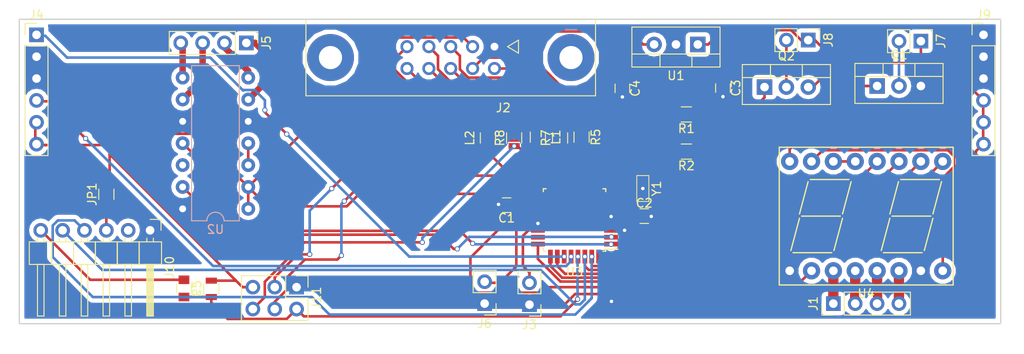
<source format=kicad_pcb>
(kicad_pcb (version 4) (host pcbnew 4.0.6)

  (general
    (links 99)
    (no_connects 3)
    (area 99.924999 76.124999 214.075001 111.630001)
    (thickness 1.6)
    (drawings 4)
    (tracks 392)
    (zones 0)
    (modules 32)
    (nets 54)
  )

  (page A4)
  (title_block
    (title Teensy-mp6-OEM)
    (rev 0.2)
  )

  (layers
    (0 F.Cu signal)
    (31 B.Cu signal)
    (32 B.Adhes user)
    (33 F.Adhes user)
    (34 B.Paste user)
    (35 F.Paste user)
    (36 B.SilkS user)
    (37 F.SilkS user)
    (38 B.Mask user)
    (39 F.Mask user)
    (40 Dwgs.User user)
    (41 Cmts.User user)
    (42 Eco1.User user)
    (43 Eco2.User user)
    (44 Edge.Cuts user)
    (45 Margin user)
    (46 B.CrtYd user)
    (47 F.CrtYd user)
    (48 B.Fab user)
    (49 F.Fab user)
  )

  (setup
    (last_trace_width 0.3)
    (trace_clearance 0.15)
    (zone_clearance 0.508)
    (zone_45_only no)
    (trace_min 0.3)
    (segment_width 0.2)
    (edge_width 0.15)
    (via_size 0.6)
    (via_drill 0.4)
    (via_min_size 0.4)
    (via_min_drill 0.3)
    (uvia_size 0.3)
    (uvia_drill 0.1)
    (uvias_allowed no)
    (uvia_min_size 0.2)
    (uvia_min_drill 0.1)
    (pcb_text_width 0.3)
    (pcb_text_size 1.5 1.5)
    (mod_edge_width 0.15)
    (mod_text_size 1 1)
    (mod_text_width 0.15)
    (pad_size 1.524 1.524)
    (pad_drill 0.762)
    (pad_to_mask_clearance 0.2)
    (aux_axis_origin 0 0)
    (visible_elements 7FFFFFFF)
    (pcbplotparams
      (layerselection 0x01030_80000001)
      (usegerberextensions true)
      (excludeedgelayer true)
      (linewidth 0.100000)
      (plotframeref false)
      (viasonmask false)
      (mode 1)
      (useauxorigin false)
      (hpglpennumber 1)
      (hpglpenspeed 20)
      (hpglpendiameter 15)
      (hpglpenoverlay 2)
      (psnegative false)
      (psa4output false)
      (plotreference true)
      (plotvalue true)
      (plotinvisibletext false)
      (padsonsilk false)
      (subtractmaskfromsilk false)
      (outputformat 1)
      (mirror false)
      (drillshape 0)
      (scaleselection 1)
      (outputdirectory teensy-mp6-oem-gerber/))
  )

  (net 0 "")
  (net 1 GND)
  (net 2 "Net-(U2-Pad11)")
  (net 3 FREQ_PIN)
  (net 4 +3.3V)
  (net 5 MONITOR)
  (net 6 CS_POT)
  (net 7 CS_ADC)
  (net 8 SCK)
  (net 9 SHUTTER)
  (net 10 1B)
  (net 11 1A)
  (net 12 2A)
  (net 13 AMPLTUDE)
  (net 14 DIR)
  (net 15 STEP)
  (net 16 MS3)
  (net 17 ENABLE)
  (net 18 "Net-(U2-Pad3)")
  (net 19 2B)
  (net 20 "Net-(U4-Pad5)")
  (net 21 P2+)
  (net 22 P2-)
  (net 23 P1+)
  (net 24 P1-)
  (net 25 DRAIN_1)
  (net 26 DRAIN_2)
  (net 27 LED_GATE_1)
  (net 28 LED_GATE_2)
  (net 29 "Net-(Q1-Pad1)")
  (net 30 "Net-(Q2-Pad1)")
  (net 31 "Net-(J2-Pad5)")
  (net 32 "Net-(J2-Pad6)")
  (net 33 "Net-(J2-Pad7)")
  (net 34 "Net-(J2-Pad8)")
  (net 35 "Net-(J2-Pad10)")
  (net 36 +12V)
  (net 37 MOSI)
  (net 38 MISO)
  (net 39 "Net-(U3-Pad7)")
  (net 40 "Net-(U3-Pad8)")
  (net 41 "Net-(U3-Pad20)")
  (net 42 SDA)
  (net 43 SCL)
  (net 44 END_STOP_1)
  (net 45 END_STOP_2)
  (net 46 "Net-(U3-Pad23)")
  (net 47 +5V)
  (net 48 "Net-(C5-Pad1)")
  (net 49 RST)
  (net 50 "Net-(J10-Pad2)")
  (net 51 +3.3V_USB)
  (net 52 MS2/TX)
  (net 53 MS1/RX)

  (net_class Default "This is the default net class."
    (clearance 0.15)
    (trace_width 0.3)
    (via_dia 0.6)
    (via_drill 0.4)
    (uvia_dia 0.3)
    (uvia_drill 0.1)
    (add_net +12V)
    (add_net +3.3V)
    (add_net +3.3V_USB)
    (add_net +5V)
    (add_net 1A)
    (add_net 1B)
    (add_net 2A)
    (add_net 2B)
    (add_net AMPLTUDE)
    (add_net CS_ADC)
    (add_net CS_POT)
    (add_net DIR)
    (add_net DRAIN_1)
    (add_net DRAIN_2)
    (add_net ENABLE)
    (add_net END_STOP_1)
    (add_net END_STOP_2)
    (add_net FREQ_PIN)
    (add_net GND)
    (add_net LED_GATE_1)
    (add_net LED_GATE_2)
    (add_net MISO)
    (add_net MONITOR)
    (add_net MOSI)
    (add_net MS1/RX)
    (add_net MS2/TX)
    (add_net MS3)
    (add_net "Net-(C5-Pad1)")
    (add_net "Net-(J10-Pad2)")
    (add_net "Net-(J2-Pad10)")
    (add_net "Net-(J2-Pad5)")
    (add_net "Net-(J2-Pad6)")
    (add_net "Net-(J2-Pad7)")
    (add_net "Net-(J2-Pad8)")
    (add_net "Net-(Q1-Pad1)")
    (add_net "Net-(Q2-Pad1)")
    (add_net "Net-(U2-Pad11)")
    (add_net "Net-(U2-Pad3)")
    (add_net "Net-(U3-Pad20)")
    (add_net "Net-(U3-Pad23)")
    (add_net "Net-(U3-Pad7)")
    (add_net "Net-(U3-Pad8)")
    (add_net "Net-(U4-Pad5)")
    (add_net P1+)
    (add_net P1-)
    (add_net P2+)
    (add_net P2-)
    (add_net RST)
    (add_net SCK)
    (add_net SCL)
    (add_net SDA)
    (add_net SHUTTER)
    (add_net STEP)
  )

  (net_class Large ""
    (clearance 0.15)
    (trace_width 0.9)
    (via_dia 0.6)
    (via_drill 0.4)
    (uvia_dia 0.3)
    (uvia_drill 0.1)
  )

  (module Capacitors_SMD:C_0805 (layer F.Cu) (tedit 58AA8463) (tstamp 59654606)
    (at 170.053 84.217 270)
    (descr "Capacitor SMD 0805, reflow soldering, AVX (see smccp.pdf)")
    (tags "capacitor 0805")
    (path /5965CD11)
    (attr smd)
    (fp_text reference C4 (at 0 -1.5 270) (layer F.SilkS)
      (effects (font (size 1 1) (thickness 0.15)))
    )
    (fp_text value 0.1uF (at 0 1.75 270) (layer F.Fab)
      (effects (font (size 1 1) (thickness 0.15)))
    )
    (fp_text user %R (at 0 -1.5 270) (layer F.Fab)
      (effects (font (size 1 1) (thickness 0.15)))
    )
    (fp_line (start -1 0.62) (end -1 -0.62) (layer F.Fab) (width 0.1))
    (fp_line (start 1 0.62) (end -1 0.62) (layer F.Fab) (width 0.1))
    (fp_line (start 1 -0.62) (end 1 0.62) (layer F.Fab) (width 0.1))
    (fp_line (start -1 -0.62) (end 1 -0.62) (layer F.Fab) (width 0.1))
    (fp_line (start 0.5 -0.85) (end -0.5 -0.85) (layer F.SilkS) (width 0.12))
    (fp_line (start -0.5 0.85) (end 0.5 0.85) (layer F.SilkS) (width 0.12))
    (fp_line (start -1.75 -0.88) (end 1.75 -0.88) (layer F.CrtYd) (width 0.05))
    (fp_line (start -1.75 -0.88) (end -1.75 0.87) (layer F.CrtYd) (width 0.05))
    (fp_line (start 1.75 0.87) (end 1.75 -0.88) (layer F.CrtYd) (width 0.05))
    (fp_line (start 1.75 0.87) (end -1.75 0.87) (layer F.CrtYd) (width 0.05))
    (pad 1 smd rect (at -1 0 270) (size 1 1.25) (layers F.Cu F.Paste F.Mask)
      (net 47 +5V))
    (pad 2 smd rect (at 1 0 270) (size 1 1.25) (layers F.Cu F.Paste F.Mask)
      (net 1 GND))
    (model Capacitors_SMD.3dshapes/C_0805.wrl
      (at (xyz 0 0 0))
      (scale (xyz 1 1 1))
      (rotate (xyz 0 0 0))
    )
  )

  (module Pin_Headers:Pin_Header_Straight_1x02_Pitch2.54mm (layer F.Cu) (tedit 58CD4EC1) (tstamp 595E9CD5)
    (at 204.724 78.74 270)
    (descr "Through hole straight pin header, 1x02, 2.54mm pitch, single row")
    (tags "Through hole pin header THT 1x02 2.54mm single row")
    (path /595E9DE9)
    (fp_text reference J7 (at 0 -2.33 270) (layer F.SilkS)
      (effects (font (size 1 1) (thickness 0.15)))
    )
    (fp_text value LED1 (at 0 4.87 270) (layer F.Fab)
      (effects (font (size 1 1) (thickness 0.15)))
    )
    (fp_line (start -1.27 -1.27) (end -1.27 3.81) (layer F.Fab) (width 0.1))
    (fp_line (start -1.27 3.81) (end 1.27 3.81) (layer F.Fab) (width 0.1))
    (fp_line (start 1.27 3.81) (end 1.27 -1.27) (layer F.Fab) (width 0.1))
    (fp_line (start 1.27 -1.27) (end -1.27 -1.27) (layer F.Fab) (width 0.1))
    (fp_line (start -1.33 1.27) (end -1.33 3.87) (layer F.SilkS) (width 0.12))
    (fp_line (start -1.33 3.87) (end 1.33 3.87) (layer F.SilkS) (width 0.12))
    (fp_line (start 1.33 3.87) (end 1.33 1.27) (layer F.SilkS) (width 0.12))
    (fp_line (start 1.33 1.27) (end -1.33 1.27) (layer F.SilkS) (width 0.12))
    (fp_line (start -1.33 0) (end -1.33 -1.33) (layer F.SilkS) (width 0.12))
    (fp_line (start -1.33 -1.33) (end 0 -1.33) (layer F.SilkS) (width 0.12))
    (fp_line (start -1.8 -1.8) (end -1.8 4.35) (layer F.CrtYd) (width 0.05))
    (fp_line (start -1.8 4.35) (end 1.8 4.35) (layer F.CrtYd) (width 0.05))
    (fp_line (start 1.8 4.35) (end 1.8 -1.8) (layer F.CrtYd) (width 0.05))
    (fp_line (start 1.8 -1.8) (end -1.8 -1.8) (layer F.CrtYd) (width 0.05))
    (fp_text user %R (at 0 -2.33 270) (layer F.Fab)
      (effects (font (size 1 1) (thickness 0.15)))
    )
    (pad 1 thru_hole rect (at 0 0 270) (size 1.7 1.7) (drill 1) (layers *.Cu *.Mask)
      (net 36 +12V))
    (pad 2 thru_hole oval (at 0 2.54 270) (size 1.7 1.7) (drill 1) (layers *.Cu *.Mask)
      (net 25 DRAIN_1))
    (model ${KISYS3DMOD}/Pin_Headers.3dshapes/Pin_Header_Straight_1x02_Pitch2.54mm.wrl
      (at (xyz 0 -0.05 0))
      (scale (xyz 1 1 1))
      (rotate (xyz 0 0 90))
    )
  )

  (module Connectors:he10-10d (layer F.Cu) (tedit 0) (tstamp 594D670E)
    (at 155.194 79.375 180)
    (descr "Connecteur HE10 10 contacts droit")
    (tags "CONN HE10")
    (path /594D40B4)
    (fp_text reference J2 (at -1.02 -7.11 180) (layer F.SilkS)
      (effects (font (size 1 1) (thickness 0.15)))
    )
    (fp_text value CONN_02X05 (at 11.18 4.57 180) (layer F.Fab)
      (effects (font (size 1 1) (thickness 0.15)))
    )
    (fp_line (start 21.08 -5.59) (end 21.08 3.05) (layer F.Fab) (width 0.1))
    (fp_line (start 21.08 3.05) (end -10.92 3.05) (layer F.Fab) (width 0.1))
    (fp_line (start -10.92 -5.59) (end 21.08 -5.59) (layer F.Fab) (width 0.1))
    (fp_line (start -3.81 2.29) (end -3.81 -4.83) (layer F.Fab) (width 0.1))
    (fp_line (start 13.97 2.29) (end 13.97 -4.83) (layer F.Fab) (width 0.1))
    (fp_line (start 2.54 3.05) (end 2.54 2.29) (layer F.Fab) (width 0.1))
    (fp_line (start 2.54 2.29) (end -3.81 2.29) (layer F.Fab) (width 0.1))
    (fp_line (start -3.81 -4.83) (end 13.97 -4.83) (layer F.Fab) (width 0.1))
    (fp_line (start 13.97 2.29) (end 7.62 2.29) (layer F.Fab) (width 0.1))
    (fp_line (start 7.62 2.29) (end 7.62 3.05) (layer F.Fab) (width 0.1))
    (fp_line (start -10.92 3.05) (end -10.92 -5.59) (layer F.Fab) (width 0.1))
    (fp_line (start -1.52 0) (end -2.79 -0.76) (layer F.SilkS) (width 0.12))
    (fp_line (start -2.79 -0.76) (end -2.79 0.76) (layer F.SilkS) (width 0.12))
    (fp_line (start -2.79 0.76) (end -1.52 0) (layer F.SilkS) (width 0.12))
    (fp_line (start -11.87 -5.84) (end 22.03 -5.84) (layer F.CrtYd) (width 0.05))
    (fp_line (start -11.87 -5.84) (end -11.87 3.3) (layer F.CrtYd) (width 0.05))
    (fp_line (start 22.03 3.3) (end 22.03 -5.84) (layer F.CrtYd) (width 0.05))
    (fp_line (start 22.03 3.3) (end -11.87 3.3) (layer F.CrtYd) (width 0.05))
    (fp_line (start -11.74 -5.71) (end 21.9 -5.71) (layer F.SilkS) (width 0.12))
    (fp_line (start -11.74 -5.71) (end -11.74 3.17) (layer F.SilkS) (width 0.12))
    (fp_line (start 21.9 3.17) (end 21.9 -5.71) (layer F.SilkS) (width 0.12))
    (fp_line (start 21.9 3.17) (end -11.74 3.17) (layer F.SilkS) (width 0.12))
    (pad "" thru_hole circle (at -8.89 -1.27 180) (size 5.46 5.46) (drill 2.69) (layers *.Cu *.Mask))
    (pad "" thru_hole circle (at 19.05 -1.27 180) (size 5.46 5.46) (drill 2.69) (layers *.Cu *.Mask))
    (pad 1 thru_hole rect (at 0 0 180) (size 1.52 1.52) (drill 0.91) (layers *.Cu *.Mask)
      (net 1 GND))
    (pad 2 thru_hole circle (at 0 -2.54 180) (size 1.52 1.52) (drill 0.91) (layers *.Cu *.Mask)
      (net 5 MONITOR))
    (pad 3 thru_hole circle (at 2.54 0 180) (size 1.52 1.52) (drill 0.91) (layers *.Cu *.Mask)
      (net 4 +3.3V))
    (pad 4 thru_hole circle (at 2.54 -2.54 180) (size 1.52 1.52) (drill 0.91) (layers *.Cu *.Mask)
      (net 47 +5V))
    (pad 5 thru_hole circle (at 5.08 0 180) (size 1.52 1.52) (drill 0.91) (layers *.Cu *.Mask)
      (net 31 "Net-(J2-Pad5)"))
    (pad 6 thru_hole circle (at 5.08 -2.54 180) (size 1.52 1.52) (drill 0.91) (layers *.Cu *.Mask)
      (net 32 "Net-(J2-Pad6)"))
    (pad 7 thru_hole circle (at 7.62 0 180) (size 1.52 1.52) (drill 0.91) (layers *.Cu *.Mask)
      (net 33 "Net-(J2-Pad7)"))
    (pad 8 thru_hole circle (at 7.62 -2.54 180) (size 1.52 1.52) (drill 0.91) (layers *.Cu *.Mask)
      (net 34 "Net-(J2-Pad8)"))
    (pad 9 thru_hole circle (at 10.16 0 180) (size 1.52 1.52) (drill 0.91) (layers *.Cu *.Mask)
      (net 9 SHUTTER))
    (pad 10 thru_hole circle (at 10.16 -2.54 180) (size 1.52 1.52) (drill 0.91) (layers *.Cu *.Mask)
      (net 35 "Net-(J2-Pad10)"))
    (model Connectors.3dshapes/he10-10d.wrl
      (at (xyz 0.2 0.05 0))
      (scale (xyz 1 1 1))
      (rotate (xyz 0 0 0))
    )
  )

  (module Housings_DIP:DIP-14_W7.62mm (layer B.Cu) (tedit 58CC8E2C) (tstamp 591DD2D8)
    (at 118.97234 98.214246)
    (descr "14-lead dip package, row spacing 7.62 mm (300 mils)")
    (tags "DIL DIP PDIP 2.54mm 7.62mm 300mil")
    (path /591DD80A)
    (fp_text reference U2 (at 3.81 2.39) (layer B.SilkS)
      (effects (font (size 1 1) (thickness 0.15)) (justify mirror))
    )
    (fp_text value mp6-OEM (at 3.81 -17.63) (layer B.Fab)
      (effects (font (size 1 1) (thickness 0.15)) (justify mirror))
    )
    (fp_text user %R (at 3.81 -7.62) (layer B.Fab)
      (effects (font (size 1 1) (thickness 0.15)) (justify mirror))
    )
    (fp_line (start 1.635 1.27) (end 6.985 1.27) (layer B.Fab) (width 0.1))
    (fp_line (start 6.985 1.27) (end 6.985 -16.51) (layer B.Fab) (width 0.1))
    (fp_line (start 6.985 -16.51) (end 0.635 -16.51) (layer B.Fab) (width 0.1))
    (fp_line (start 0.635 -16.51) (end 0.635 0.27) (layer B.Fab) (width 0.1))
    (fp_line (start 0.635 0.27) (end 1.635 1.27) (layer B.Fab) (width 0.1))
    (fp_line (start 2.81 1.39) (end 1.04 1.39) (layer B.SilkS) (width 0.12))
    (fp_line (start 1.04 1.39) (end 1.04 -16.63) (layer B.SilkS) (width 0.12))
    (fp_line (start 1.04 -16.63) (end 6.58 -16.63) (layer B.SilkS) (width 0.12))
    (fp_line (start 6.58 -16.63) (end 6.58 1.39) (layer B.SilkS) (width 0.12))
    (fp_line (start 6.58 1.39) (end 4.81 1.39) (layer B.SilkS) (width 0.12))
    (fp_line (start -1.1 1.6) (end -1.1 -16.8) (layer B.CrtYd) (width 0.05))
    (fp_line (start -1.1 -16.8) (end 8.7 -16.8) (layer B.CrtYd) (width 0.05))
    (fp_line (start 8.7 -16.8) (end 8.7 1.6) (layer B.CrtYd) (width 0.05))
    (fp_line (start 8.7 1.6) (end -1.1 1.6) (layer B.CrtYd) (width 0.05))
    (fp_arc (start 3.81 1.39) (end 2.81 1.39) (angle 180) (layer B.SilkS) (width 0.12))
    (pad 1 thru_hole rect (at 0 0) (size 1.6 1.6) (drill 0.8) (layers *.Cu *.Mask)
      (net 1 GND))
    (pad 8 thru_hole oval (at 7.62 -15.24) (size 1.6 1.6) (drill 0.8) (layers *.Cu *.Mask)
      (net 22 P2-))
    (pad 2 thru_hole oval (at 0 -2.54) (size 1.6 1.6) (drill 0.8) (layers *.Cu *.Mask)
      (net 3 FREQ_PIN))
    (pad 9 thru_hole oval (at 7.62 -12.7) (size 1.6 1.6) (drill 0.8) (layers *.Cu *.Mask)
      (net 21 P2+))
    (pad 3 thru_hole oval (at 0 -5.08) (size 1.6 1.6) (drill 0.8) (layers *.Cu *.Mask)
      (net 18 "Net-(U2-Pad3)"))
    (pad 10 thru_hole oval (at 7.62 -10.16) (size 1.6 1.6) (drill 0.8) (layers *.Cu *.Mask)
      (net 1 GND))
    (pad 4 thru_hole oval (at 0 -7.62) (size 1.6 1.6) (drill 0.8) (layers *.Cu *.Mask)
      (net 13 AMPLTUDE))
    (pad 11 thru_hole oval (at 7.62 -7.62) (size 1.6 1.6) (drill 0.8) (layers *.Cu *.Mask)
      (net 2 "Net-(U2-Pad11)"))
    (pad 5 thru_hole oval (at 0 -10.16) (size 1.6 1.6) (drill 0.8) (layers *.Cu *.Mask)
      (net 1 GND))
    (pad 12 thru_hole oval (at 7.62 -5.08) (size 1.6 1.6) (drill 0.8) (layers *.Cu *.Mask)
      (net 2 "Net-(U2-Pad11)"))
    (pad 6 thru_hole oval (at 0 -12.7) (size 1.6 1.6) (drill 0.8) (layers *.Cu *.Mask)
      (net 23 P1+))
    (pad 13 thru_hole oval (at 7.62 -2.54) (size 1.6 1.6) (drill 0.8) (layers *.Cu *.Mask)
      (net 4 +3.3V))
    (pad 7 thru_hole oval (at 0 -15.24) (size 1.6 1.6) (drill 0.8) (layers *.Cu *.Mask)
      (net 24 P1-))
    (pad 14 thru_hole oval (at 7.62 0) (size 1.6 1.6) (drill 0.8) (layers *.Cu *.Mask)
      (net 4 +3.3V))
    (model Housings_DIP.3dshapes/DIP-14_W7.62mm.wrl
      (at (xyz 0 0 0))
      (scale (xyz 1 1 1))
      (rotate (xyz 0 0 0))
    )
  )

  (module Displays_7-Segment:DA04 (layer F.Cu) (tedit 5470FC8E) (tstamp 5953BE99)
    (at 198.374 99.06 180)
    (descr "2x7-segments, 10 mm, Kingbright DA04 displays")
    (tags "7-segments display")
    (path /5952F60E)
    (fp_text reference U4 (at 0 -9 180) (layer F.SilkS)
      (effects (font (size 1 1) (thickness 0.15)))
    )
    (fp_text value A4988-Stepper-Controller (at 0 9 180) (layer F.Fab)
      (effects (font (size 1 1) (thickness 0.15)))
    )
    (fp_line (start -10.1 8) (end -10.1 -8) (layer F.SilkS) (width 0.15))
    (fp_line (start 10.1 8) (end -10.1 8) (layer F.SilkS) (width 0.15))
    (fp_line (start 10.1 -8) (end 10.1 8) (layer F.SilkS) (width 0.15))
    (fp_line (start -10.1 -8) (end 10.1 -8) (layer F.SilkS) (width 0.15))
    (fp_line (start -2.75 -0.25) (end -1.75 -4) (layer F.SilkS) (width 0.15))
    (fp_line (start -7.5 0) (end -3 0) (layer F.SilkS) (width 0.15))
    (fp_line (start -3.75 4) (end -2.75 0.25) (layer F.SilkS) (width 0.15))
    (fp_line (start -8.75 4) (end -7.75 0.25) (layer F.SilkS) (width 0.15))
    (fp_line (start -7.75 -0.25) (end -6.75 -4) (layer F.SilkS) (width 0.15))
    (fp_line (start 3 0) (end 7.5 0) (layer F.SilkS) (width 0.15))
    (fp_line (start 2.75 -0.25) (end 3.75 -4) (layer F.SilkS) (width 0.15))
    (fp_line (start 6.75 4) (end 7.75 0.25) (layer F.SilkS) (width 0.15))
    (fp_line (start 1.75 4) (end 2.75 0.25) (layer F.SilkS) (width 0.15))
    (fp_line (start 7.75 -0.25) (end 8.75 -4) (layer F.SilkS) (width 0.15))
    (fp_line (start 2 4.25) (end 6.5 4.25) (layer F.SilkS) (width 0.15))
    (fp_line (start 4 -4.25) (end 8.5 -4.25) (layer F.SilkS) (width 0.15))
    (fp_line (start -6.5 -4.25) (end -2 -4.25) (layer F.SilkS) (width 0.15))
    (fp_line (start -8.5 4.25) (end -4 4.25) (layer F.SilkS) (width 0.15))
    (pad 13 thru_hole circle (at -1.27 -6.35 180) (size 2 2) (drill 1) (layers *.Cu *.Mask)
      (net 12 2A))
    (pad 14 thru_hole circle (at -3.81 -6.35 180) (size 2 2) (drill 1) (layers *.Cu *.Mask)
      (net 19 2B))
    (pad 15 thru_hole circle (at -6.35 -6.35 180) (size 2 2) (drill 1) (layers *.Cu *.Mask)
      (net 1 GND))
    (pad 16 thru_hole circle (at -8.89 -6.35 180) (size 2 2) (drill 1) (layers *.Cu *.Mask)
      (net 36 +12V))
    (pad 12 thru_hole circle (at 1.27 -6.35 180) (size 2 2) (drill 1) (layers *.Cu *.Mask)
      (net 11 1A))
    (pad 11 thru_hole circle (at 3.81 -6.35 180) (size 2 2) (drill 1) (layers *.Cu *.Mask)
      (net 10 1B))
    (pad 10 thru_hole circle (at 6.35 -6.35 180) (size 2 2) (drill 1) (layers *.Cu *.Mask)
      (net 4 +3.3V))
    (pad 9 thru_hole circle (at 8.89 -6.35 180) (size 2 2) (drill 1) (layers *.Cu *.Mask)
      (net 1 GND))
    (pad 7 thru_hole circle (at 6.35 6.35 180) (size 2 2) (drill 1) (layers *.Cu *.Mask)
      (net 15 STEP))
    (pad 4 thru_hole circle (at -1.27 6.35 180) (size 2 2) (drill 1) (layers *.Cu *.Mask)
      (net 16 MS3))
    (pad 8 thru_hole circle (at 8.89 6.35 180) (size 2 2) (drill 1) (layers *.Cu *.Mask)
      (net 14 DIR))
    (pad 2 thru_hole circle (at -6.35 6.35 180) (size 2 2) (drill 1) (layers *.Cu *.Mask)
      (net 53 MS1/RX))
    (pad 1 thru_hole circle (at -8.89 6.35 180) (size 2 2) (drill 1) (layers *.Cu *.Mask)
      (net 17 ENABLE))
    (pad 5 thru_hole circle (at 1.27 6.35 180) (size 2 2) (drill 1) (layers *.Cu *.Mask)
      (net 20 "Net-(U4-Pad5)"))
    (pad 6 thru_hole circle (at 3.81 6.35 180) (size 2 2) (drill 1) (layers *.Cu *.Mask)
      (net 20 "Net-(U4-Pad5)"))
    (pad 3 thru_hole circle (at -3.81 6.35 180) (size 2 2) (drill 1) (layers *.Cu *.Mask)
      (net 52 MS2/TX))
  )

  (module Pin_Headers:Pin_Header_Straight_1x04_Pitch2.54mm (layer F.Cu) (tedit 58CD4EC1) (tstamp 5953C03B)
    (at 194.556478 109.224382 90)
    (descr "Through hole straight pin header, 1x04, 2.54mm pitch, single row")
    (tags "Through hole pin header THT 1x04 2.54mm single row")
    (path /5953B9E6)
    (fp_text reference J1 (at 0 -2.33 90) (layer F.SilkS)
      (effects (font (size 1 1) (thickness 0.15)))
    )
    (fp_text value STEPPERMOTOR (at 0 9.95 90) (layer F.Fab)
      (effects (font (size 1 1) (thickness 0.15)))
    )
    (fp_line (start -1.27 -1.27) (end -1.27 8.89) (layer F.Fab) (width 0.1))
    (fp_line (start -1.27 8.89) (end 1.27 8.89) (layer F.Fab) (width 0.1))
    (fp_line (start 1.27 8.89) (end 1.27 -1.27) (layer F.Fab) (width 0.1))
    (fp_line (start 1.27 -1.27) (end -1.27 -1.27) (layer F.Fab) (width 0.1))
    (fp_line (start -1.33 1.27) (end -1.33 8.95) (layer F.SilkS) (width 0.12))
    (fp_line (start -1.33 8.95) (end 1.33 8.95) (layer F.SilkS) (width 0.12))
    (fp_line (start 1.33 8.95) (end 1.33 1.27) (layer F.SilkS) (width 0.12))
    (fp_line (start 1.33 1.27) (end -1.33 1.27) (layer F.SilkS) (width 0.12))
    (fp_line (start -1.33 0) (end -1.33 -1.33) (layer F.SilkS) (width 0.12))
    (fp_line (start -1.33 -1.33) (end 0 -1.33) (layer F.SilkS) (width 0.12))
    (fp_line (start -1.8 -1.8) (end -1.8 9.4) (layer F.CrtYd) (width 0.05))
    (fp_line (start -1.8 9.4) (end 1.8 9.4) (layer F.CrtYd) (width 0.05))
    (fp_line (start 1.8 9.4) (end 1.8 -1.8) (layer F.CrtYd) (width 0.05))
    (fp_line (start 1.8 -1.8) (end -1.8 -1.8) (layer F.CrtYd) (width 0.05))
    (fp_text user %R (at 0 -2.33 90) (layer F.Fab)
      (effects (font (size 1 1) (thickness 0.15)))
    )
    (pad 1 thru_hole rect (at 0 0 90) (size 1.7 1.7) (drill 1) (layers *.Cu *.Mask)
      (net 10 1B))
    (pad 2 thru_hole oval (at 0 2.54 90) (size 1.7 1.7) (drill 1) (layers *.Cu *.Mask)
      (net 11 1A))
    (pad 3 thru_hole oval (at 0 5.08 90) (size 1.7 1.7) (drill 1) (layers *.Cu *.Mask)
      (net 12 2A))
    (pad 4 thru_hole oval (at 0 7.62 90) (size 1.7 1.7) (drill 1) (layers *.Cu *.Mask)
      (net 19 2B))
    (model ${KISYS3DMOD}/Pin_Headers.3dshapes/Pin_Header_Straight_1x04_Pitch2.54mm.wrl
      (at (xyz 0 -0.15 0))
      (scale (xyz 1 1 1))
      (rotate (xyz 0 0 90))
    )
  )

  (module Pin_Headers:Pin_Header_Straight_1x02_Pitch2.54mm (layer F.Cu) (tedit 58CD4EC1) (tstamp 5953C041)
    (at 159.258 109.347 180)
    (descr "Through hole straight pin header, 1x02, 2.54mm pitch, single row")
    (tags "Through hole pin header THT 1x02 2.54mm single row")
    (path /5952C4A2)
    (fp_text reference J3 (at 0 -2.33 180) (layer F.SilkS)
      (effects (font (size 1 1) (thickness 0.15)))
    )
    (fp_text value ENDSTOP2 (at 0 4.87 180) (layer F.Fab)
      (effects (font (size 1 1) (thickness 0.15)))
    )
    (fp_line (start -1.27 -1.27) (end -1.27 3.81) (layer F.Fab) (width 0.1))
    (fp_line (start -1.27 3.81) (end 1.27 3.81) (layer F.Fab) (width 0.1))
    (fp_line (start 1.27 3.81) (end 1.27 -1.27) (layer F.Fab) (width 0.1))
    (fp_line (start 1.27 -1.27) (end -1.27 -1.27) (layer F.Fab) (width 0.1))
    (fp_line (start -1.33 1.27) (end -1.33 3.87) (layer F.SilkS) (width 0.12))
    (fp_line (start -1.33 3.87) (end 1.33 3.87) (layer F.SilkS) (width 0.12))
    (fp_line (start 1.33 3.87) (end 1.33 1.27) (layer F.SilkS) (width 0.12))
    (fp_line (start 1.33 1.27) (end -1.33 1.27) (layer F.SilkS) (width 0.12))
    (fp_line (start -1.33 0) (end -1.33 -1.33) (layer F.SilkS) (width 0.12))
    (fp_line (start -1.33 -1.33) (end 0 -1.33) (layer F.SilkS) (width 0.12))
    (fp_line (start -1.8 -1.8) (end -1.8 4.35) (layer F.CrtYd) (width 0.05))
    (fp_line (start -1.8 4.35) (end 1.8 4.35) (layer F.CrtYd) (width 0.05))
    (fp_line (start 1.8 4.35) (end 1.8 -1.8) (layer F.CrtYd) (width 0.05))
    (fp_line (start 1.8 -1.8) (end -1.8 -1.8) (layer F.CrtYd) (width 0.05))
    (fp_text user %R (at 0 -2.33 180) (layer F.Fab)
      (effects (font (size 1 1) (thickness 0.15)))
    )
    (pad 1 thru_hole rect (at 0 0 180) (size 1.7 1.7) (drill 1) (layers *.Cu *.Mask)
      (net 1 GND))
    (pad 2 thru_hole oval (at 0 2.54 180) (size 1.7 1.7) (drill 1) (layers *.Cu *.Mask)
      (net 45 END_STOP_2))
    (model ${KISYS3DMOD}/Pin_Headers.3dshapes/Pin_Header_Straight_1x02_Pitch2.54mm.wrl
      (at (xyz 0 -0.05 0))
      (scale (xyz 1 1 1))
      (rotate (xyz 0 0 90))
    )
  )

  (module Pin_Headers:Pin_Header_Straight_1x04_Pitch2.54mm (layer F.Cu) (tedit 58CD4EC1) (tstamp 5953D135)
    (at 126.372437 78.942429 270)
    (descr "Through hole straight pin header, 1x04, 2.54mm pitch, single row")
    (tags "Through hole pin header THT 1x04 2.54mm single row")
    (path /5953D1B6)
    (fp_text reference J5 (at 0 -2.33 270) (layer F.SilkS)
      (effects (font (size 1 1) (thickness 0.15)))
    )
    (fp_text value PUMP (at 0 9.95 270) (layer F.Fab)
      (effects (font (size 1 1) (thickness 0.15)))
    )
    (fp_line (start -1.27 -1.27) (end -1.27 8.89) (layer F.Fab) (width 0.1))
    (fp_line (start -1.27 8.89) (end 1.27 8.89) (layer F.Fab) (width 0.1))
    (fp_line (start 1.27 8.89) (end 1.27 -1.27) (layer F.Fab) (width 0.1))
    (fp_line (start 1.27 -1.27) (end -1.27 -1.27) (layer F.Fab) (width 0.1))
    (fp_line (start -1.33 1.27) (end -1.33 8.95) (layer F.SilkS) (width 0.12))
    (fp_line (start -1.33 8.95) (end 1.33 8.95) (layer F.SilkS) (width 0.12))
    (fp_line (start 1.33 8.95) (end 1.33 1.27) (layer F.SilkS) (width 0.12))
    (fp_line (start 1.33 1.27) (end -1.33 1.27) (layer F.SilkS) (width 0.12))
    (fp_line (start -1.33 0) (end -1.33 -1.33) (layer F.SilkS) (width 0.12))
    (fp_line (start -1.33 -1.33) (end 0 -1.33) (layer F.SilkS) (width 0.12))
    (fp_line (start -1.8 -1.8) (end -1.8 9.4) (layer F.CrtYd) (width 0.05))
    (fp_line (start -1.8 9.4) (end 1.8 9.4) (layer F.CrtYd) (width 0.05))
    (fp_line (start 1.8 9.4) (end 1.8 -1.8) (layer F.CrtYd) (width 0.05))
    (fp_line (start 1.8 -1.8) (end -1.8 -1.8) (layer F.CrtYd) (width 0.05))
    (fp_text user %R (at 0 -2.33 270) (layer F.Fab)
      (effects (font (size 1 1) (thickness 0.15)))
    )
    (pad 1 thru_hole rect (at 0 0 270) (size 1.7 1.7) (drill 1) (layers *.Cu *.Mask)
      (net 21 P2+))
    (pad 2 thru_hole oval (at 0 2.54 270) (size 1.7 1.7) (drill 1) (layers *.Cu *.Mask)
      (net 22 P2-))
    (pad 3 thru_hole oval (at 0 5.08 270) (size 1.7 1.7) (drill 1) (layers *.Cu *.Mask)
      (net 23 P1+))
    (pad 4 thru_hole oval (at 0 7.62 270) (size 1.7 1.7) (drill 1) (layers *.Cu *.Mask)
      (net 24 P1-))
    (model ${KISYS3DMOD}/Pin_Headers.3dshapes/Pin_Header_Straight_1x04_Pitch2.54mm.wrl
      (at (xyz 0 -0.15 0))
      (scale (xyz 1 1 1))
      (rotate (xyz 0 0 90))
    )
  )

  (module Pin_Headers:Pin_Header_Straight_1x02_Pitch2.54mm (layer F.Cu) (tedit 58CD4EC1) (tstamp 595E9CCF)
    (at 154.051 109.22 180)
    (descr "Through hole straight pin header, 1x02, 2.54mm pitch, single row")
    (tags "Through hole pin header THT 1x02 2.54mm single row")
    (path /595E6BD4)
    (fp_text reference J6 (at 0 -2.33 180) (layer F.SilkS)
      (effects (font (size 1 1) (thickness 0.15)))
    )
    (fp_text value ENDSTOP1 (at 0 4.87 180) (layer F.Fab)
      (effects (font (size 1 1) (thickness 0.15)))
    )
    (fp_line (start -1.27 -1.27) (end -1.27 3.81) (layer F.Fab) (width 0.1))
    (fp_line (start -1.27 3.81) (end 1.27 3.81) (layer F.Fab) (width 0.1))
    (fp_line (start 1.27 3.81) (end 1.27 -1.27) (layer F.Fab) (width 0.1))
    (fp_line (start 1.27 -1.27) (end -1.27 -1.27) (layer F.Fab) (width 0.1))
    (fp_line (start -1.33 1.27) (end -1.33 3.87) (layer F.SilkS) (width 0.12))
    (fp_line (start -1.33 3.87) (end 1.33 3.87) (layer F.SilkS) (width 0.12))
    (fp_line (start 1.33 3.87) (end 1.33 1.27) (layer F.SilkS) (width 0.12))
    (fp_line (start 1.33 1.27) (end -1.33 1.27) (layer F.SilkS) (width 0.12))
    (fp_line (start -1.33 0) (end -1.33 -1.33) (layer F.SilkS) (width 0.12))
    (fp_line (start -1.33 -1.33) (end 0 -1.33) (layer F.SilkS) (width 0.12))
    (fp_line (start -1.8 -1.8) (end -1.8 4.35) (layer F.CrtYd) (width 0.05))
    (fp_line (start -1.8 4.35) (end 1.8 4.35) (layer F.CrtYd) (width 0.05))
    (fp_line (start 1.8 4.35) (end 1.8 -1.8) (layer F.CrtYd) (width 0.05))
    (fp_line (start 1.8 -1.8) (end -1.8 -1.8) (layer F.CrtYd) (width 0.05))
    (fp_text user %R (at 0 -2.33 180) (layer F.Fab)
      (effects (font (size 1 1) (thickness 0.15)))
    )
    (pad 1 thru_hole rect (at 0 0 180) (size 1.7 1.7) (drill 1) (layers *.Cu *.Mask)
      (net 1 GND))
    (pad 2 thru_hole oval (at 0 2.54 180) (size 1.7 1.7) (drill 1) (layers *.Cu *.Mask)
      (net 44 END_STOP_1))
    (model ${KISYS3DMOD}/Pin_Headers.3dshapes/Pin_Header_Straight_1x02_Pitch2.54mm.wrl
      (at (xyz 0 -0.05 0))
      (scale (xyz 1 1 1))
      (rotate (xyz 0 0 90))
    )
  )

  (module TO_SOT_Packages_THT:TO-220_Vertical (layer F.Cu) (tedit 58CE52AD) (tstamp 595E9CDC)
    (at 199.644 83.947)
    (descr "TO-220, Vertical, RM 2.54mm")
    (tags "TO-220 Vertical RM 2.54mm")
    (path /595E978B)
    (fp_text reference Q1 (at 2.54 -3.62) (layer F.SilkS)
      (effects (font (size 1 1) (thickness 0.15)))
    )
    (fp_text value MOSFET1 (at 2.54 3.92) (layer F.Fab)
      (effects (font (size 1 1) (thickness 0.15)))
    )
    (fp_text user %R (at 2.54 -3.62) (layer F.Fab)
      (effects (font (size 1 1) (thickness 0.15)))
    )
    (fp_line (start -2.46 -2.5) (end -2.46 1.9) (layer F.Fab) (width 0.1))
    (fp_line (start -2.46 1.9) (end 7.54 1.9) (layer F.Fab) (width 0.1))
    (fp_line (start 7.54 1.9) (end 7.54 -2.5) (layer F.Fab) (width 0.1))
    (fp_line (start 7.54 -2.5) (end -2.46 -2.5) (layer F.Fab) (width 0.1))
    (fp_line (start -2.46 -1.23) (end 7.54 -1.23) (layer F.Fab) (width 0.1))
    (fp_line (start 0.69 -2.5) (end 0.69 -1.23) (layer F.Fab) (width 0.1))
    (fp_line (start 4.39 -2.5) (end 4.39 -1.23) (layer F.Fab) (width 0.1))
    (fp_line (start -2.58 -2.62) (end 7.66 -2.62) (layer F.SilkS) (width 0.12))
    (fp_line (start -2.58 2.021) (end 7.66 2.021) (layer F.SilkS) (width 0.12))
    (fp_line (start -2.58 -2.62) (end -2.58 2.021) (layer F.SilkS) (width 0.12))
    (fp_line (start 7.66 -2.62) (end 7.66 2.021) (layer F.SilkS) (width 0.12))
    (fp_line (start -2.58 -1.11) (end 7.66 -1.11) (layer F.SilkS) (width 0.12))
    (fp_line (start 0.69 -2.62) (end 0.69 -1.11) (layer F.SilkS) (width 0.12))
    (fp_line (start 4.391 -2.62) (end 4.391 -1.11) (layer F.SilkS) (width 0.12))
    (fp_line (start -2.71 -2.75) (end -2.71 2.16) (layer F.CrtYd) (width 0.05))
    (fp_line (start -2.71 2.16) (end 7.79 2.16) (layer F.CrtYd) (width 0.05))
    (fp_line (start 7.79 2.16) (end 7.79 -2.75) (layer F.CrtYd) (width 0.05))
    (fp_line (start 7.79 -2.75) (end -2.71 -2.75) (layer F.CrtYd) (width 0.05))
    (pad 1 thru_hole rect (at 0 0) (size 1.8 1.8) (drill 1) (layers *.Cu *.Mask)
      (net 29 "Net-(Q1-Pad1)"))
    (pad 2 thru_hole oval (at 2.54 0) (size 1.8 1.8) (drill 1) (layers *.Cu *.Mask)
      (net 25 DRAIN_1))
    (pad 3 thru_hole oval (at 5.08 0) (size 1.8 1.8) (drill 1) (layers *.Cu *.Mask)
      (net 1 GND))
    (model ${KISYS3DMOD}/TO_SOT_Packages_THT.3dshapes/TO-220_Vertical.wrl
      (at (xyz 0.1 0 0))
      (scale (xyz 0.393701 0.393701 0.393701))
      (rotate (xyz 0 0 0))
    )
  )

  (module Pin_Headers:Pin_Header_Straight_1x02_Pitch2.54mm (layer F.Cu) (tedit 58CD4EC1) (tstamp 595EAC89)
    (at 191.643 78.613 270)
    (descr "Through hole straight pin header, 1x02, 2.54mm pitch, single row")
    (tags "Through hole pin header THT 1x02 2.54mm single row")
    (path /595EADC9)
    (fp_text reference J8 (at 0 -2.33 270) (layer F.SilkS)
      (effects (font (size 1 1) (thickness 0.15)))
    )
    (fp_text value LED2 (at 0 4.87 270) (layer F.Fab)
      (effects (font (size 1 1) (thickness 0.15)))
    )
    (fp_line (start -1.27 -1.27) (end -1.27 3.81) (layer F.Fab) (width 0.1))
    (fp_line (start -1.27 3.81) (end 1.27 3.81) (layer F.Fab) (width 0.1))
    (fp_line (start 1.27 3.81) (end 1.27 -1.27) (layer F.Fab) (width 0.1))
    (fp_line (start 1.27 -1.27) (end -1.27 -1.27) (layer F.Fab) (width 0.1))
    (fp_line (start -1.33 1.27) (end -1.33 3.87) (layer F.SilkS) (width 0.12))
    (fp_line (start -1.33 3.87) (end 1.33 3.87) (layer F.SilkS) (width 0.12))
    (fp_line (start 1.33 3.87) (end 1.33 1.27) (layer F.SilkS) (width 0.12))
    (fp_line (start 1.33 1.27) (end -1.33 1.27) (layer F.SilkS) (width 0.12))
    (fp_line (start -1.33 0) (end -1.33 -1.33) (layer F.SilkS) (width 0.12))
    (fp_line (start -1.33 -1.33) (end 0 -1.33) (layer F.SilkS) (width 0.12))
    (fp_line (start -1.8 -1.8) (end -1.8 4.35) (layer F.CrtYd) (width 0.05))
    (fp_line (start -1.8 4.35) (end 1.8 4.35) (layer F.CrtYd) (width 0.05))
    (fp_line (start 1.8 4.35) (end 1.8 -1.8) (layer F.CrtYd) (width 0.05))
    (fp_line (start 1.8 -1.8) (end -1.8 -1.8) (layer F.CrtYd) (width 0.05))
    (fp_text user %R (at 0 -2.33 270) (layer F.Fab)
      (effects (font (size 1 1) (thickness 0.15)))
    )
    (pad 1 thru_hole rect (at 0 0 270) (size 1.7 1.7) (drill 1) (layers *.Cu *.Mask)
      (net 36 +12V))
    (pad 2 thru_hole oval (at 0 2.54 270) (size 1.7 1.7) (drill 1) (layers *.Cu *.Mask)
      (net 26 DRAIN_2))
    (model ${KISYS3DMOD}/Pin_Headers.3dshapes/Pin_Header_Straight_1x02_Pitch2.54mm.wrl
      (at (xyz 0 -0.05 0))
      (scale (xyz 1 1 1))
      (rotate (xyz 0 0 90))
    )
  )

  (module TO_SOT_Packages_THT:TO-220_Vertical (layer F.Cu) (tedit 58CE52AD) (tstamp 595EAC90)
    (at 186.563 84.074)
    (descr "TO-220, Vertical, RM 2.54mm")
    (tags "TO-220 Vertical RM 2.54mm")
    (path /595EADC0)
    (fp_text reference Q2 (at 2.54 -3.62) (layer F.SilkS)
      (effects (font (size 1 1) (thickness 0.15)))
    )
    (fp_text value MOSFET2 (at 2.54 3.92) (layer F.Fab)
      (effects (font (size 1 1) (thickness 0.15)))
    )
    (fp_text user %R (at 2.54 -3.62) (layer F.Fab)
      (effects (font (size 1 1) (thickness 0.15)))
    )
    (fp_line (start -2.46 -2.5) (end -2.46 1.9) (layer F.Fab) (width 0.1))
    (fp_line (start -2.46 1.9) (end 7.54 1.9) (layer F.Fab) (width 0.1))
    (fp_line (start 7.54 1.9) (end 7.54 -2.5) (layer F.Fab) (width 0.1))
    (fp_line (start 7.54 -2.5) (end -2.46 -2.5) (layer F.Fab) (width 0.1))
    (fp_line (start -2.46 -1.23) (end 7.54 -1.23) (layer F.Fab) (width 0.1))
    (fp_line (start 0.69 -2.5) (end 0.69 -1.23) (layer F.Fab) (width 0.1))
    (fp_line (start 4.39 -2.5) (end 4.39 -1.23) (layer F.Fab) (width 0.1))
    (fp_line (start -2.58 -2.62) (end 7.66 -2.62) (layer F.SilkS) (width 0.12))
    (fp_line (start -2.58 2.021) (end 7.66 2.021) (layer F.SilkS) (width 0.12))
    (fp_line (start -2.58 -2.62) (end -2.58 2.021) (layer F.SilkS) (width 0.12))
    (fp_line (start 7.66 -2.62) (end 7.66 2.021) (layer F.SilkS) (width 0.12))
    (fp_line (start -2.58 -1.11) (end 7.66 -1.11) (layer F.SilkS) (width 0.12))
    (fp_line (start 0.69 -2.62) (end 0.69 -1.11) (layer F.SilkS) (width 0.12))
    (fp_line (start 4.391 -2.62) (end 4.391 -1.11) (layer F.SilkS) (width 0.12))
    (fp_line (start -2.71 -2.75) (end -2.71 2.16) (layer F.CrtYd) (width 0.05))
    (fp_line (start -2.71 2.16) (end 7.79 2.16) (layer F.CrtYd) (width 0.05))
    (fp_line (start 7.79 2.16) (end 7.79 -2.75) (layer F.CrtYd) (width 0.05))
    (fp_line (start 7.79 -2.75) (end -2.71 -2.75) (layer F.CrtYd) (width 0.05))
    (pad 1 thru_hole rect (at 0 0) (size 1.8 1.8) (drill 1) (layers *.Cu *.Mask)
      (net 30 "Net-(Q2-Pad1)"))
    (pad 2 thru_hole oval (at 2.54 0) (size 1.8 1.8) (drill 1) (layers *.Cu *.Mask)
      (net 26 DRAIN_2))
    (pad 3 thru_hole oval (at 5.08 0) (size 1.8 1.8) (drill 1) (layers *.Cu *.Mask)
      (net 36 +12V))
    (model ${KISYS3DMOD}/TO_SOT_Packages_THT.3dshapes/TO-220_Vertical.wrl
      (at (xyz 0.1 0 0))
      (scale (xyz 0.393701 0.393701 0.393701))
      (rotate (xyz 0 0 0))
    )
  )

  (module Resistors_SMD:R_0805 (layer F.Cu) (tedit 58E0A804) (tstamp 595EB66F)
    (at 177.485 91.567 180)
    (descr "Resistor SMD 0805, reflow soldering, Vishay (see dcrcw.pdf)")
    (tags "resistor 0805")
    (path /595EC1B3)
    (attr smd)
    (fp_text reference R2 (at 0 -1.65 180) (layer F.SilkS)
      (effects (font (size 1 1) (thickness 0.15)))
    )
    (fp_text value 165 (at 0 1.75 180) (layer F.Fab)
      (effects (font (size 1 1) (thickness 0.15)))
    )
    (fp_text user %R (at 0 0 180) (layer F.Fab)
      (effects (font (size 0.5 0.5) (thickness 0.075)))
    )
    (fp_line (start -1 0.62) (end -1 -0.62) (layer F.Fab) (width 0.1))
    (fp_line (start 1 0.62) (end -1 0.62) (layer F.Fab) (width 0.1))
    (fp_line (start 1 -0.62) (end 1 0.62) (layer F.Fab) (width 0.1))
    (fp_line (start -1 -0.62) (end 1 -0.62) (layer F.Fab) (width 0.1))
    (fp_line (start 0.6 0.88) (end -0.6 0.88) (layer F.SilkS) (width 0.12))
    (fp_line (start -0.6 -0.88) (end 0.6 -0.88) (layer F.SilkS) (width 0.12))
    (fp_line (start -1.55 -0.9) (end 1.55 -0.9) (layer F.CrtYd) (width 0.05))
    (fp_line (start -1.55 -0.9) (end -1.55 0.9) (layer F.CrtYd) (width 0.05))
    (fp_line (start 1.55 0.9) (end 1.55 -0.9) (layer F.CrtYd) (width 0.05))
    (fp_line (start 1.55 0.9) (end -1.55 0.9) (layer F.CrtYd) (width 0.05))
    (pad 1 smd rect (at -0.95 0 180) (size 0.7 1.3) (layers F.Cu F.Paste F.Mask)
      (net 29 "Net-(Q1-Pad1)"))
    (pad 2 smd rect (at 0.95 0 180) (size 0.7 1.3) (layers F.Cu F.Paste F.Mask)
      (net 27 LED_GATE_1))
    (model ${KISYS3DMOD}/Resistors_SMD.3dshapes/R_0805.wrl
      (at (xyz 0 0 0))
      (scale (xyz 1 1 1))
      (rotate (xyz 0 0 0))
    )
  )

  (module Resistors_SMD:R_0805 (layer F.Cu) (tedit 58E0A804) (tstamp 595EB757)
    (at 177.485 87.249 180)
    (descr "Resistor SMD 0805, reflow soldering, Vishay (see dcrcw.pdf)")
    (tags "resistor 0805")
    (path /595EBF5A)
    (attr smd)
    (fp_text reference R1 (at 0 -1.65 180) (layer F.SilkS)
      (effects (font (size 1 1) (thickness 0.15)))
    )
    (fp_text value 165 (at 0 1.75 180) (layer F.Fab)
      (effects (font (size 1 1) (thickness 0.15)))
    )
    (fp_text user %R (at 0 0 270) (layer F.Fab)
      (effects (font (size 0.5 0.5) (thickness 0.075)))
    )
    (fp_line (start -1 0.62) (end -1 -0.62) (layer F.Fab) (width 0.1))
    (fp_line (start 1 0.62) (end -1 0.62) (layer F.Fab) (width 0.1))
    (fp_line (start 1 -0.62) (end 1 0.62) (layer F.Fab) (width 0.1))
    (fp_line (start -1 -0.62) (end 1 -0.62) (layer F.Fab) (width 0.1))
    (fp_line (start 0.6 0.88) (end -0.6 0.88) (layer F.SilkS) (width 0.12))
    (fp_line (start -0.6 -0.88) (end 0.6 -0.88) (layer F.SilkS) (width 0.12))
    (fp_line (start -1.55 -0.9) (end 1.55 -0.9) (layer F.CrtYd) (width 0.05))
    (fp_line (start -1.55 -0.9) (end -1.55 0.9) (layer F.CrtYd) (width 0.05))
    (fp_line (start 1.55 0.9) (end 1.55 -0.9) (layer F.CrtYd) (width 0.05))
    (fp_line (start 1.55 0.9) (end -1.55 0.9) (layer F.CrtYd) (width 0.05))
    (pad 1 smd rect (at -0.95 0 180) (size 0.7 1.3) (layers F.Cu F.Paste F.Mask)
      (net 30 "Net-(Q2-Pad1)"))
    (pad 2 smd rect (at 0.95 0 180) (size 0.7 1.3) (layers F.Cu F.Paste F.Mask)
      (net 28 LED_GATE_2))
    (model ${KISYS3DMOD}/Resistors_SMD.3dshapes/R_0805.wrl
      (at (xyz 0 0 0))
      (scale (xyz 1 1 1))
      (rotate (xyz 0 0 0))
    )
  )

  (module Inductors_SMD:L_0805 (layer F.Cu) (tedit 58307B54) (tstamp 5963F108)
    (at 160.233664 89.888208 270)
    (descr "Resistor SMD 0805, reflow soldering, Vishay (see dcrcw.pdf)")
    (tags "resistor 0805")
    (path /5965936B)
    (attr smd)
    (fp_text reference L1 (at 0 -2.1 270) (layer F.SilkS)
      (effects (font (size 1 1) (thickness 0.15)))
    )
    (fp_text value Ferrite_Bead (at 0 2.1 270) (layer F.Fab)
      (effects (font (size 1 1) (thickness 0.15)))
    )
    (fp_line (start -1 0.62) (end -1 -0.62) (layer F.Fab) (width 0.1))
    (fp_line (start 1 0.62) (end -1 0.62) (layer F.Fab) (width 0.1))
    (fp_line (start 1 -0.62) (end 1 0.62) (layer F.Fab) (width 0.1))
    (fp_line (start -1 -0.62) (end 1 -0.62) (layer F.Fab) (width 0.1))
    (fp_line (start -1.6 -1) (end 1.6 -1) (layer F.CrtYd) (width 0.05))
    (fp_line (start -1.6 1) (end 1.6 1) (layer F.CrtYd) (width 0.05))
    (fp_line (start -1.6 -1) (end -1.6 1) (layer F.CrtYd) (width 0.05))
    (fp_line (start 1.6 -1) (end 1.6 1) (layer F.CrtYd) (width 0.05))
    (fp_line (start 0.6 0.88) (end -0.6 0.88) (layer F.SilkS) (width 0.12))
    (fp_line (start -0.6 -0.88) (end 0.6 -0.88) (layer F.SilkS) (width 0.12))
    (pad 1 smd rect (at -0.95 0 270) (size 0.7 1.3) (layers F.Cu F.Paste F.Mask)
      (net 33 "Net-(J2-Pad7)"))
    (pad 2 smd rect (at 0.95 0 270) (size 0.7 1.3) (layers F.Cu F.Paste F.Mask)
      (net 37 MOSI))
    (model Inductors_SMD.3dshapes\L_0805.wrl
      (at (xyz 0 0 0))
      (scale (xyz 1 1 1))
      (rotate (xyz 0 0 0))
    )
  )

  (module Inductors_SMD:L_0805 (layer F.Cu) (tedit 58307B54) (tstamp 5963F10E)
    (at 154.432 89.982 90)
    (descr "Resistor SMD 0805, reflow soldering, Vishay (see dcrcw.pdf)")
    (tags "resistor 0805")
    (path /596592F8)
    (attr smd)
    (fp_text reference L2 (at 0 -2.1 90) (layer F.SilkS)
      (effects (font (size 1 1) (thickness 0.15)))
    )
    (fp_text value Ferrite_Bead (at 0 2.1 90) (layer F.Fab)
      (effects (font (size 1 1) (thickness 0.15)))
    )
    (fp_line (start -1 0.62) (end -1 -0.62) (layer F.Fab) (width 0.1))
    (fp_line (start 1 0.62) (end -1 0.62) (layer F.Fab) (width 0.1))
    (fp_line (start 1 -0.62) (end 1 0.62) (layer F.Fab) (width 0.1))
    (fp_line (start -1 -0.62) (end 1 -0.62) (layer F.Fab) (width 0.1))
    (fp_line (start -1.6 -1) (end 1.6 -1) (layer F.CrtYd) (width 0.05))
    (fp_line (start -1.6 1) (end 1.6 1) (layer F.CrtYd) (width 0.05))
    (fp_line (start -1.6 -1) (end -1.6 1) (layer F.CrtYd) (width 0.05))
    (fp_line (start 1.6 -1) (end 1.6 1) (layer F.CrtYd) (width 0.05))
    (fp_line (start 0.6 0.88) (end -0.6 0.88) (layer F.SilkS) (width 0.12))
    (fp_line (start -0.6 -0.88) (end 0.6 -0.88) (layer F.SilkS) (width 0.12))
    (pad 1 smd rect (at -0.95 0 90) (size 0.7 1.3) (layers F.Cu F.Paste F.Mask)
      (net 8 SCK))
    (pad 2 smd rect (at 0.95 0 90) (size 0.7 1.3) (layers F.Cu F.Paste F.Mask)
      (net 35 "Net-(J2-Pad10)"))
    (model Inductors_SMD.3dshapes\L_0805.wrl
      (at (xyz 0 0 0))
      (scale (xyz 1 1 1))
      (rotate (xyz 0 0 0))
    )
  )

  (module Resistors_SMD:R_0805 (layer F.Cu) (tedit 58E0A804) (tstamp 5963F114)
    (at 165.313664 89.888208 270)
    (descr "Resistor SMD 0805, reflow soldering, Vishay (see dcrcw.pdf)")
    (tags "resistor 0805")
    (path /596527F0)
    (attr smd)
    (fp_text reference R5 (at 0 -1.65 270) (layer F.SilkS)
      (effects (font (size 1 1) (thickness 0.15)))
    )
    (fp_text value 50 (at 0 1.75 270) (layer F.Fab)
      (effects (font (size 1 1) (thickness 0.15)))
    )
    (fp_text user %R (at 0 0 270) (layer F.Fab)
      (effects (font (size 0.5 0.5) (thickness 0.075)))
    )
    (fp_line (start -1 0.62) (end -1 -0.62) (layer F.Fab) (width 0.1))
    (fp_line (start 1 0.62) (end -1 0.62) (layer F.Fab) (width 0.1))
    (fp_line (start 1 -0.62) (end 1 0.62) (layer F.Fab) (width 0.1))
    (fp_line (start -1 -0.62) (end 1 -0.62) (layer F.Fab) (width 0.1))
    (fp_line (start 0.6 0.88) (end -0.6 0.88) (layer F.SilkS) (width 0.12))
    (fp_line (start -0.6 -0.88) (end 0.6 -0.88) (layer F.SilkS) (width 0.12))
    (fp_line (start -1.55 -0.9) (end 1.55 -0.9) (layer F.CrtYd) (width 0.05))
    (fp_line (start -1.55 -0.9) (end -1.55 0.9) (layer F.CrtYd) (width 0.05))
    (fp_line (start 1.55 0.9) (end 1.55 -0.9) (layer F.CrtYd) (width 0.05))
    (fp_line (start 1.55 0.9) (end -1.55 0.9) (layer F.CrtYd) (width 0.05))
    (pad 1 smd rect (at -0.95 0 270) (size 0.7 1.3) (layers F.Cu F.Paste F.Mask)
      (net 31 "Net-(J2-Pad5)"))
    (pad 2 smd rect (at 0.95 0 270) (size 0.7 1.3) (layers F.Cu F.Paste F.Mask)
      (net 6 CS_POT))
    (model ${KISYS3DMOD}/Resistors_SMD.3dshapes/R_0805.wrl
      (at (xyz 0 0 0))
      (scale (xyz 1 1 1))
      (rotate (xyz 0 0 0))
    )
  )

  (module Resistors_SMD:R_0805 (layer F.Cu) (tedit 58E0A804) (tstamp 5963F11A)
    (at 162.814 89.982 90)
    (descr "Resistor SMD 0805, reflow soldering, Vishay (see dcrcw.pdf)")
    (tags "resistor 0805")
    (path /596063F2)
    (attr smd)
    (fp_text reference R7 (at 0 -1.65 90) (layer F.SilkS)
      (effects (font (size 1 1) (thickness 0.15)))
    )
    (fp_text value 50 (at 0 1.75 90) (layer F.Fab)
      (effects (font (size 1 1) (thickness 0.15)))
    )
    (fp_text user %R (at 0 0 90) (layer F.Fab)
      (effects (font (size 0.5 0.5) (thickness 0.075)))
    )
    (fp_line (start -1 0.62) (end -1 -0.62) (layer F.Fab) (width 0.1))
    (fp_line (start 1 0.62) (end -1 0.62) (layer F.Fab) (width 0.1))
    (fp_line (start 1 -0.62) (end 1 0.62) (layer F.Fab) (width 0.1))
    (fp_line (start -1 -0.62) (end 1 -0.62) (layer F.Fab) (width 0.1))
    (fp_line (start 0.6 0.88) (end -0.6 0.88) (layer F.SilkS) (width 0.12))
    (fp_line (start -0.6 -0.88) (end 0.6 -0.88) (layer F.SilkS) (width 0.12))
    (fp_line (start -1.55 -0.9) (end 1.55 -0.9) (layer F.CrtYd) (width 0.05))
    (fp_line (start -1.55 -0.9) (end -1.55 0.9) (layer F.CrtYd) (width 0.05))
    (fp_line (start 1.55 0.9) (end 1.55 -0.9) (layer F.CrtYd) (width 0.05))
    (fp_line (start 1.55 0.9) (end -1.55 0.9) (layer F.CrtYd) (width 0.05))
    (pad 1 smd rect (at -0.95 0 90) (size 0.7 1.3) (layers F.Cu F.Paste F.Mask)
      (net 7 CS_ADC))
    (pad 2 smd rect (at 0.95 0 90) (size 0.7 1.3) (layers F.Cu F.Paste F.Mask)
      (net 32 "Net-(J2-Pad6)"))
    (model ${KISYS3DMOD}/Resistors_SMD.3dshapes/R_0805.wrl
      (at (xyz 0 0 0))
      (scale (xyz 1 1 1))
      (rotate (xyz 0 0 0))
    )
  )

  (module Resistors_SMD:R_0805 (layer F.Cu) (tedit 58E0A804) (tstamp 5963F120)
    (at 157.48 89.977 90)
    (descr "Resistor SMD 0805, reflow soldering, Vishay (see dcrcw.pdf)")
    (tags "resistor 0805")
    (path /5960641A)
    (attr smd)
    (fp_text reference R8 (at 0 -1.65 90) (layer F.SilkS)
      (effects (font (size 1 1) (thickness 0.15)))
    )
    (fp_text value 50 (at 0 1.75 90) (layer F.Fab)
      (effects (font (size 1 1) (thickness 0.15)))
    )
    (fp_text user %R (at 0 0 90) (layer F.Fab)
      (effects (font (size 0.5 0.5) (thickness 0.075)))
    )
    (fp_line (start -1 0.62) (end -1 -0.62) (layer F.Fab) (width 0.1))
    (fp_line (start 1 0.62) (end -1 0.62) (layer F.Fab) (width 0.1))
    (fp_line (start 1 -0.62) (end 1 0.62) (layer F.Fab) (width 0.1))
    (fp_line (start -1 -0.62) (end 1 -0.62) (layer F.Fab) (width 0.1))
    (fp_line (start 0.6 0.88) (end -0.6 0.88) (layer F.SilkS) (width 0.12))
    (fp_line (start -0.6 -0.88) (end 0.6 -0.88) (layer F.SilkS) (width 0.12))
    (fp_line (start -1.55 -0.9) (end 1.55 -0.9) (layer F.CrtYd) (width 0.05))
    (fp_line (start -1.55 -0.9) (end -1.55 0.9) (layer F.CrtYd) (width 0.05))
    (fp_line (start 1.55 0.9) (end 1.55 -0.9) (layer F.CrtYd) (width 0.05))
    (fp_line (start 1.55 0.9) (end -1.55 0.9) (layer F.CrtYd) (width 0.05))
    (pad 1 smd rect (at -0.95 0 90) (size 0.7 1.3) (layers F.Cu F.Paste F.Mask)
      (net 38 MISO))
    (pad 2 smd rect (at 0.95 0 90) (size 0.7 1.3) (layers F.Cu F.Paste F.Mask)
      (net 34 "Net-(J2-Pad8)"))
    (model ${KISYS3DMOD}/Resistors_SMD.3dshapes/R_0805.wrl
      (at (xyz 0 0 0))
      (scale (xyz 1 1 1))
      (rotate (xyz 0 0 0))
    )
  )

  (module Housings_QFP:TQFP-32_7x7mm_Pitch0.8mm (layer F.Cu) (tedit 58CC9A48) (tstamp 5963F144)
    (at 164.492664 99.511208 180)
    (descr "32-Lead Plastic Thin Quad Flatpack (PT) - 7x7x1.0 mm Body, 2.00 mm [TQFP] (see Microchip Packaging Specification 00000049BS.pdf)")
    (tags "QFP 0.8")
    (path /59646A6F)
    (attr smd)
    (fp_text reference U3 (at 0 -6.05 180) (layer F.SilkS)
      (effects (font (size 1 1) (thickness 0.15)))
    )
    (fp_text value ATMEGA328P-AU (at 0 6.05 180) (layer F.Fab)
      (effects (font (size 1 1) (thickness 0.15)))
    )
    (fp_text user %R (at 0 0 180) (layer F.Fab)
      (effects (font (size 1 1) (thickness 0.15)))
    )
    (fp_line (start -2.5 -3.5) (end 3.5 -3.5) (layer F.Fab) (width 0.15))
    (fp_line (start 3.5 -3.5) (end 3.5 3.5) (layer F.Fab) (width 0.15))
    (fp_line (start 3.5 3.5) (end -3.5 3.5) (layer F.Fab) (width 0.15))
    (fp_line (start -3.5 3.5) (end -3.5 -2.5) (layer F.Fab) (width 0.15))
    (fp_line (start -3.5 -2.5) (end -2.5 -3.5) (layer F.Fab) (width 0.15))
    (fp_line (start -5.3 -5.3) (end -5.3 5.3) (layer F.CrtYd) (width 0.05))
    (fp_line (start 5.3 -5.3) (end 5.3 5.3) (layer F.CrtYd) (width 0.05))
    (fp_line (start -5.3 -5.3) (end 5.3 -5.3) (layer F.CrtYd) (width 0.05))
    (fp_line (start -5.3 5.3) (end 5.3 5.3) (layer F.CrtYd) (width 0.05))
    (fp_line (start -3.625 -3.625) (end -3.625 -3.4) (layer F.SilkS) (width 0.15))
    (fp_line (start 3.625 -3.625) (end 3.625 -3.3) (layer F.SilkS) (width 0.15))
    (fp_line (start 3.625 3.625) (end 3.625 3.3) (layer F.SilkS) (width 0.15))
    (fp_line (start -3.625 3.625) (end -3.625 3.3) (layer F.SilkS) (width 0.15))
    (fp_line (start -3.625 -3.625) (end -3.3 -3.625) (layer F.SilkS) (width 0.15))
    (fp_line (start -3.625 3.625) (end -3.3 3.625) (layer F.SilkS) (width 0.15))
    (fp_line (start 3.625 3.625) (end 3.3 3.625) (layer F.SilkS) (width 0.15))
    (fp_line (start 3.625 -3.625) (end 3.3 -3.625) (layer F.SilkS) (width 0.15))
    (fp_line (start -3.625 -3.4) (end -5.05 -3.4) (layer F.SilkS) (width 0.15))
    (pad 1 smd rect (at -4.25 -2.8 180) (size 1.6 0.55) (layers F.Cu F.Paste F.Mask)
      (net 13 AMPLTUDE))
    (pad 2 smd rect (at -4.25 -2 180) (size 1.6 0.55) (layers F.Cu F.Paste F.Mask)
      (net 3 FREQ_PIN))
    (pad 3 smd rect (at -4.25 -1.2 180) (size 1.6 0.55) (layers F.Cu F.Paste F.Mask)
      (net 1 GND))
    (pad 4 smd rect (at -4.25 -0.4 180) (size 1.6 0.55) (layers F.Cu F.Paste F.Mask)
      (net 4 +3.3V))
    (pad 5 smd rect (at -4.25 0.4 180) (size 1.6 0.55) (layers F.Cu F.Paste F.Mask)
      (net 1 GND))
    (pad 6 smd rect (at -4.25 1.2 180) (size 1.6 0.55) (layers F.Cu F.Paste F.Mask)
      (net 4 +3.3V))
    (pad 7 smd rect (at -4.25 2 180) (size 1.6 0.55) (layers F.Cu F.Paste F.Mask)
      (net 39 "Net-(U3-Pad7)"))
    (pad 8 smd rect (at -4.25 2.8 180) (size 1.6 0.55) (layers F.Cu F.Paste F.Mask)
      (net 40 "Net-(U3-Pad8)"))
    (pad 9 smd rect (at -2.8 4.25 270) (size 1.6 0.55) (layers F.Cu F.Paste F.Mask)
      (net 27 LED_GATE_1))
    (pad 10 smd rect (at -2 4.25 270) (size 1.6 0.55) (layers F.Cu F.Paste F.Mask)
      (net 28 LED_GATE_2))
    (pad 11 smd rect (at -1.2 4.25 270) (size 1.6 0.55) (layers F.Cu F.Paste F.Mask)
      (net 5 MONITOR))
    (pad 12 smd rect (at -0.4 4.25 270) (size 1.6 0.55) (layers F.Cu F.Paste F.Mask)
      (net 6 CS_POT))
    (pad 13 smd rect (at 0.4 4.25 270) (size 1.6 0.55) (layers F.Cu F.Paste F.Mask)
      (net 9 SHUTTER))
    (pad 14 smd rect (at 1.2 4.25 270) (size 1.6 0.55) (layers F.Cu F.Paste F.Mask)
      (net 7 CS_ADC))
    (pad 15 smd rect (at 2 4.25 270) (size 1.6 0.55) (layers F.Cu F.Paste F.Mask)
      (net 37 MOSI))
    (pad 16 smd rect (at 2.8 4.25 270) (size 1.6 0.55) (layers F.Cu F.Paste F.Mask)
      (net 38 MISO))
    (pad 17 smd rect (at 4.25 2.8 180) (size 1.6 0.55) (layers F.Cu F.Paste F.Mask)
      (net 8 SCK))
    (pad 18 smd rect (at 4.25 2 180) (size 1.6 0.55) (layers F.Cu F.Paste F.Mask)
      (net 4 +3.3V))
    (pad 19 smd rect (at 4.25 1.2 180) (size 1.6 0.55) (layers F.Cu F.Paste F.Mask)
      (net 44 END_STOP_1))
    (pad 20 smd rect (at 4.25 0.4 180) (size 1.6 0.55) (layers F.Cu F.Paste F.Mask)
      (net 41 "Net-(U3-Pad20)"))
    (pad 21 smd rect (at 4.25 -0.4 180) (size 1.6 0.55) (layers F.Cu F.Paste F.Mask)
      (net 1 GND))
    (pad 22 smd rect (at 4.25 -1.2 180) (size 1.6 0.55) (layers F.Cu F.Paste F.Mask)
      (net 45 END_STOP_2))
    (pad 23 smd rect (at 4.25 -2 180) (size 1.6 0.55) (layers F.Cu F.Paste F.Mask)
      (net 46 "Net-(U3-Pad23)"))
    (pad 24 smd rect (at 4.25 -2.8 180) (size 1.6 0.55) (layers F.Cu F.Paste F.Mask)
      (net 14 DIR))
    (pad 25 smd rect (at 2.8 -4.25 270) (size 1.6 0.55) (layers F.Cu F.Paste F.Mask)
      (net 15 STEP))
    (pad 26 smd rect (at 2 -4.25 270) (size 1.6 0.55) (layers F.Cu F.Paste F.Mask)
      (net 17 ENABLE))
    (pad 27 smd rect (at 1.2 -4.25 270) (size 1.6 0.55) (layers F.Cu F.Paste F.Mask)
      (net 42 SDA))
    (pad 28 smd rect (at 0.4 -4.25 270) (size 1.6 0.55) (layers F.Cu F.Paste F.Mask)
      (net 43 SCL))
    (pad 29 smd rect (at -0.4 -4.25 270) (size 1.6 0.55) (layers F.Cu F.Paste F.Mask)
      (net 49 RST))
    (pad 30 smd rect (at -1.2 -4.25 270) (size 1.6 0.55) (layers F.Cu F.Paste F.Mask)
      (net 53 MS1/RX))
    (pad 31 smd rect (at -2 -4.25 270) (size 1.6 0.55) (layers F.Cu F.Paste F.Mask)
      (net 52 MS2/TX))
    (pad 32 smd rect (at -2.8 -4.25 270) (size 1.6 0.55) (layers F.Cu F.Paste F.Mask)
      (net 16 MS3))
    (model Housings_QFP.3dshapes/TQFP-32_7x7mm_Pitch0.8mm.wrl
      (at (xyz 0 0 0))
      (scale (xyz 1 1 1))
      (rotate (xyz 0 0 0))
    )
  )

  (module WheelerLab:CSTCE_G15C (layer F.Cu) (tedit 583F7799) (tstamp 5963F14B)
    (at 172.425664 95.853208 90)
    (path /5964988F)
    (fp_text reference Y1 (at 0 1.6 90) (layer F.SilkS)
      (effects (font (size 1 1) (thickness 0.15)))
    )
    (fp_text value RESONATOR (at 0 -1.7 90) (layer F.Fab)
      (effects (font (size 1 1) (thickness 0.15)))
    )
    (fp_line (start 1.5 -0.7) (end -1.5 -0.7) (layer F.SilkS) (width 0.1))
    (fp_line (start -1.5 -0.7) (end -1.5 0.7) (layer F.SilkS) (width 0.1))
    (fp_line (start -1.5 0.7) (end 1.5 0.7) (layer F.SilkS) (width 0.1))
    (fp_line (start 1.5 0.7) (end 1.5 -0.7) (layer F.SilkS) (width 0.1))
    (pad 3 smd rect (at -1.2 0 90) (size 0.4 1.3) (layers F.Cu F.Paste F.Mask)
      (net 39 "Net-(U3-Pad7)"))
    (pad 1 smd rect (at 1.2 0 90) (size 0.4 1.3) (layers F.Cu F.Paste F.Mask)
      (net 40 "Net-(U3-Pad8)"))
    (pad 2 smd rect (at 0 0 90) (size 0.4 1.3) (layers F.Cu F.Paste F.Mask)
      (net 1 GND))
  )

  (module Capacitors_SMD:C_0805 (layer F.Cu) (tedit 58AA8463) (tstamp 596545F4)
    (at 156.607 97.79 180)
    (descr "Capacitor SMD 0805, reflow soldering, AVX (see smccp.pdf)")
    (tags "capacitor 0805")
    (path /59648DDC)
    (attr smd)
    (fp_text reference C1 (at 0 -1.5 180) (layer F.SilkS)
      (effects (font (size 1 1) (thickness 0.15)))
    )
    (fp_text value 0.1uF (at 0 1.75 180) (layer F.Fab)
      (effects (font (size 1 1) (thickness 0.15)))
    )
    (fp_text user %R (at 0 -1.5 180) (layer F.Fab)
      (effects (font (size 1 1) (thickness 0.15)))
    )
    (fp_line (start -1 0.62) (end -1 -0.62) (layer F.Fab) (width 0.1))
    (fp_line (start 1 0.62) (end -1 0.62) (layer F.Fab) (width 0.1))
    (fp_line (start 1 -0.62) (end 1 0.62) (layer F.Fab) (width 0.1))
    (fp_line (start -1 -0.62) (end 1 -0.62) (layer F.Fab) (width 0.1))
    (fp_line (start 0.5 -0.85) (end -0.5 -0.85) (layer F.SilkS) (width 0.12))
    (fp_line (start -0.5 0.85) (end 0.5 0.85) (layer F.SilkS) (width 0.12))
    (fp_line (start -1.75 -0.88) (end 1.75 -0.88) (layer F.CrtYd) (width 0.05))
    (fp_line (start -1.75 -0.88) (end -1.75 0.87) (layer F.CrtYd) (width 0.05))
    (fp_line (start 1.75 0.87) (end 1.75 -0.88) (layer F.CrtYd) (width 0.05))
    (fp_line (start 1.75 0.87) (end -1.75 0.87) (layer F.CrtYd) (width 0.05))
    (pad 1 smd rect (at -1 0 180) (size 1 1.25) (layers F.Cu F.Paste F.Mask)
      (net 4 +3.3V))
    (pad 2 smd rect (at 1 0 180) (size 1 1.25) (layers F.Cu F.Paste F.Mask)
      (net 1 GND))
    (model Capacitors_SMD.3dshapes/C_0805.wrl
      (at (xyz 0 0 0))
      (scale (xyz 1 1 1))
      (rotate (xyz 0 0 0))
    )
  )

  (module Capacitors_SMD:C_0805 (layer F.Cu) (tedit 58AA8463) (tstamp 596545FA)
    (at 172.593 99.06)
    (descr "Capacitor SMD 0805, reflow soldering, AVX (see smccp.pdf)")
    (tags "capacitor 0805")
    (path /596485E3)
    (attr smd)
    (fp_text reference C2 (at 0 -1.5) (layer F.SilkS)
      (effects (font (size 1 1) (thickness 0.15)))
    )
    (fp_text value 0.1uF (at 0 1.75) (layer F.Fab)
      (effects (font (size 1 1) (thickness 0.15)))
    )
    (fp_text user %R (at 0 -1.5) (layer F.Fab)
      (effects (font (size 1 1) (thickness 0.15)))
    )
    (fp_line (start -1 0.62) (end -1 -0.62) (layer F.Fab) (width 0.1))
    (fp_line (start 1 0.62) (end -1 0.62) (layer F.Fab) (width 0.1))
    (fp_line (start 1 -0.62) (end 1 0.62) (layer F.Fab) (width 0.1))
    (fp_line (start -1 -0.62) (end 1 -0.62) (layer F.Fab) (width 0.1))
    (fp_line (start 0.5 -0.85) (end -0.5 -0.85) (layer F.SilkS) (width 0.12))
    (fp_line (start -0.5 0.85) (end 0.5 0.85) (layer F.SilkS) (width 0.12))
    (fp_line (start -1.75 -0.88) (end 1.75 -0.88) (layer F.CrtYd) (width 0.05))
    (fp_line (start -1.75 -0.88) (end -1.75 0.87) (layer F.CrtYd) (width 0.05))
    (fp_line (start 1.75 0.87) (end 1.75 -0.88) (layer F.CrtYd) (width 0.05))
    (fp_line (start 1.75 0.87) (end -1.75 0.87) (layer F.CrtYd) (width 0.05))
    (pad 1 smd rect (at -1 0) (size 1 1.25) (layers F.Cu F.Paste F.Mask)
      (net 4 +3.3V))
    (pad 2 smd rect (at 1 0) (size 1 1.25) (layers F.Cu F.Paste F.Mask)
      (net 1 GND))
    (model Capacitors_SMD.3dshapes/C_0805.wrl
      (at (xyz 0 0 0))
      (scale (xyz 1 1 1))
      (rotate (xyz 0 0 0))
    )
  )

  (module Capacitors_SMD:C_0805 (layer F.Cu) (tedit 58AA8463) (tstamp 59654600)
    (at 181.737 84.185 270)
    (descr "Capacitor SMD 0805, reflow soldering, AVX (see smccp.pdf)")
    (tags "capacitor 0805")
    (path /5965CB7A)
    (attr smd)
    (fp_text reference C3 (at 0 -1.5 270) (layer F.SilkS)
      (effects (font (size 1 1) (thickness 0.15)))
    )
    (fp_text value 0.33uF (at 0 1.75 270) (layer F.Fab)
      (effects (font (size 1 1) (thickness 0.15)))
    )
    (fp_text user %R (at 0 -1.5 270) (layer F.Fab)
      (effects (font (size 1 1) (thickness 0.15)))
    )
    (fp_line (start -1 0.62) (end -1 -0.62) (layer F.Fab) (width 0.1))
    (fp_line (start 1 0.62) (end -1 0.62) (layer F.Fab) (width 0.1))
    (fp_line (start 1 -0.62) (end 1 0.62) (layer F.Fab) (width 0.1))
    (fp_line (start -1 -0.62) (end 1 -0.62) (layer F.Fab) (width 0.1))
    (fp_line (start 0.5 -0.85) (end -0.5 -0.85) (layer F.SilkS) (width 0.12))
    (fp_line (start -0.5 0.85) (end 0.5 0.85) (layer F.SilkS) (width 0.12))
    (fp_line (start -1.75 -0.88) (end 1.75 -0.88) (layer F.CrtYd) (width 0.05))
    (fp_line (start -1.75 -0.88) (end -1.75 0.87) (layer F.CrtYd) (width 0.05))
    (fp_line (start 1.75 0.87) (end 1.75 -0.88) (layer F.CrtYd) (width 0.05))
    (fp_line (start 1.75 0.87) (end -1.75 0.87) (layer F.CrtYd) (width 0.05))
    (pad 1 smd rect (at -1 0 270) (size 1 1.25) (layers F.Cu F.Paste F.Mask)
      (net 36 +12V))
    (pad 2 smd rect (at 1 0 270) (size 1 1.25) (layers F.Cu F.Paste F.Mask)
      (net 1 GND))
    (model Capacitors_SMD.3dshapes/C_0805.wrl
      (at (xyz 0 0 0))
      (scale (xyz 1 1 1))
      (rotate (xyz 0 0 0))
    )
  )

  (module TO_SOT_Packages_THT:TO-220_Vertical (layer F.Cu) (tedit 58CE52AD) (tstamp 59654922)
    (at 178.816 79.121 180)
    (descr "TO-220, Vertical, RM 2.54mm")
    (tags "TO-220 Vertical RM 2.54mm")
    (path /5965EA89)
    (fp_text reference U1 (at 2.54 -3.62 180) (layer F.SilkS)
      (effects (font (size 1 1) (thickness 0.15)))
    )
    (fp_text value LM7805CT (at 2.54 3.92 180) (layer F.Fab)
      (effects (font (size 1 1) (thickness 0.15)))
    )
    (fp_text user %R (at 2.54 -3.62 180) (layer F.Fab)
      (effects (font (size 1 1) (thickness 0.15)))
    )
    (fp_line (start -2.46 -2.5) (end -2.46 1.9) (layer F.Fab) (width 0.1))
    (fp_line (start -2.46 1.9) (end 7.54 1.9) (layer F.Fab) (width 0.1))
    (fp_line (start 7.54 1.9) (end 7.54 -2.5) (layer F.Fab) (width 0.1))
    (fp_line (start 7.54 -2.5) (end -2.46 -2.5) (layer F.Fab) (width 0.1))
    (fp_line (start -2.46 -1.23) (end 7.54 -1.23) (layer F.Fab) (width 0.1))
    (fp_line (start 0.69 -2.5) (end 0.69 -1.23) (layer F.Fab) (width 0.1))
    (fp_line (start 4.39 -2.5) (end 4.39 -1.23) (layer F.Fab) (width 0.1))
    (fp_line (start -2.58 -2.62) (end 7.66 -2.62) (layer F.SilkS) (width 0.12))
    (fp_line (start -2.58 2.021) (end 7.66 2.021) (layer F.SilkS) (width 0.12))
    (fp_line (start -2.58 -2.62) (end -2.58 2.021) (layer F.SilkS) (width 0.12))
    (fp_line (start 7.66 -2.62) (end 7.66 2.021) (layer F.SilkS) (width 0.12))
    (fp_line (start -2.58 -1.11) (end 7.66 -1.11) (layer F.SilkS) (width 0.12))
    (fp_line (start 0.69 -2.62) (end 0.69 -1.11) (layer F.SilkS) (width 0.12))
    (fp_line (start 4.391 -2.62) (end 4.391 -1.11) (layer F.SilkS) (width 0.12))
    (fp_line (start -2.71 -2.75) (end -2.71 2.16) (layer F.CrtYd) (width 0.05))
    (fp_line (start -2.71 2.16) (end 7.79 2.16) (layer F.CrtYd) (width 0.05))
    (fp_line (start 7.79 2.16) (end 7.79 -2.75) (layer F.CrtYd) (width 0.05))
    (fp_line (start 7.79 -2.75) (end -2.71 -2.75) (layer F.CrtYd) (width 0.05))
    (pad 1 thru_hole rect (at 0 0 180) (size 1.8 1.8) (drill 1) (layers *.Cu *.Mask)
      (net 36 +12V))
    (pad 2 thru_hole oval (at 2.54 0 180) (size 1.8 1.8) (drill 1) (layers *.Cu *.Mask)
      (net 1 GND))
    (pad 3 thru_hole oval (at 5.08 0 180) (size 1.8 1.8) (drill 1) (layers *.Cu *.Mask)
      (net 47 +5V))
    (model ${KISYS3DMOD}/TO_SOT_Packages_THT.3dshapes/TO-220_Vertical.wrl
      (at (xyz 0.1 0 0))
      (scale (xyz 0.393701 0.393701 0.393701))
      (rotate (xyz 0 0 0))
    )
  )

  (module Pin_Headers:Pin_Header_Straight_1x06_Pitch2.54mm (layer F.Cu) (tedit 58CD4EC1) (tstamp 59654AD8)
    (at 102 78)
    (descr "Through hole straight pin header, 1x06, 2.54mm pitch, single row")
    (tags "Through hole pin header THT 1x06 2.54mm single row")
    (path /5965F0B2)
    (fp_text reference J4 (at 0 -2.33) (layer F.SilkS)
      (effects (font (size 1 1) (thickness 0.15)))
    )
    (fp_text value CONN_LEFT (at 0 15.03) (layer F.Fab)
      (effects (font (size 1 1) (thickness 0.15)))
    )
    (fp_line (start -1.27 -1.27) (end -1.27 13.97) (layer F.Fab) (width 0.1))
    (fp_line (start -1.27 13.97) (end 1.27 13.97) (layer F.Fab) (width 0.1))
    (fp_line (start 1.27 13.97) (end 1.27 -1.27) (layer F.Fab) (width 0.1))
    (fp_line (start 1.27 -1.27) (end -1.27 -1.27) (layer F.Fab) (width 0.1))
    (fp_line (start -1.33 1.27) (end -1.33 14.03) (layer F.SilkS) (width 0.12))
    (fp_line (start -1.33 14.03) (end 1.33 14.03) (layer F.SilkS) (width 0.12))
    (fp_line (start 1.33 14.03) (end 1.33 1.27) (layer F.SilkS) (width 0.12))
    (fp_line (start 1.33 1.27) (end -1.33 1.27) (layer F.SilkS) (width 0.12))
    (fp_line (start -1.33 0) (end -1.33 -1.33) (layer F.SilkS) (width 0.12))
    (fp_line (start -1.33 -1.33) (end 0 -1.33) (layer F.SilkS) (width 0.12))
    (fp_line (start -1.8 -1.8) (end -1.8 14.5) (layer F.CrtYd) (width 0.05))
    (fp_line (start -1.8 14.5) (end 1.8 14.5) (layer F.CrtYd) (width 0.05))
    (fp_line (start 1.8 14.5) (end 1.8 -1.8) (layer F.CrtYd) (width 0.05))
    (fp_line (start 1.8 -1.8) (end -1.8 -1.8) (layer F.CrtYd) (width 0.05))
    (fp_text user %R (at 0 -2.33) (layer F.Fab)
      (effects (font (size 1 1) (thickness 0.15)))
    )
    (pad 1 thru_hole rect (at 0 0) (size 1.7 1.7) (drill 1) (layers *.Cu *.Mask)
      (net 42 SDA))
    (pad 2 thru_hole oval (at 0 2.54) (size 1.7 1.7) (drill 1) (layers *.Cu *.Mask)
      (net 1 GND))
    (pad 3 thru_hole oval (at 0 5.08) (size 1.7 1.7) (drill 1) (layers *.Cu *.Mask)
      (net 1 GND))
    (pad 4 thru_hole oval (at 0 7.62) (size 1.7 1.7) (drill 1) (layers *.Cu *.Mask)
      (net 43 SCL))
    (pad 5 thru_hole oval (at 0 10.16) (size 1.7 1.7) (drill 1) (layers *.Cu *.Mask)
      (net 4 +3.3V))
    (pad 6 thru_hole oval (at 0 12.7) (size 1.7 1.7) (drill 1) (layers *.Cu *.Mask)
      (net 4 +3.3V))
    (model ${KISYS3DMOD}/Pin_Headers.3dshapes/Pin_Header_Straight_1x06_Pitch2.54mm.wrl
      (at (xyz 0 -0.25 0))
      (scale (xyz 1 1 1))
      (rotate (xyz 0 0 90))
    )
  )

  (module Pin_Headers:Pin_Header_Straight_1x06_Pitch2.54mm (layer F.Cu) (tedit 58CD4EC1) (tstamp 59654AE2)
    (at 212 78)
    (descr "Through hole straight pin header, 1x06, 2.54mm pitch, single row")
    (tags "Through hole pin header THT 1x06 2.54mm single row")
    (path /5965EFB7)
    (fp_text reference J9 (at 0 -2.33) (layer F.SilkS)
      (effects (font (size 1 1) (thickness 0.15)))
    )
    (fp_text value CONN_RIGHT (at 0 15.03) (layer F.Fab)
      (effects (font (size 1 1) (thickness 0.15)))
    )
    (fp_line (start -1.27 -1.27) (end -1.27 13.97) (layer F.Fab) (width 0.1))
    (fp_line (start -1.27 13.97) (end 1.27 13.97) (layer F.Fab) (width 0.1))
    (fp_line (start 1.27 13.97) (end 1.27 -1.27) (layer F.Fab) (width 0.1))
    (fp_line (start 1.27 -1.27) (end -1.27 -1.27) (layer F.Fab) (width 0.1))
    (fp_line (start -1.33 1.27) (end -1.33 14.03) (layer F.SilkS) (width 0.12))
    (fp_line (start -1.33 14.03) (end 1.33 14.03) (layer F.SilkS) (width 0.12))
    (fp_line (start 1.33 14.03) (end 1.33 1.27) (layer F.SilkS) (width 0.12))
    (fp_line (start 1.33 1.27) (end -1.33 1.27) (layer F.SilkS) (width 0.12))
    (fp_line (start -1.33 0) (end -1.33 -1.33) (layer F.SilkS) (width 0.12))
    (fp_line (start -1.33 -1.33) (end 0 -1.33) (layer F.SilkS) (width 0.12))
    (fp_line (start -1.8 -1.8) (end -1.8 14.5) (layer F.CrtYd) (width 0.05))
    (fp_line (start -1.8 14.5) (end 1.8 14.5) (layer F.CrtYd) (width 0.05))
    (fp_line (start 1.8 14.5) (end 1.8 -1.8) (layer F.CrtYd) (width 0.05))
    (fp_line (start 1.8 -1.8) (end -1.8 -1.8) (layer F.CrtYd) (width 0.05))
    (fp_text user %R (at 0 -2.33) (layer F.Fab)
      (effects (font (size 1 1) (thickness 0.15)))
    )
    (pad 1 thru_hole rect (at 0 0) (size 1.7 1.7) (drill 1) (layers *.Cu *.Mask)
      (net 1 GND))
    (pad 2 thru_hole oval (at 0 2.54) (size 1.7 1.7) (drill 1) (layers *.Cu *.Mask)
      (net 1 GND))
    (pad 3 thru_hole oval (at 0 5.08) (size 1.7 1.7) (drill 1) (layers *.Cu *.Mask)
      (net 1 GND))
    (pad 4 thru_hole oval (at 0 7.62) (size 1.7 1.7) (drill 1) (layers *.Cu *.Mask)
      (net 36 +12V))
    (pad 5 thru_hole oval (at 0 10.16) (size 1.7 1.7) (drill 1) (layers *.Cu *.Mask)
      (net 36 +12V))
    (pad 6 thru_hole oval (at 0 12.7) (size 1.7 1.7) (drill 1) (layers *.Cu *.Mask)
      (net 36 +12V))
    (model ${KISYS3DMOD}/Pin_Headers.3dshapes/Pin_Header_Straight_1x06_Pitch2.54mm.wrl
      (at (xyz 0 -0.25 0))
      (scale (xyz 1 1 1))
      (rotate (xyz 0 0 90))
    )
  )

  (module Capacitors_SMD:C_0805 (layer F.Cu) (tedit 58AA8463) (tstamp 596554C1)
    (at 119.126 107.458 270)
    (descr "Capacitor SMD 0805, reflow soldering, AVX (see smccp.pdf)")
    (tags "capacitor 0805")
    (path /5966334C)
    (attr smd)
    (fp_text reference C5 (at 0 -1.5 270) (layer F.SilkS)
      (effects (font (size 1 1) (thickness 0.15)))
    )
    (fp_text value 0.1uF (at 0 1.75 270) (layer F.Fab)
      (effects (font (size 1 1) (thickness 0.15)))
    )
    (fp_text user %R (at 0 -1.5 270) (layer F.Fab)
      (effects (font (size 1 1) (thickness 0.15)))
    )
    (fp_line (start -1 0.62) (end -1 -0.62) (layer F.Fab) (width 0.1))
    (fp_line (start 1 0.62) (end -1 0.62) (layer F.Fab) (width 0.1))
    (fp_line (start 1 -0.62) (end 1 0.62) (layer F.Fab) (width 0.1))
    (fp_line (start -1 -0.62) (end 1 -0.62) (layer F.Fab) (width 0.1))
    (fp_line (start 0.5 -0.85) (end -0.5 -0.85) (layer F.SilkS) (width 0.12))
    (fp_line (start -0.5 0.85) (end 0.5 0.85) (layer F.SilkS) (width 0.12))
    (fp_line (start -1.75 -0.88) (end 1.75 -0.88) (layer F.CrtYd) (width 0.05))
    (fp_line (start -1.75 -0.88) (end -1.75 0.87) (layer F.CrtYd) (width 0.05))
    (fp_line (start 1.75 0.87) (end 1.75 -0.88) (layer F.CrtYd) (width 0.05))
    (fp_line (start 1.75 0.87) (end -1.75 0.87) (layer F.CrtYd) (width 0.05))
    (pad 1 smd rect (at -1 0 270) (size 1 1.25) (layers F.Cu F.Paste F.Mask)
      (net 48 "Net-(C5-Pad1)"))
    (pad 2 smd rect (at 1 0 270) (size 1 1.25) (layers F.Cu F.Paste F.Mask)
      (net 49 RST))
    (model Capacitors_SMD.3dshapes/C_0805.wrl
      (at (xyz 0 0 0))
      (scale (xyz 1 1 1))
      (rotate (xyz 0 0 0))
    )
  )

  (module Pin_Headers:Pin_Header_Angled_1x06_Pitch2.54mm (layer F.Cu) (tedit 58CD4EC1) (tstamp 596554CB)
    (at 115.189 100.711 270)
    (descr "Through hole angled pin header, 1x06, 2.54mm pitch, 6mm pin length, single row")
    (tags "Through hole angled pin header THT 1x06 2.54mm single row")
    (path /59662292)
    (fp_text reference J10 (at 4.315 -2.27 270) (layer F.SilkS)
      (effects (font (size 1 1) (thickness 0.15)))
    )
    (fp_text value CONN_ARDUINO (at 4.315 14.97 270) (layer F.Fab)
      (effects (font (size 1 1) (thickness 0.15)))
    )
    (fp_line (start 1.4 -1.27) (end 1.4 1.27) (layer F.Fab) (width 0.1))
    (fp_line (start 1.4 1.27) (end 3.9 1.27) (layer F.Fab) (width 0.1))
    (fp_line (start 3.9 1.27) (end 3.9 -1.27) (layer F.Fab) (width 0.1))
    (fp_line (start 3.9 -1.27) (end 1.4 -1.27) (layer F.Fab) (width 0.1))
    (fp_line (start 0 -0.32) (end 0 0.32) (layer F.Fab) (width 0.1))
    (fp_line (start 0 0.32) (end 9.9 0.32) (layer F.Fab) (width 0.1))
    (fp_line (start 9.9 0.32) (end 9.9 -0.32) (layer F.Fab) (width 0.1))
    (fp_line (start 9.9 -0.32) (end 0 -0.32) (layer F.Fab) (width 0.1))
    (fp_line (start 1.4 1.27) (end 1.4 3.81) (layer F.Fab) (width 0.1))
    (fp_line (start 1.4 3.81) (end 3.9 3.81) (layer F.Fab) (width 0.1))
    (fp_line (start 3.9 3.81) (end 3.9 1.27) (layer F.Fab) (width 0.1))
    (fp_line (start 3.9 1.27) (end 1.4 1.27) (layer F.Fab) (width 0.1))
    (fp_line (start 0 2.22) (end 0 2.86) (layer F.Fab) (width 0.1))
    (fp_line (start 0 2.86) (end 9.9 2.86) (layer F.Fab) (width 0.1))
    (fp_line (start 9.9 2.86) (end 9.9 2.22) (layer F.Fab) (width 0.1))
    (fp_line (start 9.9 2.22) (end 0 2.22) (layer F.Fab) (width 0.1))
    (fp_line (start 1.4 3.81) (end 1.4 6.35) (layer F.Fab) (width 0.1))
    (fp_line (start 1.4 6.35) (end 3.9 6.35) (layer F.Fab) (width 0.1))
    (fp_line (start 3.9 6.35) (end 3.9 3.81) (layer F.Fab) (width 0.1))
    (fp_line (start 3.9 3.81) (end 1.4 3.81) (layer F.Fab) (width 0.1))
    (fp_line (start 0 4.76) (end 0 5.4) (layer F.Fab) (width 0.1))
    (fp_line (start 0 5.4) (end 9.9 5.4) (layer F.Fab) (width 0.1))
    (fp_line (start 9.9 5.4) (end 9.9 4.76) (layer F.Fab) (width 0.1))
    (fp_line (start 9.9 4.76) (end 0 4.76) (layer F.Fab) (width 0.1))
    (fp_line (start 1.4 6.35) (end 1.4 8.89) (layer F.Fab) (width 0.1))
    (fp_line (start 1.4 8.89) (end 3.9 8.89) (layer F.Fab) (width 0.1))
    (fp_line (start 3.9 8.89) (end 3.9 6.35) (layer F.Fab) (width 0.1))
    (fp_line (start 3.9 6.35) (end 1.4 6.35) (layer F.Fab) (width 0.1))
    (fp_line (start 0 7.3) (end 0 7.94) (layer F.Fab) (width 0.1))
    (fp_line (start 0 7.94) (end 9.9 7.94) (layer F.Fab) (width 0.1))
    (fp_line (start 9.9 7.94) (end 9.9 7.3) (layer F.Fab) (width 0.1))
    (fp_line (start 9.9 7.3) (end 0 7.3) (layer F.Fab) (width 0.1))
    (fp_line (start 1.4 8.89) (end 1.4 11.43) (layer F.Fab) (width 0.1))
    (fp_line (start 1.4 11.43) (end 3.9 11.43) (layer F.Fab) (width 0.1))
    (fp_line (start 3.9 11.43) (end 3.9 8.89) (layer F.Fab) (width 0.1))
    (fp_line (start 3.9 8.89) (end 1.4 8.89) (layer F.Fab) (width 0.1))
    (fp_line (start 0 9.84) (end 0 10.48) (layer F.Fab) (width 0.1))
    (fp_line (start 0 10.48) (end 9.9 10.48) (layer F.Fab) (width 0.1))
    (fp_line (start 9.9 10.48) (end 9.9 9.84) (layer F.Fab) (width 0.1))
    (fp_line (start 9.9 9.84) (end 0 9.84) (layer F.Fab) (width 0.1))
    (fp_line (start 1.4 11.43) (end 1.4 13.97) (layer F.Fab) (width 0.1))
    (fp_line (start 1.4 13.97) (end 3.9 13.97) (layer F.Fab) (width 0.1))
    (fp_line (start 3.9 13.97) (end 3.9 11.43) (layer F.Fab) (width 0.1))
    (fp_line (start 3.9 11.43) (end 1.4 11.43) (layer F.Fab) (width 0.1))
    (fp_line (start 0 12.38) (end 0 13.02) (layer F.Fab) (width 0.1))
    (fp_line (start 0 13.02) (end 9.9 13.02) (layer F.Fab) (width 0.1))
    (fp_line (start 9.9 13.02) (end 9.9 12.38) (layer F.Fab) (width 0.1))
    (fp_line (start 9.9 12.38) (end 0 12.38) (layer F.Fab) (width 0.1))
    (fp_line (start 1.34 -1.33) (end 1.34 1.27) (layer F.SilkS) (width 0.12))
    (fp_line (start 1.34 1.27) (end 3.96 1.27) (layer F.SilkS) (width 0.12))
    (fp_line (start 3.96 1.27) (end 3.96 -1.33) (layer F.SilkS) (width 0.12))
    (fp_line (start 3.96 -1.33) (end 1.34 -1.33) (layer F.SilkS) (width 0.12))
    (fp_line (start 3.96 -0.38) (end 3.96 0.38) (layer F.SilkS) (width 0.12))
    (fp_line (start 3.96 0.38) (end 9.96 0.38) (layer F.SilkS) (width 0.12))
    (fp_line (start 9.96 0.38) (end 9.96 -0.38) (layer F.SilkS) (width 0.12))
    (fp_line (start 9.96 -0.38) (end 3.96 -0.38) (layer F.SilkS) (width 0.12))
    (fp_line (start 0.91 -0.38) (end 1.34 -0.38) (layer F.SilkS) (width 0.12))
    (fp_line (start 0.91 0.38) (end 1.34 0.38) (layer F.SilkS) (width 0.12))
    (fp_line (start 3.96 -0.26) (end 9.96 -0.26) (layer F.SilkS) (width 0.12))
    (fp_line (start 3.96 -0.14) (end 9.96 -0.14) (layer F.SilkS) (width 0.12))
    (fp_line (start 3.96 -0.02) (end 9.96 -0.02) (layer F.SilkS) (width 0.12))
    (fp_line (start 3.96 0.1) (end 9.96 0.1) (layer F.SilkS) (width 0.12))
    (fp_line (start 3.96 0.22) (end 9.96 0.22) (layer F.SilkS) (width 0.12))
    (fp_line (start 3.96 0.34) (end 9.96 0.34) (layer F.SilkS) (width 0.12))
    (fp_line (start 1.34 1.27) (end 1.34 3.81) (layer F.SilkS) (width 0.12))
    (fp_line (start 1.34 3.81) (end 3.96 3.81) (layer F.SilkS) (width 0.12))
    (fp_line (start 3.96 3.81) (end 3.96 1.27) (layer F.SilkS) (width 0.12))
    (fp_line (start 3.96 1.27) (end 1.34 1.27) (layer F.SilkS) (width 0.12))
    (fp_line (start 3.96 2.16) (end 3.96 2.92) (layer F.SilkS) (width 0.12))
    (fp_line (start 3.96 2.92) (end 9.96 2.92) (layer F.SilkS) (width 0.12))
    (fp_line (start 9.96 2.92) (end 9.96 2.16) (layer F.SilkS) (width 0.12))
    (fp_line (start 9.96 2.16) (end 3.96 2.16) (layer F.SilkS) (width 0.12))
    (fp_line (start 0.91 2.16) (end 1.34 2.16) (layer F.SilkS) (width 0.12))
    (fp_line (start 0.91 2.92) (end 1.34 2.92) (layer F.SilkS) (width 0.12))
    (fp_line (start 1.34 3.81) (end 1.34 6.35) (layer F.SilkS) (width 0.12))
    (fp_line (start 1.34 6.35) (end 3.96 6.35) (layer F.SilkS) (width 0.12))
    (fp_line (start 3.96 6.35) (end 3.96 3.81) (layer F.SilkS) (width 0.12))
    (fp_line (start 3.96 3.81) (end 1.34 3.81) (layer F.SilkS) (width 0.12))
    (fp_line (start 3.96 4.7) (end 3.96 5.46) (layer F.SilkS) (width 0.12))
    (fp_line (start 3.96 5.46) (end 9.96 5.46) (layer F.SilkS) (width 0.12))
    (fp_line (start 9.96 5.46) (end 9.96 4.7) (layer F.SilkS) (width 0.12))
    (fp_line (start 9.96 4.7) (end 3.96 4.7) (layer F.SilkS) (width 0.12))
    (fp_line (start 0.91 4.7) (end 1.34 4.7) (layer F.SilkS) (width 0.12))
    (fp_line (start 0.91 5.46) (end 1.34 5.46) (layer F.SilkS) (width 0.12))
    (fp_line (start 1.34 6.35) (end 1.34 8.89) (layer F.SilkS) (width 0.12))
    (fp_line (start 1.34 8.89) (end 3.96 8.89) (layer F.SilkS) (width 0.12))
    (fp_line (start 3.96 8.89) (end 3.96 6.35) (layer F.SilkS) (width 0.12))
    (fp_line (start 3.96 6.35) (end 1.34 6.35) (layer F.SilkS) (width 0.12))
    (fp_line (start 3.96 7.24) (end 3.96 8) (layer F.SilkS) (width 0.12))
    (fp_line (start 3.96 8) (end 9.96 8) (layer F.SilkS) (width 0.12))
    (fp_line (start 9.96 8) (end 9.96 7.24) (layer F.SilkS) (width 0.12))
    (fp_line (start 9.96 7.24) (end 3.96 7.24) (layer F.SilkS) (width 0.12))
    (fp_line (start 0.91 7.24) (end 1.34 7.24) (layer F.SilkS) (width 0.12))
    (fp_line (start 0.91 8) (end 1.34 8) (layer F.SilkS) (width 0.12))
    (fp_line (start 1.34 8.89) (end 1.34 11.43) (layer F.SilkS) (width 0.12))
    (fp_line (start 1.34 11.43) (end 3.96 11.43) (layer F.SilkS) (width 0.12))
    (fp_line (start 3.96 11.43) (end 3.96 8.89) (layer F.SilkS) (width 0.12))
    (fp_line (start 3.96 8.89) (end 1.34 8.89) (layer F.SilkS) (width 0.12))
    (fp_line (start 3.96 9.78) (end 3.96 10.54) (layer F.SilkS) (width 0.12))
    (fp_line (start 3.96 10.54) (end 9.96 10.54) (layer F.SilkS) (width 0.12))
    (fp_line (start 9.96 10.54) (end 9.96 9.78) (layer F.SilkS) (width 0.12))
    (fp_line (start 9.96 9.78) (end 3.96 9.78) (layer F.SilkS) (width 0.12))
    (fp_line (start 0.91 9.78) (end 1.34 9.78) (layer F.SilkS) (width 0.12))
    (fp_line (start 0.91 10.54) (end 1.34 10.54) (layer F.SilkS) (width 0.12))
    (fp_line (start 1.34 11.43) (end 1.34 14.03) (layer F.SilkS) (width 0.12))
    (fp_line (start 1.34 14.03) (end 3.96 14.03) (layer F.SilkS) (width 0.12))
    (fp_line (start 3.96 14.03) (end 3.96 11.43) (layer F.SilkS) (width 0.12))
    (fp_line (start 3.96 11.43) (end 1.34 11.43) (layer F.SilkS) (width 0.12))
    (fp_line (start 3.96 12.32) (end 3.96 13.08) (layer F.SilkS) (width 0.12))
    (fp_line (start 3.96 13.08) (end 9.96 13.08) (layer F.SilkS) (width 0.12))
    (fp_line (start 9.96 13.08) (end 9.96 12.32) (layer F.SilkS) (width 0.12))
    (fp_line (start 9.96 12.32) (end 3.96 12.32) (layer F.SilkS) (width 0.12))
    (fp_line (start 0.91 12.32) (end 1.34 12.32) (layer F.SilkS) (width 0.12))
    (fp_line (start 0.91 13.08) (end 1.34 13.08) (layer F.SilkS) (width 0.12))
    (fp_line (start -1.27 0) (end -1.27 -1.27) (layer F.SilkS) (width 0.12))
    (fp_line (start -1.27 -1.27) (end 0 -1.27) (layer F.SilkS) (width 0.12))
    (fp_line (start -1.8 -1.8) (end -1.8 14.5) (layer F.CrtYd) (width 0.05))
    (fp_line (start -1.8 14.5) (end 10.4 14.5) (layer F.CrtYd) (width 0.05))
    (fp_line (start 10.4 14.5) (end 10.4 -1.8) (layer F.CrtYd) (width 0.05))
    (fp_line (start 10.4 -1.8) (end -1.8 -1.8) (layer F.CrtYd) (width 0.05))
    (fp_text user %R (at 4.315 -2.27 270) (layer F.Fab)
      (effects (font (size 1 1) (thickness 0.15)))
    )
    (pad 1 thru_hole rect (at 0 0 270) (size 1.7 1.7) (drill 1) (layers *.Cu *.Mask)
      (net 1 GND))
    (pad 2 thru_hole oval (at 0 2.54 270) (size 1.7 1.7) (drill 1) (layers *.Cu *.Mask)
      (net 50 "Net-(J10-Pad2)"))
    (pad 3 thru_hole oval (at 0 5.08 270) (size 1.7 1.7) (drill 1) (layers *.Cu *.Mask)
      (net 51 +3.3V_USB))
    (pad 4 thru_hole oval (at 0 7.62 270) (size 1.7 1.7) (drill 1) (layers *.Cu *.Mask)
      (net 52 MS2/TX))
    (pad 5 thru_hole oval (at 0 10.16 270) (size 1.7 1.7) (drill 1) (layers *.Cu *.Mask)
      (net 53 MS1/RX))
    (pad 6 thru_hole oval (at 0 12.7 270) (size 1.7 1.7) (drill 1) (layers *.Cu *.Mask)
      (net 48 "Net-(C5-Pad1)"))
    (model ${KISYS3DMOD}/Pin_Headers.3dshapes/Pin_Header_Angled_1x06_Pitch2.54mm.wrl
      (at (xyz 0 -0.25 0))
      (scale (xyz 1 1 1))
      (rotate (xyz 0 0 90))
    )
  )

  (module Pin_Headers:Pin_Header_Straight_2x03_Pitch2.54mm (layer F.Cu) (tedit 58CD4EC5) (tstamp 596554D5)
    (at 132.207 107.315 270)
    (descr "Through hole straight pin header, 2x03, 2.54mm pitch, double rows")
    (tags "Through hole pin header THT 2x03 2.54mm double row")
    (path /5965FEA3)
    (fp_text reference J11 (at 1.27 -2.33 270) (layer F.SilkS)
      (effects (font (size 1 1) (thickness 0.15)))
    )
    (fp_text value CONN_ISP (at 1.27 7.41 270) (layer F.Fab)
      (effects (font (size 1 1) (thickness 0.15)))
    )
    (fp_line (start -1.27 -1.27) (end -1.27 6.35) (layer F.Fab) (width 0.1))
    (fp_line (start -1.27 6.35) (end 3.81 6.35) (layer F.Fab) (width 0.1))
    (fp_line (start 3.81 6.35) (end 3.81 -1.27) (layer F.Fab) (width 0.1))
    (fp_line (start 3.81 -1.27) (end -1.27 -1.27) (layer F.Fab) (width 0.1))
    (fp_line (start -1.33 1.27) (end -1.33 6.41) (layer F.SilkS) (width 0.12))
    (fp_line (start -1.33 6.41) (end 3.87 6.41) (layer F.SilkS) (width 0.12))
    (fp_line (start 3.87 6.41) (end 3.87 -1.33) (layer F.SilkS) (width 0.12))
    (fp_line (start 3.87 -1.33) (end 1.27 -1.33) (layer F.SilkS) (width 0.12))
    (fp_line (start 1.27 -1.33) (end 1.27 1.27) (layer F.SilkS) (width 0.12))
    (fp_line (start 1.27 1.27) (end -1.33 1.27) (layer F.SilkS) (width 0.12))
    (fp_line (start -1.33 0) (end -1.33 -1.33) (layer F.SilkS) (width 0.12))
    (fp_line (start -1.33 -1.33) (end 0 -1.33) (layer F.SilkS) (width 0.12))
    (fp_line (start -1.8 -1.8) (end -1.8 6.85) (layer F.CrtYd) (width 0.05))
    (fp_line (start -1.8 6.85) (end 4.35 6.85) (layer F.CrtYd) (width 0.05))
    (fp_line (start 4.35 6.85) (end 4.35 -1.8) (layer F.CrtYd) (width 0.05))
    (fp_line (start 4.35 -1.8) (end -1.8 -1.8) (layer F.CrtYd) (width 0.05))
    (fp_text user %R (at 1.27 -2.33 270) (layer F.Fab)
      (effects (font (size 1 1) (thickness 0.15)))
    )
    (pad 1 thru_hole rect (at 0 0 270) (size 1.7 1.7) (drill 1) (layers *.Cu *.Mask)
      (net 1 GND))
    (pad 2 thru_hole oval (at 2.54 0 270) (size 1.7 1.7) (drill 1) (layers *.Cu *.Mask)
      (net 49 RST))
    (pad 3 thru_hole oval (at 0 2.54 270) (size 1.7 1.7) (drill 1) (layers *.Cu *.Mask)
      (net 37 MOSI))
    (pad 4 thru_hole oval (at 2.54 2.54 270) (size 1.7 1.7) (drill 1) (layers *.Cu *.Mask)
      (net 8 SCK))
    (pad 5 thru_hole oval (at 0 5.08 270) (size 1.7 1.7) (drill 1) (layers *.Cu *.Mask)
      (net 4 +3.3V))
    (pad 6 thru_hole oval (at 2.54 5.08 270) (size 1.7 1.7) (drill 1) (layers *.Cu *.Mask)
      (net 38 MISO))
    (model ${KISYS3DMOD}/Pin_Headers.3dshapes/Pin_Header_Straight_2x03_Pitch2.54mm.wrl
      (at (xyz 0.05 -0.1 0))
      (scale (xyz 1 1 1))
      (rotate (xyz 0 0 90))
    )
  )

  (module Resistors_SMD:R_0805 (layer F.Cu) (tedit 58E0A804) (tstamp 596554DB)
    (at 110.109 96.52 90)
    (descr "Resistor SMD 0805, reflow soldering, Vishay (see dcrcw.pdf)")
    (tags "resistor 0805")
    (path /596660ED)
    (attr smd)
    (fp_text reference JP1 (at 0 -1.65 90) (layer F.SilkS)
      (effects (font (size 1 1) (thickness 0.15)))
    )
    (fp_text value Jumper (at 0 1.75 90) (layer F.Fab)
      (effects (font (size 1 1) (thickness 0.15)))
    )
    (fp_text user %R (at 0 0 90) (layer F.Fab)
      (effects (font (size 0.5 0.5) (thickness 0.075)))
    )
    (fp_line (start -1 0.62) (end -1 -0.62) (layer F.Fab) (width 0.1))
    (fp_line (start 1 0.62) (end -1 0.62) (layer F.Fab) (width 0.1))
    (fp_line (start 1 -0.62) (end 1 0.62) (layer F.Fab) (width 0.1))
    (fp_line (start -1 -0.62) (end 1 -0.62) (layer F.Fab) (width 0.1))
    (fp_line (start 0.6 0.88) (end -0.6 0.88) (layer F.SilkS) (width 0.12))
    (fp_line (start -0.6 -0.88) (end 0.6 -0.88) (layer F.SilkS) (width 0.12))
    (fp_line (start -1.55 -0.9) (end 1.55 -0.9) (layer F.CrtYd) (width 0.05))
    (fp_line (start -1.55 -0.9) (end -1.55 0.9) (layer F.CrtYd) (width 0.05))
    (fp_line (start 1.55 0.9) (end 1.55 -0.9) (layer F.CrtYd) (width 0.05))
    (fp_line (start 1.55 0.9) (end -1.55 0.9) (layer F.CrtYd) (width 0.05))
    (pad 1 smd rect (at -0.95 0 90) (size 0.7 1.3) (layers F.Cu F.Paste F.Mask)
      (net 51 +3.3V_USB))
    (pad 2 smd rect (at 0.95 0 90) (size 0.7 1.3) (layers F.Cu F.Paste F.Mask)
      (net 4 +3.3V))
    (model ${KISYS3DMOD}/Resistors_SMD.3dshapes/R_0805.wrl
      (at (xyz 0 0 0))
      (scale (xyz 1 1 1))
      (rotate (xyz 0 0 0))
    )
  )

  (module Resistors_SMD:R_0805 (layer F.Cu) (tedit 58E0A804) (tstamp 596554E1)
    (at 122.301 107.508 90)
    (descr "Resistor SMD 0805, reflow soldering, Vishay (see dcrcw.pdf)")
    (tags "resistor 0805")
    (path /595FC0C2)
    (attr smd)
    (fp_text reference R3 (at 0 -1.65 90) (layer F.SilkS)
      (effects (font (size 1 1) (thickness 0.15)))
    )
    (fp_text value 10k (at 0 1.75 90) (layer F.Fab)
      (effects (font (size 1 1) (thickness 0.15)))
    )
    (fp_text user %R (at 0 0 90) (layer F.Fab)
      (effects (font (size 0.5 0.5) (thickness 0.075)))
    )
    (fp_line (start -1 0.62) (end -1 -0.62) (layer F.Fab) (width 0.1))
    (fp_line (start 1 0.62) (end -1 0.62) (layer F.Fab) (width 0.1))
    (fp_line (start 1 -0.62) (end 1 0.62) (layer F.Fab) (width 0.1))
    (fp_line (start -1 -0.62) (end 1 -0.62) (layer F.Fab) (width 0.1))
    (fp_line (start 0.6 0.88) (end -0.6 0.88) (layer F.SilkS) (width 0.12))
    (fp_line (start -0.6 -0.88) (end 0.6 -0.88) (layer F.SilkS) (width 0.12))
    (fp_line (start -1.55 -0.9) (end 1.55 -0.9) (layer F.CrtYd) (width 0.05))
    (fp_line (start -1.55 -0.9) (end -1.55 0.9) (layer F.CrtYd) (width 0.05))
    (fp_line (start 1.55 0.9) (end 1.55 -0.9) (layer F.CrtYd) (width 0.05))
    (fp_line (start 1.55 0.9) (end -1.55 0.9) (layer F.CrtYd) (width 0.05))
    (pad 1 smd rect (at -0.95 0 90) (size 0.7 1.3) (layers F.Cu F.Paste F.Mask)
      (net 49 RST))
    (pad 2 smd rect (at 0.95 0 90) (size 0.7 1.3) (layers F.Cu F.Paste F.Mask)
      (net 4 +3.3V))
    (model ${KISYS3DMOD}/Resistors_SMD.3dshapes/R_0805.wrl
      (at (xyz 0 0 0))
      (scale (xyz 1 1 1))
      (rotate (xyz 0 0 0))
    )
  )

  (gr_line (start 100 76.2) (end 100 111.555) (layer Edge.Cuts) (width 0.15))
  (gr_line (start 214 76.2) (end 100 76.2) (layer Edge.Cuts) (width 0.15))
  (gr_line (start 214 111.555) (end 214 76.2) (layer Edge.Cuts) (width 0.15))
  (gr_line (start 100 111.555) (end 214 111.555) (layer Edge.Cuts) (width 0.15))

  (segment (start 159.258 109.347) (end 163.322998 109.347) (width 0.3) (layer F.Cu) (net 1))
  (segment (start 163.322998 109.347) (end 164.557999 108.111999) (width 0.3) (layer F.Cu) (net 1))
  (segment (start 164.557999 108.111999) (end 167.928999 108.111999) (width 0.3) (layer F.Cu) (net 1))
  (segment (start 167.928999 108.111999) (end 168.783 108.966) (width 0.3) (layer F.Cu) (net 1))
  (via (at 168.783 108.966) (size 0.6) (drill 0.4) (layers F.Cu B.Cu) (net 1))
  (via (at 170.053 85.217) (size 0.6) (drill 0.4) (layers F.Cu B.Cu) (net 1))
  (via (at 181.737 85.185) (size 0.6) (drill 0.4) (layers F.Cu B.Cu) (net 1))
  (segment (start 168.742664 100.711208) (end 170.306792 100.711208) (width 0.3) (layer F.Cu) (net 1))
  (segment (start 170.306792 100.711208) (end 170.307 100.711) (width 0.3) (layer F.Cu) (net 1))
  (via (at 170.307 100.711) (size 0.6) (drill 0.4) (layers F.Cu B.Cu) (net 1))
  (via (at 160.242664 99.911208) (size 0.6) (drill 0.4) (layers F.Cu B.Cu) (net 1))
  (via (at 155.661664 97.701208) (size 0.6) (drill 0.4) (layers F.Cu B.Cu) (net 1))
  (via (at 172.425664 95.853208) (size 0.6) (drill 0.4) (layers F.Cu B.Cu) (net 1))
  (via (at 173.409664 99.098208) (size 0.6) (drill 0.4) (layers F.Cu B.Cu) (net 1))
  (via (at 168.742664 99.111208) (size 0.6) (drill 0.4) (layers F.Cu B.Cu) (net 1))
  (segment (start 126.59234 93.134246) (end 126.59234 90.594246) (width 0.3) (layer F.Cu) (net 2) (status 40030))
  (segment (start 124.517094 101.219) (end 148.800736 101.219) (width 0.3) (layer F.Cu) (net 3))
  (segment (start 148.800736 101.219) (end 150.451736 102.87) (width 0.3) (layer F.Cu) (net 3))
  (segment (start 118.97234 95.674246) (end 124.517094 101.219) (width 0.3) (layer F.Cu) (net 3))
  (segment (start 150.451736 102.87) (end 150.876 102.87) (width 0.3) (layer F.Cu) (net 3))
  (segment (start 151.175999 102.570001) (end 150.876 102.87) (width 0.3) (layer B.Cu) (net 3))
  (segment (start 152.273006 101.472994) (end 151.175999 102.570001) (width 0.3) (layer B.Cu) (net 3))
  (segment (start 168.783 101.472994) (end 152.273006 101.472994) (width 0.3) (layer B.Cu) (net 3))
  (via (at 150.876 102.87) (size 0.6) (drill 0.4) (layers F.Cu B.Cu) (net 3))
  (segment (start 168.742664 101.511208) (end 168.744786 101.511208) (width 0.3) (layer F.Cu) (net 3))
  (segment (start 168.744786 101.511208) (end 168.783 101.472994) (width 0.3) (layer F.Cu) (net 3))
  (via (at 168.783 101.472994) (size 0.6) (drill 0.4) (layers F.Cu B.Cu) (net 3))
  (segment (start 192.024 105.41) (end 190.119 107.315) (width 0.3) (layer F.Cu) (net 4))
  (segment (start 190.119 107.315) (end 161.417 107.315) (width 0.3) (layer F.Cu) (net 4))
  (segment (start 161.417 107.315) (end 160.782 107.95) (width 0.3) (layer F.Cu) (net 4))
  (segment (start 160.782 107.95) (end 159.817002 107.95) (width 0.3) (layer F.Cu) (net 4))
  (segment (start 159.817002 107.95) (end 159.810001 107.957001) (width 0.3) (layer F.Cu) (net 4))
  (segment (start 159.810001 107.957001) (end 153.169001 107.957001) (width 0.3) (layer F.Cu) (net 4))
  (segment (start 153.169001 107.957001) (end 152.654 107.442) (width 0.3) (layer F.Cu) (net 4))
  (segment (start 152.654 107.442) (end 152.654 107.315) (width 0.3) (layer F.Cu) (net 4))
  (segment (start 152.654 107.315) (end 152.4 107.061) (width 0.3) (layer F.Cu) (net 4))
  (segment (start 152.4 107.061) (end 152.4 103.887872) (width 0.3) (layer F.Cu) (net 4))
  (segment (start 152.4 103.887872) (end 157.661664 98.626208) (width 0.3) (layer F.Cu) (net 4))
  (segment (start 157.661664 98.626208) (end 157.661664 97.701208) (width 0.3) (layer F.Cu) (net 4))
  (segment (start 125.924919 107.315) (end 125.095 106.485081) (width 0.3) (layer F.Cu) (net 4))
  (segment (start 125.095 106.485081) (end 110.49 91.880081) (width 0.3) (layer F.Cu) (net 4))
  (segment (start 122.301 106.558) (end 125.022081 106.558) (width 0.3) (layer F.Cu) (net 4))
  (segment (start 125.022081 106.558) (end 125.095 106.485081) (width 0.3) (layer F.Cu) (net 4))
  (segment (start 110.109 95.57) (end 110.109 94.92) (width 0.3) (layer F.Cu) (net 4))
  (segment (start 110.109 94.92) (end 110.49 94.539) (width 0.3) (layer F.Cu) (net 4))
  (segment (start 110.49 94.539) (end 110.49 91.880081) (width 0.3) (layer F.Cu) (net 4))
  (segment (start 127.392339 96.474245) (end 126.59234 95.674246) (width 0.3) (layer F.Cu) (net 4))
  (segment (start 156.559701 96.474245) (end 139.490757 96.474245) (width 0.3) (layer F.Cu) (net 4))
  (segment (start 139.490757 96.474245) (end 138.039729 97.925273) (width 0.3) (layer F.Cu) (net 4))
  (segment (start 138.039729 97.925273) (end 128.843367 97.925273) (width 0.3) (layer F.Cu) (net 4))
  (segment (start 128.843367 97.925273) (end 127.392339 96.474245) (width 0.3) (layer F.Cu) (net 4))
  (segment (start 157.661664 97.576208) (end 156.559701 96.474245) (width 0.3) (layer F.Cu) (net 4))
  (segment (start 157.661664 97.701208) (end 157.661664 97.576208) (width 0.3) (layer F.Cu) (net 4))
  (segment (start 111.038755 89.494245) (end 110.49 90.043) (width 0.3) (layer F.Cu) (net 4))
  (segment (start 110.49 90.043) (end 109.728 90.805) (width 0.3) (layer F.Cu) (net 4))
  (segment (start 127.127 107.315) (end 125.924919 107.315) (width 0.3) (layer F.Cu) (net 4))
  (segment (start 110.49 91.880081) (end 110.49 90.043) (width 0.3) (layer F.Cu) (net 4))
  (segment (start 152.654 79.375) (end 151.593999 78.314999) (width 0.3) (layer F.Cu) (net 4))
  (segment (start 151.593999 78.314999) (end 143.951587 78.314999) (width 0.3) (layer F.Cu) (net 4))
  (segment (start 143.951587 78.314999) (end 127.392339 94.874247) (width 0.3) (layer F.Cu) (net 4))
  (segment (start 127.392339 94.874247) (end 126.59234 95.674246) (width 0.3) (layer F.Cu) (net 4))
  (segment (start 170.561 99.029544) (end 170.561 99.049544) (width 0.3) (layer F.Cu) (net 4))
  (segment (start 170.561 99.049544) (end 170.609664 99.098208) (width 0.3) (layer F.Cu) (net 4))
  (segment (start 170.609664 99.098208) (end 171.409664 99.098208) (width 0.3) (layer F.Cu) (net 4))
  (segment (start 126.59234 95.674246) (end 120.412339 89.494245) (width 0.3) (layer F.Cu) (net 4))
  (segment (start 120.412339 89.494245) (end 111.038755 89.494245) (width 0.3) (layer F.Cu) (net 4))
  (segment (start 109.728 90.805) (end 103.056081 90.805) (width 0.3) (layer F.Cu) (net 4))
  (segment (start 103.056081 90.805) (end 101.854 90.805) (width 0.3) (layer F.Cu) (net 4))
  (segment (start 101.854 90.805) (end 101.854 88.265) (width 0.3) (layer F.Cu) (net 4))
  (segment (start 160.242664 97.511208) (end 161.342664 97.511208) (width 0.3) (layer F.Cu) (net 4))
  (segment (start 161.342664 97.511208) (end 162.142664 98.311208) (width 0.3) (layer F.Cu) (net 4))
  (segment (start 162.142664 98.311208) (end 167.642664 98.311208) (width 0.3) (layer F.Cu) (net 4))
  (segment (start 167.642664 98.311208) (end 168.742664 98.311208) (width 0.3) (layer F.Cu) (net 4))
  (segment (start 160.242664 97.511208) (end 157.851664 97.511208) (width 0.3) (layer F.Cu) (net 4))
  (segment (start 157.851664 97.511208) (end 157.661664 97.701208) (width 0.3) (layer F.Cu) (net 4))
  (segment (start 168.742664 99.911208) (end 169.842664 99.911208) (width 0.3) (layer F.Cu) (net 4))
  (segment (start 169.842664 99.911208) (end 170.561 99.192872) (width 0.3) (layer F.Cu) (net 4))
  (segment (start 170.561 99.192872) (end 170.561 99.029544) (width 0.3) (layer F.Cu) (net 4))
  (segment (start 168.742664 98.311208) (end 169.842664 98.311208) (width 0.3) (layer F.Cu) (net 4))
  (segment (start 169.842664 98.311208) (end 170.561 99.029544) (width 0.3) (layer F.Cu) (net 4))
  (segment (start 126.59234 98.214246) (end 126.59234 95.674246) (width 0.3) (layer F.Cu) (net 4) (status 40030))
  (segment (start 155.194 81.915) (end 160.869598 81.915) (width 0.3) (layer F.Cu) (net 5))
  (segment (start 160.869598 81.915) (end 166.751 87.796402) (width 0.3) (layer F.Cu) (net 5))
  (segment (start 166.751 87.796402) (end 166.751 93.266462) (width 0.3) (layer F.Cu) (net 5))
  (segment (start 166.751 93.266462) (end 165.917663 94.099799) (width 0.3) (layer F.Cu) (net 5))
  (segment (start 165.917663 94.099799) (end 165.917663 95.036209) (width 0.3) (layer F.Cu) (net 5))
  (segment (start 165.917663 95.036209) (end 165.692664 95.261208) (width 0.3) (layer F.Cu) (net 5))
  (segment (start 164.892664 95.261208) (end 164.892664 91.259208) (width 0.3) (layer F.Cu) (net 6))
  (segment (start 164.892664 91.259208) (end 165.313664 90.838208) (width 0.3) (layer F.Cu) (net 6))
  (segment (start 163.292664 95.261208) (end 163.292664 91.410664) (width 0.3) (layer F.Cu) (net 7))
  (segment (start 163.292664 91.410664) (end 162.814 90.932) (width 0.3) (layer F.Cu) (net 7))
  (segment (start 137.451729 97.625271) (end 137.751728 97.325272) (width 0.3) (layer B.Cu) (net 8))
  (segment (start 137.414 97.663) (end 137.451729 97.625271) (width 0.3) (layer B.Cu) (net 8))
  (via (at 137.751728 97.325272) (size 0.6) (drill 0.4) (layers F.Cu B.Cu) (net 8))
  (segment (start 137.414 103.632) (end 137.414 97.663) (width 0.3) (layer B.Cu) (net 8))
  (segment (start 138.051727 97.025273) (end 137.751728 97.325272) (width 0.3) (layer F.Cu) (net 8))
  (segment (start 157.147456 94.361) (end 140.716 94.361) (width 0.3) (layer F.Cu) (net 8))
  (segment (start 140.716 94.361) (end 138.051727 97.025273) (width 0.3) (layer F.Cu) (net 8))
  (segment (start 129.667 109.855) (end 129.667 109.017002) (width 0.3) (layer F.Cu) (net 8))
  (segment (start 129.667 109.017002) (end 131.056999 107.627003) (width 0.3) (layer F.Cu) (net 8))
  (segment (start 131.056999 107.627003) (end 131.056999 106.224999) (width 0.3) (layer F.Cu) (net 8))
  (segment (start 131.056999 106.224999) (end 133.176997 104.105001) (width 0.3) (layer F.Cu) (net 8))
  (segment (start 133.176997 104.105001) (end 136.940999 104.105001) (width 0.3) (layer F.Cu) (net 8))
  (segment (start 136.940999 104.105001) (end 137.114001 103.931999) (width 0.3) (layer F.Cu) (net 8))
  (segment (start 137.114001 103.931999) (end 137.414 103.632) (width 0.3) (layer F.Cu) (net 8))
  (segment (start 159.497664 96.711208) (end 157.147456 94.361) (width 0.3) (layer F.Cu) (net 8))
  (segment (start 157.147456 94.361) (end 154.432 91.645544) (width 0.3) (layer F.Cu) (net 8))
  (via (at 137.414 103.632) (size 0.6) (drill 0.4) (layers F.Cu B.Cu) (net 8))
  (segment (start 160.242664 96.711208) (end 159.497664 96.711208) (width 0.3) (layer F.Cu) (net 8))
  (segment (start 154.432 91.645544) (end 154.432 90.932) (width 0.3) (layer F.Cu) (net 8))
  (segment (start 145.034 79.375) (end 143.637 80.772) (width 0.3) (layer F.Cu) (net 9))
  (segment (start 143.637 82.086802) (end 151.212198 89.662) (width 0.3) (layer F.Cu) (net 9))
  (segment (start 143.637 80.772) (end 143.637 82.086802) (width 0.3) (layer F.Cu) (net 9))
  (segment (start 151.212198 89.662) (end 153.521998 89.662) (width 0.3) (layer F.Cu) (net 9))
  (segment (start 153.541999 89.682001) (end 155.322001 89.682001) (width 0.3) (layer F.Cu) (net 9))
  (segment (start 153.521998 89.662) (end 153.541999 89.682001) (width 0.3) (layer F.Cu) (net 9))
  (segment (start 155.322001 89.682001) (end 155.342002 89.662) (width 0.3) (layer F.Cu) (net 9))
  (segment (start 158.370001 89.677001) (end 158.385002 89.662) (width 0.3) (layer F.Cu) (net 9))
  (segment (start 156.589999 89.677001) (end 158.370001 89.677001) (width 0.3) (layer F.Cu) (net 9))
  (segment (start 155.342002 89.662) (end 156.574998 89.662) (width 0.3) (layer F.Cu) (net 9))
  (segment (start 164.317663 90.895661) (end 164.317663 95.036209) (width 0.3) (layer F.Cu) (net 9))
  (segment (start 156.574998 89.662) (end 156.589999 89.677001) (width 0.3) (layer F.Cu) (net 9))
  (segment (start 161.903998 89.662) (end 161.923999 89.682001) (width 0.3) (layer F.Cu) (net 9))
  (segment (start 158.385002 89.662) (end 161.903998 89.662) (width 0.3) (layer F.Cu) (net 9))
  (segment (start 163.104003 89.682001) (end 164.317663 90.895661) (width 0.3) (layer F.Cu) (net 9))
  (segment (start 161.923999 89.682001) (end 163.104003 89.682001) (width 0.3) (layer F.Cu) (net 9))
  (segment (start 164.317663 95.036209) (end 164.092664 95.261208) (width 0.3) (layer F.Cu) (net 9))
  (segment (start 194.556478 109.224382) (end 194.556478 105.544522) (width 1.2) (layer F.Cu) (net 10))
  (segment (start 194.556478 105.544522) (end 194.564 105.537) (width 1.2) (layer F.Cu) (net 10))
  (segment (start 197.096478 109.224382) (end 197.096478 105.544522) (width 1.2) (layer F.Cu) (net 11))
  (segment (start 197.096478 105.544522) (end 197.104 105.537) (width 1.2) (layer F.Cu) (net 11))
  (segment (start 199.636478 109.224382) (end 199.636478 105.544522) (width 1.2) (layer F.Cu) (net 12))
  (segment (start 199.636478 105.544522) (end 199.644 105.537) (width 1.2) (layer F.Cu) (net 12))
  (segment (start 151.187989 100.768989) (end 152.354001 101.935001) (width 0.3) (layer F.Cu) (net 13))
  (segment (start 126.168989 100.768989) (end 151.187989 100.768989) (width 0.3) (layer F.Cu) (net 13))
  (segment (start 123.19 97.79) (end 126.168989 100.768989) (width 0.3) (layer F.Cu) (net 13))
  (segment (start 123.19 94.811906) (end 123.19 97.79) (width 0.3) (layer F.Cu) (net 13))
  (segment (start 152.354001 101.935001) (end 152.654 102.235) (width 0.3) (layer F.Cu) (net 13))
  (segment (start 118.97234 90.594246) (end 123.19 94.811906) (width 0.3) (layer F.Cu) (net 13))
  (segment (start 152.75405 102.33505) (end 152.654 102.235) (width 0.3) (layer B.Cu) (net 13))
  (segment (start 168.741338 102.33505) (end 152.75405 102.33505) (width 0.3) (layer B.Cu) (net 13))
  (via (at 152.654 102.235) (size 0.6) (drill 0.4) (layers F.Cu B.Cu) (net 13))
  (via (at 168.741338 102.33505) (size 0.6) (drill 0.4) (layers F.Cu B.Cu) (net 13))
  (segment (start 189.484 92.71) (end 189.484 91.295787) (width 0.3) (layer F.Cu) (net 14))
  (segment (start 208.074402 90.95999) (end 209.014011 91.899599) (width 0.3) (layer F.Cu) (net 14))
  (segment (start 209.014011 91.899599) (end 209.01401 93.520402) (width 0.3) (layer F.Cu) (net 14))
  (segment (start 182.499 98.933) (end 177.546 103.886) (width 0.3) (layer F.Cu) (net 14))
  (segment (start 189.484 91.295787) (end 189.819798 90.959989) (width 0.3) (layer F.Cu) (net 14))
  (segment (start 209.01401 93.520402) (end 203.601412 98.933) (width 0.3) (layer F.Cu) (net 14))
  (segment (start 189.819798 90.959989) (end 208.074402 90.95999) (width 0.3) (layer F.Cu) (net 14))
  (segment (start 177.546 103.886) (end 177.426049 103.886) (width 0.3) (layer F.Cu) (net 14))
  (segment (start 203.601412 98.933) (end 182.499 98.933) (width 0.3) (layer F.Cu) (net 14))
  (segment (start 177.426049 103.886) (end 174.650776 106.661273) (width 0.3) (layer F.Cu) (net 14))
  (segment (start 174.650776 106.661273) (end 162.856318 106.661272) (width 0.3) (layer F.Cu) (net 14))
  (segment (start 162.856318 106.661272) (end 160.242664 104.047618) (width 0.3) (layer F.Cu) (net 14))
  (segment (start 160.242664 104.047618) (end 160.242664 102.886208) (width 0.3) (layer F.Cu) (net 14))
  (segment (start 160.242664 102.886208) (end 160.242664 102.311208) (width 0.3) (layer F.Cu) (net 14))
  (segment (start 208.564001 92.085999) (end 208.564001 93.334001) (width 0.3) (layer F.Cu) (net 15))
  (segment (start 193.324001 91.409999) (end 207.888001 91.409999) (width 0.3) (layer F.Cu) (net 15))
  (segment (start 161.692664 104.861208) (end 161.692664 103.761208) (width 0.3) (layer F.Cu) (net 15))
  (segment (start 203.473002 98.425) (end 182.250639 98.425) (width 0.3) (layer F.Cu) (net 15))
  (segment (start 182.250639 98.425) (end 174.464376 106.211263) (width 0.3) (layer F.Cu) (net 15))
  (segment (start 192.024 92.71) (end 193.324001 91.409999) (width 0.3) (layer F.Cu) (net 15))
  (segment (start 174.464376 106.211263) (end 163.042719 106.211263) (width 0.3) (layer F.Cu) (net 15))
  (segment (start 207.888001 91.409999) (end 208.564001 92.085999) (width 0.3) (layer F.Cu) (net 15))
  (segment (start 208.564001 93.334001) (end 203.473002 98.425) (width 0.3) (layer F.Cu) (net 15))
  (segment (start 163.042719 106.211263) (end 161.692664 104.861208) (width 0.3) (layer F.Cu) (net 15))
  (segment (start 167.867664 103.761208) (end 167.292664 103.761208) (width 0.3) (layer F.Cu) (net 16))
  (segment (start 174.368788 103.761208) (end 167.867664 103.761208) (width 0.3) (layer F.Cu) (net 16))
  (segment (start 195.729044 96.624956) (end 181.505039 96.624956) (width 0.3) (layer F.Cu) (net 16))
  (segment (start 181.505039 96.624956) (end 174.368788 103.761208) (width 0.3) (layer F.Cu) (net 16))
  (segment (start 199.644 92.71) (end 195.729044 96.624956) (width 0.3) (layer F.Cu) (net 16))
  (segment (start 174.277976 105.761252) (end 163.392708 105.761252) (width 0.3) (layer F.Cu) (net 17))
  (segment (start 162.492664 104.861208) (end 162.492664 103.761208) (width 0.3) (layer F.Cu) (net 17))
  (segment (start 163.392708 105.761252) (end 162.492664 104.861208) (width 0.3) (layer F.Cu) (net 17))
  (segment (start 201.999011 97.974989) (end 182.064239 97.974989) (width 0.3) (layer F.Cu) (net 17))
  (segment (start 207.264 92.71) (end 201.999011 97.974989) (width 0.3) (layer F.Cu) (net 17))
  (segment (start 182.064239 97.974989) (end 174.277976 105.761252) (width 0.3) (layer F.Cu) (net 17))
  (segment (start 202.176478 109.224382) (end 202.176478 105.417522) (width 1.2) (layer F.Cu) (net 19))
  (segment (start 202.176478 105.417522) (end 202.184 105.41) (width 1.2) (layer F.Cu) (net 19))
  (segment (start 194.564 92.71) (end 197.104 92.71) (width 0.3) (layer F.Cu) (net 20))
  (segment (start 126.59234 85.514246) (end 128.404437 83.702149) (width 0.75) (layer F.Cu) (net 21) (status 40010))
  (segment (start 127.388437 78.942429) (end 126.372437 78.942429) (width 0.75) (layer F.Cu) (net 21) (status 40020))
  (segment (start 128.404437 79.958429) (end 127.388437 78.942429) (width 0.75) (layer F.Cu) (net 21) (status 40000))
  (segment (start 128.404437 83.702149) (end 128.404437 79.958429) (width 0.75) (layer F.Cu) (net 21) (status 40000))
  (segment (start 126.59234 82.210332) (end 123.832437 79.450429) (width 0.75) (layer F.Cu) (net 22) (status 40030))
  (segment (start 118.97234 85.514246) (end 121.292437 83.194149) (width 0.75) (layer F.Cu) (net 23) (status 40010))
  (segment (start 121.292437 83.194149) (end 121.292437 78.942429) (width 0.75) (layer F.Cu) (net 23) (status 40020))
  (segment (start 118.97234 82.974246) (end 118.97234 79.162332) (width 0.75) (layer F.Cu) (net 24) (status 40030))
  (segment (start 202.184 78.74) (end 202.184 79.942081) (width 0.3) (layer B.Cu) (net 25))
  (segment (start 202.184 79.942081) (end 202.184 83.947) (width 0.3) (layer B.Cu) (net 25))
  (segment (start 189.103 78.613) (end 189.103 84.074) (width 0.3) (layer F.Cu) (net 26))
  (segment (start 167.292664 95.261208) (end 167.867664 95.261208) (width 0.3) (layer F.Cu) (net 27))
  (segment (start 171.561872 91.567) (end 175.885 91.567) (width 0.3) (layer F.Cu) (net 27))
  (segment (start 167.867664 95.261208) (end 171.561872 91.567) (width 0.3) (layer F.Cu) (net 27))
  (segment (start 175.885 91.567) (end 176.535 91.567) (width 0.3) (layer F.Cu) (net 27))
  (segment (start 166.492664 95.261208) (end 166.492665 94.161207) (width 0.3) (layer F.Cu) (net 28))
  (segment (start 173.404872 87.249) (end 175.885 87.249) (width 0.3) (layer F.Cu) (net 28))
  (segment (start 166.492665 94.161207) (end 173.404872 87.249) (width 0.3) (layer F.Cu) (net 28))
  (segment (start 175.885 87.249) (end 176.535 87.249) (width 0.3) (layer F.Cu) (net 28))
  (segment (start 181.991 91.567) (end 186.309 91.567) (width 0.3) (layer F.Cu) (net 29))
  (segment (start 186.309 91.567) (end 193.929 83.947) (width 0.3) (layer F.Cu) (net 29))
  (segment (start 193.929 83.947) (end 198.444 83.947) (width 0.3) (layer F.Cu) (net 29))
  (segment (start 198.444 83.947) (end 199.644 83.947) (width 0.3) (layer F.Cu) (net 29))
  (segment (start 178.435 91.567) (end 179.085 91.567) (width 0.3) (layer F.Cu) (net 29))
  (segment (start 179.085 91.567) (end 181.991 91.567) (width 0.3) (layer F.Cu) (net 29))
  (segment (start 181.991 87.254) (end 184.583 87.254) (width 0.3) (layer F.Cu) (net 30))
  (segment (start 184.583 87.254) (end 186.563 85.274) (width 0.3) (layer F.Cu) (net 30))
  (segment (start 186.563 85.274) (end 186.563 84.074) (width 0.3) (layer F.Cu) (net 30))
  (segment (start 178.435 87.249) (end 181.986 87.249) (width 0.3) (layer F.Cu) (net 30))
  (segment (start 181.986 87.249) (end 181.991 87.254) (width 0.3) (layer F.Cu) (net 30))
  (segment (start 165.313664 88.938208) (end 164.363664 88.938208) (width 0.3) (layer F.Cu) (net 31))
  (segment (start 164.363664 88.938208) (end 158.400457 82.975001) (width 0.3) (layer F.Cu) (net 31))
  (segment (start 158.400457 82.975001) (end 152.145199 82.975001) (width 0.3) (layer F.Cu) (net 31))
  (segment (start 152.145199 82.975001) (end 151.174001 82.003803) (width 0.3) (layer F.Cu) (net 31))
  (segment (start 151.174001 82.003803) (end 151.174001 80.435001) (width 0.3) (layer F.Cu) (net 31))
  (segment (start 151.174001 80.435001) (end 150.873999 80.134999) (width 0.3) (layer F.Cu) (net 31))
  (segment (start 150.873999 80.134999) (end 150.114 79.375) (width 0.3) (layer F.Cu) (net 31))
  (segment (start 162.814 89.032) (end 161.864 89.032) (width 0.3) (layer F.Cu) (net 32))
  (segment (start 161.864 89.032) (end 156.779 83.947) (width 0.3) (layer F.Cu) (net 32))
  (segment (start 156.779 83.947) (end 152.146 83.947) (width 0.3) (layer F.Cu) (net 32))
  (segment (start 152.146 83.947) (end 150.873999 82.674999) (width 0.3) (layer F.Cu) (net 32))
  (segment (start 150.873999 82.674999) (end 150.114 81.915) (width 0.3) (layer F.Cu) (net 32))
  (segment (start 148.333999 80.134999) (end 147.574 79.375) (width 0.3) (layer F.Cu) (net 33))
  (segment (start 148.634001 80.435001) (end 148.333999 80.134999) (width 0.3) (layer F.Cu) (net 33))
  (segment (start 155.392467 84.397011) (end 151.027209 84.397011) (width 0.3) (layer F.Cu) (net 33))
  (segment (start 159.933664 88.938208) (end 155.392467 84.397011) (width 0.3) (layer F.Cu) (net 33))
  (segment (start 160.233664 88.938208) (end 159.933664 88.938208) (width 0.3) (layer F.Cu) (net 33))
  (segment (start 151.027209 84.397011) (end 148.634001 82.003803) (width 0.3) (layer F.Cu) (net 33))
  (segment (start 148.634001 82.003803) (end 148.634001 80.435001) (width 0.3) (layer F.Cu) (net 33))
  (segment (start 156.53 88.377) (end 154.036 88.377) (width 0.3) (layer F.Cu) (net 34))
  (segment (start 154.036 88.377) (end 148.333999 82.674999) (width 0.3) (layer F.Cu) (net 34))
  (segment (start 157.48 89.027) (end 157.18 89.027) (width 0.3) (layer F.Cu) (net 34))
  (segment (start 157.18 89.027) (end 156.53 88.377) (width 0.3) (layer F.Cu) (net 34))
  (segment (start 148.333999 82.674999) (end 147.574 81.915) (width 0.3) (layer F.Cu) (net 34))
  (segment (start 154.432 89.032) (end 152.151 89.032) (width 0.3) (layer F.Cu) (net 35))
  (segment (start 152.151 89.032) (end 145.034 81.915) (width 0.3) (layer F.Cu) (net 35))
  (segment (start 207.264 105.41) (end 207.264 96.214998) (width 0.3) (layer F.Cu) (net 36))
  (segment (start 207.264 96.214998) (end 211.113001 92.365997) (width 0.3) (layer F.Cu) (net 36))
  (segment (start 211.963 90.678) (end 211.963 85.598) (width 0.3) (layer F.Cu) (net 36))
  (segment (start 211.113001 92.365997) (end 211.113001 91.527999) (width 0.3) (layer F.Cu) (net 36))
  (segment (start 211.113001 91.527999) (end 211.963 90.678) (width 0.3) (layer F.Cu) (net 36))
  (segment (start 207.645 81.28) (end 204.597 81.28) (width 0.3) (layer F.Cu) (net 36))
  (segment (start 211.963 85.598) (end 207.645 81.28) (width 0.3) (layer F.Cu) (net 36))
  (segment (start 180.721 78.416) (end 180.016 79.121) (width 0.3) (layer F.Cu) (net 36))
  (segment (start 181.674001 77.462999) (end 180.721 78.416) (width 0.3) (layer F.Cu) (net 36))
  (segment (start 180.721 78.416) (end 181.737 79.432) (width 0.3) (layer F.Cu) (net 36))
  (segment (start 181.737 79.432) (end 181.737 83.185) (width 0.3) (layer F.Cu) (net 36))
  (segment (start 191.643 78.613) (end 190.805002 78.613) (width 0.3) (layer F.Cu) (net 36))
  (segment (start 190.805002 78.613) (end 189.655001 77.462999) (width 0.3) (layer F.Cu) (net 36))
  (segment (start 189.655001 77.462999) (end 181.674001 77.462999) (width 0.3) (layer F.Cu) (net 36))
  (segment (start 180.016 79.121) (end 178.816 79.121) (width 0.3) (layer F.Cu) (net 36))
  (segment (start 204.724 81.28) (end 204.597 81.28) (width 0.3) (layer F.Cu) (net 36))
  (segment (start 204.597 81.28) (end 195.46 81.28) (width 0.3) (layer F.Cu) (net 36))
  (segment (start 195.46 81.28) (end 195.072 81.28) (width 0.3) (layer F.Cu) (net 36))
  (segment (start 195.072 81.28) (end 192.405 78.613) (width 0.3) (layer F.Cu) (net 36))
  (segment (start 192.405 78.613) (end 191.643 78.613) (width 0.3) (layer F.Cu) (net 36))
  (segment (start 195.46 81.28) (end 194.945 81.28) (width 0.3) (layer F.Cu) (net 36))
  (segment (start 194.945 81.28) (end 192.151 84.074) (width 0.3) (layer F.Cu) (net 36))
  (segment (start 192.151 84.074) (end 191.643 84.074) (width 0.3) (layer F.Cu) (net 36))
  (segment (start 204.724 81.28) (end 204.724 78.74) (width 0.3) (layer F.Cu) (net 36))
  (segment (start 158.722455 90.276999) (end 141.879001 90.276999) (width 0.3) (layer F.Cu) (net 37))
  (segment (start 135.991229 96.164771) (end 136.291228 95.864772) (width 0.3) (layer B.Cu) (net 37))
  (segment (start 133.731 98.425) (end 135.991229 96.164771) (width 0.3) (layer B.Cu) (net 37))
  (segment (start 133.731 103.505) (end 133.731 98.425) (width 0.3) (layer B.Cu) (net 37))
  (segment (start 136.591227 95.564773) (end 136.291228 95.864772) (width 0.3) (layer F.Cu) (net 37))
  (segment (start 141.879001 90.276999) (end 136.591227 95.564773) (width 0.3) (layer F.Cu) (net 37))
  (via (at 136.291228 95.864772) (size 0.6) (drill 0.4) (layers F.Cu B.Cu) (net 37))
  (segment (start 159.283664 90.838208) (end 158.722455 90.276999) (width 0.3) (layer F.Cu) (net 37))
  (segment (start 160.233664 90.838208) (end 159.283664 90.838208) (width 0.3) (layer F.Cu) (net 37))
  (segment (start 129.667 107.315) (end 129.667 106.172) (width 0.3) (layer F.Cu) (net 37))
  (segment (start 129.667 106.172) (end 132.334 103.505) (width 0.3) (layer F.Cu) (net 37))
  (segment (start 132.334 103.505) (end 133.731 103.505) (width 0.3) (layer F.Cu) (net 37))
  (via (at 133.731 103.505) (size 0.6) (drill 0.4) (layers F.Cu B.Cu) (net 37))
  (segment (start 160.233664 90.838208) (end 160.233664 91.488208) (width 0.3) (layer F.Cu) (net 37))
  (segment (start 160.233664 91.488208) (end 162.492664 93.747208) (width 0.3) (layer F.Cu) (net 37))
  (segment (start 162.492664 93.747208) (end 162.492664 94.161208) (width 0.3) (layer F.Cu) (net 37))
  (segment (start 162.492664 94.161208) (end 162.492664 95.261208) (width 0.3) (layer F.Cu) (net 37))
  (segment (start 146.812 102.108) (end 146.812 101.595) (width 0.3) (layer B.Cu) (net 38))
  (segment (start 146.812 101.595) (end 157.48 90.927) (width 0.3) (layer B.Cu) (net 38))
  (via (at 157.48 90.927) (size 0.6) (drill 0.4) (layers F.Cu B.Cu) (net 38))
  (segment (start 127.127 109.855) (end 128.516999 108.465001) (width 0.3) (layer F.Cu) (net 38))
  (segment (start 128.516999 108.465001) (end 128.516999 106.685591) (width 0.3) (layer F.Cu) (net 38))
  (segment (start 128.516999 106.685591) (end 133.09459 102.108) (width 0.3) (layer F.Cu) (net 38))
  (segment (start 133.09459 102.108) (end 146.812 102.108) (width 0.3) (layer F.Cu) (net 38))
  (via (at 146.812 102.108) (size 0.6) (drill 0.4) (layers F.Cu B.Cu) (net 38))
  (segment (start 161.692664 95.261208) (end 161.692664 94.736208) (width 0.3) (layer F.Cu) (net 38))
  (segment (start 161.692664 94.736208) (end 157.883456 90.927) (width 0.3) (layer F.Cu) (net 38))
  (segment (start 157.883456 90.927) (end 157.48 90.927) (width 0.3) (layer F.Cu) (net 38))
  (segment (start 172.425664 97.053208) (end 171.475664 97.053208) (width 0.3) (layer F.Cu) (net 39))
  (segment (start 171.475664 97.053208) (end 171.017664 97.511208) (width 0.3) (layer F.Cu) (net 39))
  (segment (start 171.017664 97.511208) (end 169.842664 97.511208) (width 0.3) (layer F.Cu) (net 39))
  (segment (start 169.842664 97.511208) (end 168.742664 97.511208) (width 0.3) (layer F.Cu) (net 39))
  (segment (start 168.742664 96.711208) (end 168.742664 96.136208) (width 0.3) (layer F.Cu) (net 40))
  (segment (start 168.742664 96.136208) (end 170.225664 94.653208) (width 0.3) (layer F.Cu) (net 40))
  (segment (start 170.225664 94.653208) (end 171.475664 94.653208) (width 0.3) (layer F.Cu) (net 40))
  (segment (start 171.475664 94.653208) (end 172.425664 94.653208) (width 0.3) (layer F.Cu) (net 40))
  (segment (start 128.524 86.995) (end 128.524 86.741) (width 0.3) (layer B.Cu) (net 42))
  (segment (start 128.524 86.741) (end 128.524 85.598) (width 0.3) (layer B.Cu) (net 42))
  (segment (start 131.064 89.535) (end 128.524 86.995) (width 0.3) (layer F.Cu) (net 42))
  (segment (start 128.524 86.995) (end 128.524 86.741) (width 0.3) (layer F.Cu) (net 42))
  (via (at 128.524 86.741) (size 0.6) (drill 0.4) (layers F.Cu B.Cu) (net 42))
  (segment (start 145.290208 103.761208) (end 131.064 89.535) (width 0.3) (layer B.Cu) (net 42))
  (via (at 131.064 89.535) (size 0.6) (drill 0.4) (layers F.Cu B.Cu) (net 42))
  (segment (start 163.292664 103.761208) (end 145.290208 103.761208) (width 0.3) (layer B.Cu) (net 42))
  (segment (start 128.524 85.598) (end 127.340245 84.414245) (width 0.3) (layer B.Cu) (net 42))
  (segment (start 127.340245 84.414245) (end 126.064339 84.414245) (width 0.3) (layer B.Cu) (net 42))
  (segment (start 126.064339 84.414245) (end 126.003792 84.474792) (width 0.3) (layer B.Cu) (net 42))
  (segment (start 126.003792 84.474792) (end 122.174 80.645) (width 0.3) (layer B.Cu) (net 42))
  (segment (start 122.174 80.645) (end 105.544 80.645) (width 0.3) (layer B.Cu) (net 42))
  (segment (start 105.544 80.645) (end 103.004 78.105) (width 0.3) (layer B.Cu) (net 42))
  (segment (start 103.004 78.105) (end 101.854 78.105) (width 0.3) (layer B.Cu) (net 42))
  (via (at 163.292664 103.761208) (size 0.6) (drill 0.4) (layers F.Cu B.Cu) (net 42))
  (segment (start 107.995999 90.342999) (end 107.696 90.043) (width 0.3) (layer B.Cu) (net 43))
  (segment (start 164.092664 104.286208) (end 163.517664 104.861208) (width 0.3) (layer B.Cu) (net 43))
  (segment (start 164.092664 103.761208) (end 164.092664 104.286208) (width 0.3) (layer B.Cu) (net 43))
  (segment (start 103.378 85.725) (end 107.396001 89.743001) (width 0.3) (layer F.Cu) (net 43))
  (segment (start 101.854 85.725) (end 103.378 85.725) (width 0.3) (layer F.Cu) (net 43))
  (segment (start 122.514208 104.861208) (end 107.995999 90.342999) (width 0.3) (layer B.Cu) (net 43))
  (segment (start 163.517664 104.861208) (end 122.514208 104.861208) (width 0.3) (layer B.Cu) (net 43))
  (segment (start 107.396001 89.743001) (end 107.696 90.043) (width 0.3) (layer F.Cu) (net 43))
  (via (at 107.696 90.043) (size 0.6) (drill 0.4) (layers F.Cu B.Cu) (net 43))
  (via (at 164.092664 103.761208) (size 0.6) (drill 0.4) (layers F.Cu B.Cu) (net 43))
  (segment (start 153.924 106.68) (end 154.051 106.807) (width 0.3) (layer F.Cu) (net 44))
  (segment (start 154.051 106.807) (end 155.828002 106.807) (width 0.3) (layer F.Cu) (net 44))
  (segment (start 157.734 104.901002) (end 157.734 99.695) (width 0.3) (layer F.Cu) (net 44))
  (segment (start 155.828002 106.807) (end 157.734 104.901002) (width 0.3) (layer F.Cu) (net 44))
  (segment (start 157.734 99.695) (end 159.131 98.298) (width 0.3) (layer F.Cu) (net 44))
  (segment (start 159.131 98.298) (end 160.147 98.298) (width 0.3) (layer F.Cu) (net 44))
  (segment (start 158.496 101.357872) (end 158.496 104.842919) (width 0.3) (layer F.Cu) (net 45))
  (segment (start 158.496 104.842919) (end 159.258 105.604919) (width 0.3) (layer F.Cu) (net 45))
  (segment (start 159.258 105.604919) (end 159.258 106.807) (width 0.3) (layer F.Cu) (net 45))
  (segment (start 160.242664 100.711208) (end 159.142663 100.711209) (width 0.3) (layer F.Cu) (net 45))
  (segment (start 159.142663 100.711209) (end 158.496 101.357872) (width 0.3) (layer F.Cu) (net 45))
  (segment (start 171.701208 78.359) (end 170.957207 77.614999) (width 0.3) (layer F.Cu) (net 47))
  (segment (start 170.957207 77.614999) (end 159.014003 77.614999) (width 0.3) (layer F.Cu) (net 47))
  (segment (start 159.014003 77.614999) (end 155.984002 80.645) (width 0.3) (layer F.Cu) (net 47))
  (segment (start 155.984002 80.645) (end 153.924 80.645) (width 0.3) (layer F.Cu) (net 47))
  (segment (start 153.924 80.645) (end 153.413999 81.155001) (width 0.3) (layer F.Cu) (net 47))
  (segment (start 153.413999 81.155001) (end 152.654 81.915) (width 0.3) (layer F.Cu) (net 47))
  (segment (start 172.463208 79.121) (end 171.701208 78.359) (width 0.3) (layer F.Cu) (net 47))
  (segment (start 171.701208 78.359) (end 170.053 80.007208) (width 0.3) (layer F.Cu) (net 47))
  (segment (start 170.053 80.007208) (end 170.053 83.217) (width 0.3) (layer F.Cu) (net 47))
  (segment (start 173.736 79.121) (end 172.463208 79.121) (width 0.3) (layer F.Cu) (net 47))
  (segment (start 119.126 106.458) (end 108.236 106.458) (width 0.3) (layer F.Cu) (net 48))
  (segment (start 108.236 106.458) (end 102.489 100.711) (width 0.3) (layer F.Cu) (net 48))
  (segment (start 122.301 108.458) (end 122.301 109.108) (width 0.3) (layer F.Cu) (net 49))
  (segment (start 122.301 109.108) (end 124.198001 111.005001) (width 0.3) (layer F.Cu) (net 49))
  (segment (start 124.198001 111.005001) (end 131.056999 111.005001) (width 0.3) (layer F.Cu) (net 49))
  (segment (start 131.056999 111.005001) (end 131.357001 110.704999) (width 0.3) (layer F.Cu) (net 49))
  (segment (start 131.357001 110.704999) (end 132.207 109.855) (width 0.3) (layer F.Cu) (net 49))
  (segment (start 119.126 108.458) (end 120.051 108.458) (width 0.3) (layer F.Cu) (net 49))
  (segment (start 120.051 108.458) (end 122.301 108.458) (width 0.3) (layer F.Cu) (net 49))
  (segment (start 164.846 108.712) (end 164.846 103.807872) (width 0.3) (layer B.Cu) (net 49))
  (segment (start 164.846 103.807872) (end 164.892664 103.761208) (width 0.3) (layer B.Cu) (net 49))
  (via (at 164.892664 103.761208) (size 0.6) (drill 0.4) (layers F.Cu B.Cu) (net 49))
  (segment (start 132.207 109.855) (end 133.056999 110.704999) (width 0.3) (layer F.Cu) (net 49))
  (segment (start 133.056999 110.704999) (end 162.853001 110.704999) (width 0.3) (layer F.Cu) (net 49))
  (segment (start 162.853001 110.704999) (end 164.846 108.712) (width 0.3) (layer F.Cu) (net 49))
  (via (at 164.846 108.712) (size 0.6) (drill 0.4) (layers F.Cu B.Cu) (net 49))
  (segment (start 110.109 100.711) (end 110.109 97.47) (width 0.3) (layer F.Cu) (net 51))
  (segment (start 166.492664 103.761208) (end 166.492664 108.589748) (width 0.3) (layer B.Cu) (net 52))
  (segment (start 166.492664 108.589748) (end 164.585411 110.497001) (width 0.3) (layer B.Cu) (net 52))
  (segment (start 164.585411 110.497001) (end 136.024001 110.497001) (width 0.3) (layer B.Cu) (net 52))
  (segment (start 136.024001 110.497001) (end 133.992001 108.465001) (width 0.3) (layer B.Cu) (net 52))
  (segment (start 133.992001 108.465001) (end 108.540999 108.465001) (width 0.3) (layer B.Cu) (net 52))
  (segment (start 108.540999 108.465001) (end 103.878999 103.803001) (width 0.3) (layer B.Cu) (net 52))
  (segment (start 103.878999 103.803001) (end 103.878999 100.158999) (width 0.3) (layer B.Cu) (net 52))
  (segment (start 103.878999 100.158999) (end 104.476999 99.560999) (width 0.3) (layer B.Cu) (net 52))
  (segment (start 104.476999 99.560999) (end 106.418999 99.560999) (width 0.3) (layer B.Cu) (net 52))
  (segment (start 106.418999 99.560999) (end 106.719001 99.861001) (width 0.3) (layer B.Cu) (net 52))
  (segment (start 106.719001 99.861001) (end 107.569 100.711) (width 0.3) (layer B.Cu) (net 52))
  (via (at 166.492664 103.761208) (size 0.6) (drill 0.4) (layers F.Cu B.Cu) (net 52))
  (segment (start 197.819033 97.074967) (end 181.691439 97.074967) (width 0.3) (layer F.Cu) (net 52))
  (segment (start 181.691439 97.074967) (end 173.905176 104.86123) (width 0.3) (layer F.Cu) (net 52))
  (segment (start 202.184 92.71) (end 197.819033 97.074967) (width 0.3) (layer F.Cu) (net 52))
  (segment (start 166.492664 104.861208) (end 166.492664 103.761208) (width 0.3) (layer F.Cu) (net 52))
  (segment (start 173.905176 104.86123) (end 166.492686 104.86123) (width 0.3) (layer F.Cu) (net 52))
  (segment (start 166.492686 104.86123) (end 166.492664 104.861208) (width 0.3) (layer F.Cu) (net 52))
  (segment (start 105.029 100.711) (end 109.629217 105.311217) (width 0.3) (layer B.Cu) (net 53))
  (segment (start 109.629217 105.311217) (end 160.557215 105.311217) (width 0.3) (layer B.Cu) (net 53))
  (segment (start 160.557215 105.311217) (end 164.557999 109.312001) (width 0.3) (layer B.Cu) (net 53))
  (segment (start 164.557999 109.312001) (end 165.134001 109.312001) (width 0.3) (layer B.Cu) (net 53))
  (segment (start 165.134001 109.312001) (end 165.692664 108.753338) (width 0.3) (layer B.Cu) (net 53))
  (segment (start 165.692664 108.753338) (end 165.692664 103.761208) (width 0.3) (layer B.Cu) (net 53))
  (via (at 165.692664 103.761208) (size 0.6) (drill 0.4) (layers F.Cu B.Cu) (net 53))
  (segment (start 174.091576 105.311241) (end 166.142697 105.311241) (width 0.3) (layer F.Cu) (net 53))
  (segment (start 204.724 92.71) (end 199.909022 97.524978) (width 0.3) (layer F.Cu) (net 53))
  (segment (start 165.692664 104.861208) (end 165.692664 103.761208) (width 0.3) (layer F.Cu) (net 53))
  (segment (start 166.142697 105.311241) (end 165.692664 104.861208) (width 0.3) (layer F.Cu) (net 53))
  (segment (start 181.877839 97.524978) (end 174.091576 105.311241) (width 0.3) (layer F.Cu) (net 53))
  (segment (start 199.909022 97.524978) (end 181.877839 97.524978) (width 0.3) (layer F.Cu) (net 53))

  (zone (net 1) (net_name GND) (layer B.Cu) (tstamp 0) (hatch edge 0.508)
    (connect_pads yes (clearance 0.508))
    (min_thickness 0.254)
    (fill yes (arc_segments 16) (thermal_gap 0.508) (thermal_bridge_width 0.508))
    (polygon
      (pts
        (xy 97.79 74.93) (xy 97.79 113.03) (xy 214.63 113.03) (xy 214.63 74.93)
      )
    )
    (filled_polygon
      (pts
        (xy 213.29 84.885511) (xy 213.079147 84.569946) (xy 212.597378 84.248039) (xy 212.029093 84.135) (xy 211.970907 84.135)
        (xy 211.402622 84.248039) (xy 210.920853 84.569946) (xy 210.598946 85.051715) (xy 210.485907 85.62) (xy 210.598946 86.188285)
        (xy 210.920853 86.670054) (xy 211.250026 86.89) (xy 210.920853 87.109946) (xy 210.598946 87.591715) (xy 210.485907 88.16)
        (xy 210.598946 88.728285) (xy 210.920853 89.210054) (xy 211.250026 89.43) (xy 210.920853 89.649946) (xy 210.598946 90.131715)
        (xy 210.485907 90.7) (xy 210.598946 91.268285) (xy 210.920853 91.750054) (xy 211.402622 92.071961) (xy 211.970907 92.185)
        (xy 212.029093 92.185) (xy 212.597378 92.071961) (xy 213.079147 91.750054) (xy 213.29 91.434489) (xy 213.29 110.845)
        (xy 165.34757 110.845) (xy 167.047743 109.144827) (xy 167.217909 108.890155) (xy 167.277664 108.589748) (xy 167.277664 108.374382)
        (xy 193.059038 108.374382) (xy 193.059038 110.074382) (xy 193.103316 110.309699) (xy 193.242388 110.525823) (xy 193.454588 110.670813)
        (xy 193.706478 110.721822) (xy 195.406478 110.721822) (xy 195.641795 110.677544) (xy 195.857919 110.538472) (xy 196.002909 110.326272)
        (xy 196.016564 110.258841) (xy 196.046424 110.303529) (xy 196.528193 110.625436) (xy 197.096478 110.738475) (xy 197.664763 110.625436)
        (xy 198.146532 110.303529) (xy 198.366478 109.974356) (xy 198.586424 110.303529) (xy 199.068193 110.625436) (xy 199.636478 110.738475)
        (xy 200.204763 110.625436) (xy 200.686532 110.303529) (xy 200.906478 109.974356) (xy 201.126424 110.303529) (xy 201.608193 110.625436)
        (xy 202.176478 110.738475) (xy 202.744763 110.625436) (xy 203.226532 110.303529) (xy 203.548439 109.82176) (xy 203.661478 109.253475)
        (xy 203.661478 109.195289) (xy 203.548439 108.627004) (xy 203.226532 108.145235) (xy 202.744763 107.823328) (xy 202.176478 107.710289)
        (xy 201.608193 107.823328) (xy 201.126424 108.145235) (xy 200.906478 108.474408) (xy 200.686532 108.145235) (xy 200.204763 107.823328)
        (xy 199.636478 107.710289) (xy 199.068193 107.823328) (xy 198.586424 108.145235) (xy 198.366478 108.474408) (xy 198.146532 108.145235)
        (xy 197.664763 107.823328) (xy 197.096478 107.710289) (xy 196.528193 107.823328) (xy 196.046424 108.145235) (xy 196.018628 108.186834)
        (xy 196.00964 108.139065) (xy 195.870568 107.922941) (xy 195.658368 107.777951) (xy 195.406478 107.726942) (xy 193.706478 107.726942)
        (xy 193.471161 107.77122) (xy 193.255037 107.910292) (xy 193.110047 108.122492) (xy 193.059038 108.374382) (xy 167.277664 108.374382)
        (xy 167.277664 105.733795) (xy 190.388716 105.733795) (xy 190.637106 106.334943) (xy 191.096637 106.795278) (xy 191.697352 107.044716)
        (xy 192.347795 107.045284) (xy 192.948943 106.796894) (xy 193.294199 106.452241) (xy 193.636637 106.795278) (xy 194.237352 107.044716)
        (xy 194.887795 107.045284) (xy 195.488943 106.796894) (xy 195.834199 106.452241) (xy 196.176637 106.795278) (xy 196.777352 107.044716)
        (xy 197.427795 107.045284) (xy 198.028943 106.796894) (xy 198.374199 106.452241) (xy 198.716637 106.795278) (xy 199.317352 107.044716)
        (xy 199.967795 107.045284) (xy 200.568943 106.796894) (xy 200.914199 106.452241) (xy 201.256637 106.795278) (xy 201.857352 107.044716)
        (xy 202.507795 107.045284) (xy 203.108943 106.796894) (xy 203.569278 106.337363) (xy 203.818716 105.736648) (xy 203.818718 105.733795)
        (xy 205.628716 105.733795) (xy 205.877106 106.334943) (xy 206.336637 106.795278) (xy 206.937352 107.044716) (xy 207.587795 107.045284)
        (xy 208.188943 106.796894) (xy 208.649278 106.337363) (xy 208.898716 105.736648) (xy 208.899284 105.086205) (xy 208.650894 104.485057)
        (xy 208.191363 104.024722) (xy 207.590648 103.775284) (xy 206.940205 103.774716) (xy 206.339057 104.023106) (xy 205.878722 104.482637)
        (xy 205.629284 105.083352) (xy 205.628716 105.733795) (xy 203.818718 105.733795) (xy 203.819284 105.086205) (xy 203.570894 104.485057)
        (xy 203.111363 104.024722) (xy 202.510648 103.775284) (xy 201.860205 103.774716) (xy 201.259057 104.023106) (xy 200.913801 104.367759)
        (xy 200.571363 104.024722) (xy 199.970648 103.775284) (xy 199.320205 103.774716) (xy 198.719057 104.023106) (xy 198.373801 104.367759)
        (xy 198.031363 104.024722) (xy 197.430648 103.775284) (xy 196.780205 103.774716) (xy 196.179057 104.023106) (xy 195.833801 104.367759)
        (xy 195.491363 104.024722) (xy 194.890648 103.775284) (xy 194.240205 103.774716) (xy 193.639057 104.023106) (xy 193.293801 104.367759)
        (xy 192.951363 104.024722) (xy 192.350648 103.775284) (xy 191.700205 103.774716) (xy 191.099057 104.023106) (xy 190.638722 104.482637)
        (xy 190.389284 105.083352) (xy 190.388716 105.733795) (xy 167.277664 105.733795) (xy 167.277664 104.298714) (xy 167.284856 104.291535)
        (xy 167.427502 103.948007) (xy 167.427826 103.576041) (xy 167.285781 103.232265) (xy 167.173762 103.12005) (xy 168.203832 103.12005)
        (xy 168.211011 103.127242) (xy 168.554539 103.269888) (xy 168.926505 103.270212) (xy 169.270281 103.128167) (xy 169.53353 102.865377)
        (xy 169.676176 102.521849) (xy 169.6765 102.149883) (xy 169.595617 101.954132) (xy 169.717838 101.659793) (xy 169.718162 101.287827)
        (xy 169.576117 100.944051) (xy 169.313327 100.680802) (xy 168.969799 100.538156) (xy 168.597833 100.537832) (xy 168.254057 100.679877)
        (xy 168.245926 100.687994) (xy 152.273006 100.687994) (xy 151.972599 100.747749) (xy 151.717927 100.917915) (xy 150.700995 101.934847)
        (xy 150.690833 101.934838) (xy 150.347057 102.076883) (xy 150.083808 102.339673) (xy 149.941162 102.683201) (xy 149.940907 102.976208)
        (xy 147.159208 102.976208) (xy 147.340943 102.901117) (xy 147.604192 102.638327) (xy 147.746838 102.294799) (xy 147.747162 101.922833)
        (xy 147.702475 101.814683) (xy 156.483363 93.033795) (xy 187.848716 93.033795) (xy 188.097106 93.634943) (xy 188.556637 94.095278)
        (xy 189.157352 94.344716) (xy 189.807795 94.345284) (xy 190.408943 94.096894) (xy 190.754199 93.752241) (xy 191.096637 94.095278)
        (xy 191.697352 94.344716) (xy 192.347795 94.345284) (xy 192.948943 94.096894) (xy 193.294199 93.752241) (xy 193.636637 94.095278)
        (xy 194.237352 94.344716) (xy 194.887795 94.345284) (xy 195.488943 94.096894) (xy 195.834199 93.752241) (xy 196.176637 94.095278)
        (xy 196.777352 94.344716) (xy 197.427795 94.345284) (xy 198.028943 94.096894) (xy 198.374199 93.752241) (xy 198.716637 94.095278)
        (xy 199.317352 94.344716) (xy 199.967795 94.345284) (xy 200.568943 94.096894) (xy 200.914199 93.752241) (xy 201.256637 94.095278)
        (xy 201.857352 94.344716) (xy 202.507795 94.345284) (xy 203.108943 94.096894) (xy 203.454199 93.752241) (xy 203.796637 94.095278)
        (xy 204.397352 94.344716) (xy 205.047795 94.345284) (xy 205.648943 94.096894) (xy 205.994199 93.752241) (xy 206.336637 94.095278)
        (xy 206.937352 94.344716) (xy 207.587795 94.345284) (xy 208.188943 94.096894) (xy 208.649278 93.637363) (xy 208.898716 93.036648)
        (xy 208.899284 92.386205) (xy 208.650894 91.785057) (xy 208.191363 91.324722) (xy 207.590648 91.075284) (xy 206.940205 91.074716)
        (xy 206.339057 91.323106) (xy 205.993801 91.667759) (xy 205.651363 91.324722) (xy 205.050648 91.075284) (xy 204.400205 91.074716)
        (xy 203.799057 91.323106) (xy 203.453801 91.667759) (xy 203.111363 91.324722) (xy 202.510648 91.075284) (xy 201.860205 91.074716)
        (xy 201.259057 91.323106) (xy 200.913801 91.667759) (xy 200.571363 91.324722) (xy 199.970648 91.075284) (xy 199.320205 91.074716)
        (xy 198.719057 91.323106) (xy 198.373801 91.667759) (xy 198.031363 91.324722) (xy 197.430648 91.075284) (xy 196.780205 91.074716)
        (xy 196.179057 91.323106) (xy 195.833801 91.667759) (xy 195.491363 91.324722) (xy 194.890648 91.075284) (xy 194.240205 91.074716)
        (xy 193.639057 91.323106) (xy 193.293801 91.667759) (xy 192.951363 91.324722) (xy 192.350648 91.075284) (xy 191.700205 91.074716)
        (xy 191.099057 91.323106) (xy 190.753801 91.667759) (xy 190.411363 91.324722) (xy 189.810648 91.075284) (xy 189.160205 91.074716)
        (xy 188.559057 91.323106) (xy 188.098722 91.782637) (xy 187.849284 92.383352) (xy 187.848716 93.033795) (xy 156.483363 93.033795)
        (xy 157.655005 91.862153) (xy 157.665167 91.862162) (xy 158.008943 91.720117) (xy 158.272192 91.457327) (xy 158.414838 91.113799)
        (xy 158.415162 90.741833) (xy 158.273117 90.398057) (xy 158.010327 90.134808) (xy 157.666799 89.992162) (xy 157.294833 89.991838)
        (xy 156.951057 90.133883) (xy 156.687808 90.396673) (xy 156.545162 90.740201) (xy 156.545152 90.75169) (xy 146.256921 101.039921)
        (xy 146.086755 101.294593) (xy 146.051269 101.472994) (xy 146.033082 101.564422) (xy 146.019808 101.577673) (xy 145.877162 101.921201)
        (xy 145.876838 102.293167) (xy 146.018883 102.636943) (xy 146.281673 102.900192) (xy 146.464739 102.976208) (xy 145.615366 102.976208)
        (xy 131.999153 89.359995) (xy 131.999162 89.349833) (xy 131.857117 89.006057) (xy 131.594327 88.742808) (xy 131.250799 88.600162)
        (xy 130.878833 88.599838) (xy 130.535057 88.741883) (xy 130.271808 89.004673) (xy 130.129162 89.348201) (xy 130.128838 89.720167)
        (xy 130.270883 90.063943) (xy 130.533673 90.327192) (xy 130.877201 90.469838) (xy 130.88869 90.469848) (xy 135.626272 95.20743)
        (xy 135.499036 95.334445) (xy 135.35639 95.677973) (xy 135.35638 95.689463) (xy 133.175921 97.869921) (xy 133.005755 98.124593)
        (xy 132.960816 98.350516) (xy 132.946 98.425) (xy 132.946 102.967494) (xy 132.938808 102.974673) (xy 132.796162 103.318201)
        (xy 132.795838 103.690167) (xy 132.937883 104.033943) (xy 132.980074 104.076208) (xy 122.839366 104.076208) (xy 109.357404 90.594246)
        (xy 117.509227 90.594246) (xy 117.61846 91.143397) (xy 117.929529 91.608944) (xy 118.311615 91.864246) (xy 117.929529 92.119548)
        (xy 117.61846 92.585095) (xy 117.509227 93.134246) (xy 117.61846 93.683397) (xy 117.929529 94.148944) (xy 118.311615 94.404246)
        (xy 117.929529 94.659548) (xy 117.61846 95.125095) (xy 117.509227 95.674246) (xy 117.61846 96.223397) (xy 117.929529 96.688944)
        (xy 118.395076 97.000013) (xy 118.944227 97.109246) (xy 119.000453 97.109246) (xy 119.549604 97.000013) (xy 120.015151 96.688944)
        (xy 120.32622 96.223397) (xy 120.435453 95.674246) (xy 120.32622 95.125095) (xy 120.015151 94.659548) (xy 119.633065 94.404246)
        (xy 120.015151 94.148944) (xy 120.32622 93.683397) (xy 120.435453 93.134246) (xy 120.32622 92.585095) (xy 120.015151 92.119548)
        (xy 119.633065 91.864246) (xy 120.015151 91.608944) (xy 120.32622 91.143397) (xy 120.435453 90.594246) (xy 125.129227 90.594246)
        (xy 125.23846 91.143397) (xy 125.549529 91.608944) (xy 125.931615 91.864246) (xy 125.549529 92.119548) (xy 125.23846 92.585095)
        (xy 125.129227 93.134246) (xy 125.23846 93.683397) (xy 125.549529 94.148944) (xy 125.931615 94.404246) (xy 125.549529 94.659548)
        (xy 125.23846 95.125095) (xy 125.129227 95.674246) (xy 125.23846 96.223397) (xy 125.549529 96.688944) (xy 125.931615 96.944246)
        (xy 125.549529 97.199548) (xy 125.23846 97.665095) (xy 125.129227 98.214246) (xy 125.23846 98.763397) (xy 125.549529 99.228944)
        (xy 126.015076 99.540013) (xy 126.564227 99.649246) (xy 126.620453 99.649246) (xy 127.169604 99.540013) (xy 127.635151 99.228944)
        (xy 127.94622 98.763397) (xy 128.055453 98.214246) (xy 127.94622 97.665095) (xy 127.635151 97.199548) (xy 127.253065 96.944246)
        (xy 127.635151 96.688944) (xy 127.94622 96.223397) (xy 128.055453 95.674246) (xy 127.94622 95.125095) (xy 127.635151 94.659548)
        (xy 127.253065 94.404246) (xy 127.635151 94.148944) (xy 127.94622 93.683397) (xy 128.055453 93.134246) (xy 127.94622 92.585095)
        (xy 127.635151 92.119548) (xy 127.253065 91.864246) (xy 127.635151 91.608944) (xy 127.94622 91.143397) (xy 128.055453 90.594246)
        (xy 127.94622 90.045095) (xy 127.635151 89.579548) (xy 127.169604 89.268479) (xy 126.620453 89.159246) (xy 126.564227 89.159246)
        (xy 126.015076 89.268479) (xy 125.549529 89.579548) (xy 125.23846 90.045095) (xy 125.129227 90.594246) (xy 120.435453 90.594246)
        (xy 120.32622 90.045095) (xy 120.015151 89.579548) (xy 119.549604 89.268479) (xy 119.000453 89.159246) (xy 118.944227 89.159246)
        (xy 118.395076 89.268479) (xy 117.929529 89.579548) (xy 117.61846 90.045095) (xy 117.509227 90.594246) (xy 109.357404 90.594246)
        (xy 108.631153 89.867995) (xy 108.631162 89.857833) (xy 108.489117 89.514057) (xy 108.226327 89.250808) (xy 107.882799 89.108162)
        (xy 107.510833 89.107838) (xy 107.167057 89.249883) (xy 106.903808 89.512673) (xy 106.761162 89.856201) (xy 106.760838 90.228167)
        (xy 106.902883 90.571943) (xy 107.165673 90.835192) (xy 107.509201 90.977838) (xy 107.52069 90.977848) (xy 121.069059 104.526217)
        (xy 109.954375 104.526217) (xy 107.639273 102.211115) (xy 108.137285 102.112054) (xy 108.619054 101.790147) (xy 108.839 101.460974)
        (xy 109.058946 101.790147) (xy 109.540715 102.112054) (xy 110.109 102.225093) (xy 110.677285 102.112054) (xy 111.159054 101.790147)
        (xy 111.379 101.460974) (xy 111.598946 101.790147) (xy 112.080715 102.112054) (xy 112.649 102.225093) (xy 113.217285 102.112054)
        (xy 113.699054 101.790147) (xy 114.020961 101.308378) (xy 114.134 100.740093) (xy 114.134 100.681907) (xy 114.020961 100.113622)
        (xy 113.699054 99.631853) (xy 113.217285 99.309946) (xy 112.649 99.196907) (xy 112.080715 99.309946) (xy 111.598946 99.631853)
        (xy 111.379 99.961026) (xy 111.159054 99.631853) (xy 110.677285 99.309946) (xy 110.109 99.196907) (xy 109.540715 99.309946)
        (xy 109.058946 99.631853) (xy 108.839 99.961026) (xy 108.619054 99.631853) (xy 108.137285 99.309946) (xy 107.569 99.196907)
        (xy 107.232082 99.263924) (xy 106.974078 99.00592) (xy 106.719406 98.835754) (xy 106.418999 98.775999) (xy 104.476999 98.775999)
        (xy 104.176593 98.835754) (xy 103.92192 99.00592) (xy 103.393346 99.534494) (xy 103.057285 99.309946) (xy 102.489 99.196907)
        (xy 101.920715 99.309946) (xy 101.438946 99.631853) (xy 101.117039 100.113622) (xy 101.004 100.681907) (xy 101.004 100.740093)
        (xy 101.117039 101.308378) (xy 101.438946 101.790147) (xy 101.920715 102.112054) (xy 102.489 102.225093) (xy 103.057285 102.112054)
        (xy 103.093999 102.087523) (xy 103.093999 103.803001) (xy 103.153754 104.103408) (xy 103.32392 104.35808) (xy 107.98592 109.02008)
        (xy 108.240593 109.190246) (xy 108.540999 109.250002) (xy 108.541004 109.250001) (xy 125.760131 109.250001) (xy 125.755039 109.257622)
        (xy 125.642 109.825907) (xy 125.642 109.884093) (xy 125.755039 110.452378) (xy 126.01738 110.845) (xy 100.71 110.845)
        (xy 100.71 91.434489) (xy 100.920853 91.750054) (xy 101.402622 92.071961) (xy 101.970907 92.185) (xy 102.029093 92.185)
        (xy 102.597378 92.071961) (xy 103.079147 91.750054) (xy 103.401054 91.268285) (xy 103.514093 90.7) (xy 103.401054 90.131715)
        (xy 103.079147 89.649946) (xy 102.749974 89.43) (xy 103.079147 89.210054) (xy 103.401054 88.728285) (xy 103.514093 88.16)
        (xy 103.401054 87.591715) (xy 103.079147 87.109946) (xy 102.749974 86.89) (xy 103.079147 86.670054) (xy 103.401054 86.188285)
        (xy 103.514093 85.62) (xy 103.401054 85.051715) (xy 103.079147 84.569946) (xy 102.597378 84.248039) (xy 102.029093 84.135)
        (xy 101.970907 84.135) (xy 101.402622 84.248039) (xy 100.920853 84.569946) (xy 100.71 84.885511) (xy 100.71 82.974246)
        (xy 117.509227 82.974246) (xy 117.61846 83.523397) (xy 117.929529 83.988944) (xy 118.311615 84.244246) (xy 117.929529 84.499548)
        (xy 117.61846 84.965095) (xy 117.509227 85.514246) (xy 117.61846 86.063397) (xy 117.929529 86.528944) (xy 118.395076 86.840013)
        (xy 118.944227 86.949246) (xy 119.000453 86.949246) (xy 119.549604 86.840013) (xy 120.015151 86.528944) (xy 120.32622 86.063397)
        (xy 120.435453 85.514246) (xy 120.32622 84.965095) (xy 120.015151 84.499548) (xy 119.633065 84.244246) (xy 120.015151 83.988944)
        (xy 120.32622 83.523397) (xy 120.435453 82.974246) (xy 120.32622 82.425095) (xy 120.015151 81.959548) (xy 119.549604 81.648479)
        (xy 119.000453 81.539246) (xy 118.944227 81.539246) (xy 118.395076 81.648479) (xy 117.929529 81.959548) (xy 117.61846 82.425095)
        (xy 117.509227 82.974246) (xy 100.71 82.974246) (xy 100.71 79.317901) (xy 100.89811 79.446431) (xy 101.15 79.49744)
        (xy 102.85 79.49744) (xy 103.085317 79.453162) (xy 103.180655 79.391813) (xy 104.988921 81.200079) (xy 105.243594 81.370245)
        (xy 105.544 81.43) (xy 121.848842 81.43) (xy 125.29673 84.877888) (xy 125.23846 84.965095) (xy 125.129227 85.514246)
        (xy 125.23846 86.063397) (xy 125.549529 86.528944) (xy 126.015076 86.840013) (xy 126.564227 86.949246) (xy 126.620453 86.949246)
        (xy 127.169604 86.840013) (xy 127.589157 86.559676) (xy 127.588838 86.926167) (xy 127.730883 87.269943) (xy 127.884692 87.424021)
        (xy 127.968921 87.550079) (xy 128.223594 87.720245) (xy 128.524 87.78) (xy 128.824406 87.720245) (xy 129.079079 87.550079)
        (xy 129.163461 87.423792) (xy 129.316192 87.271327) (xy 129.458838 86.927799) (xy 129.459162 86.555833) (xy 129.317117 86.212057)
        (xy 129.309 86.203926) (xy 129.309 85.598) (xy 129.29234 85.514246) (xy 129.249245 85.297593) (xy 129.079079 85.042921)
        (xy 127.895324 83.859166) (xy 127.775405 83.779039) (xy 127.94622 83.523397) (xy 128.055453 82.974246) (xy 127.94622 82.425095)
        (xy 127.635151 81.959548) (xy 127.169604 81.648479) (xy 126.620453 81.539246) (xy 126.564227 81.539246) (xy 126.015076 81.648479)
        (xy 125.549529 81.959548) (xy 125.23846 82.425095) (xy 125.209557 82.570399) (xy 123.950561 81.311403) (xy 132.778417 81.311403)
        (xy 133.289629 82.548629) (xy 134.235392 83.496045) (xy 135.471724 84.009414) (xy 136.810403 84.010583) (xy 138.047629 83.499371)
        (xy 138.995045 82.553608) (xy 139.508414 81.317276) (xy 139.509583 79.978597) (xy 139.374333 79.651265) (xy 143.638758 79.651265)
        (xy 143.850687 80.164172) (xy 144.242764 80.556934) (xy 144.454738 80.644954) (xy 144.244828 80.731687) (xy 143.852066 81.123764)
        (xy 143.639242 81.6363) (xy 143.638758 82.191265) (xy 143.850687 82.704172) (xy 144.242764 83.096934) (xy 144.7553 83.309758)
        (xy 145.310265 83.310242) (xy 145.823172 83.098313) (xy 146.215934 82.706236) (xy 146.303954 82.494262) (xy 146.390687 82.704172)
        (xy 146.782764 83.096934) (xy 147.2953 83.309758) (xy 147.850265 83.310242) (xy 148.363172 83.098313) (xy 148.755934 82.706236)
        (xy 148.843954 82.494262) (xy 148.930687 82.704172) (xy 149.322764 83.096934) (xy 149.8353 83.309758) (xy 150.390265 83.310242)
        (xy 150.903172 83.098313) (xy 151.295934 82.706236) (xy 151.383954 82.494262) (xy 151.470687 82.704172) (xy 151.862764 83.096934)
        (xy 152.3753 83.309758) (xy 152.930265 83.310242) (xy 153.443172 83.098313) (xy 153.835934 82.706236) (xy 153.923954 82.494262)
        (xy 154.010687 82.704172) (xy 154.402764 83.096934) (xy 154.9153 83.309758) (xy 155.470265 83.310242) (xy 155.983172 83.098313)
        (xy 156.375934 82.706236) (xy 156.588758 82.1937) (xy 156.589242 81.638735) (xy 156.453992 81.311403) (xy 160.718417 81.311403)
        (xy 161.229629 82.548629) (xy 162.175392 83.496045) (xy 163.411724 84.009414) (xy 164.750403 84.010583) (xy 165.987629 83.499371)
        (xy 166.313568 83.174) (xy 185.01556 83.174) (xy 185.01556 84.974) (xy 185.059838 85.209317) (xy 185.19891 85.425441)
        (xy 185.41111 85.570431) (xy 185.663 85.62144) (xy 187.463 85.62144) (xy 187.698317 85.577162) (xy 187.914441 85.43809)
        (xy 188.059431 85.22589) (xy 188.062719 85.209656) (xy 188.485509 85.492155) (xy 189.072928 85.609) (xy 189.133072 85.609)
        (xy 189.720491 85.492155) (xy 190.218481 85.159409) (xy 190.373 84.928155) (xy 190.527519 85.159409) (xy 191.025509 85.492155)
        (xy 191.612928 85.609) (xy 191.673072 85.609) (xy 192.260491 85.492155) (xy 192.758481 85.159409) (xy 193.091227 84.661419)
        (xy 193.208072 84.074) (xy 193.091227 83.486581) (xy 192.797509 83.047) (xy 198.09656 83.047) (xy 198.09656 84.847)
        (xy 198.140838 85.082317) (xy 198.27991 85.298441) (xy 198.49211 85.443431) (xy 198.744 85.49444) (xy 200.544 85.49444)
        (xy 200.779317 85.450162) (xy 200.995441 85.31109) (xy 201.140431 85.09889) (xy 201.143719 85.082656) (xy 201.566509 85.365155)
        (xy 202.153928 85.482) (xy 202.214072 85.482) (xy 202.801491 85.365155) (xy 203.299481 85.032409) (xy 203.632227 84.534419)
        (xy 203.749072 83.947) (xy 203.632227 83.359581) (xy 203.299481 82.861591) (xy 202.969 82.640771) (xy 202.969 79.99625)
        (xy 203.234054 79.819147) (xy 203.26185 79.777548) (xy 203.270838 79.825317) (xy 203.40991 80.041441) (xy 203.62211 80.186431)
        (xy 203.874 80.23744) (xy 205.574 80.23744) (xy 205.809317 80.193162) (xy 206.025441 80.05409) (xy 206.170431 79.84189)
        (xy 206.22144 79.59) (xy 206.22144 77.89) (xy 206.177162 77.654683) (xy 206.03809 77.438559) (xy 205.82589 77.293569)
        (xy 205.574 77.24256) (xy 203.874 77.24256) (xy 203.638683 77.286838) (xy 203.422559 77.42591) (xy 203.277569 77.63811)
        (xy 203.263914 77.705541) (xy 203.234054 77.660853) (xy 202.752285 77.338946) (xy 202.184 77.225907) (xy 201.615715 77.338946)
        (xy 201.133946 77.660853) (xy 200.812039 78.142622) (xy 200.699 78.710907) (xy 200.699 78.769093) (xy 200.812039 79.337378)
        (xy 201.133946 79.819147) (xy 201.399 79.99625) (xy 201.399 82.640771) (xy 201.145974 82.809837) (xy 201.00809 82.595559)
        (xy 200.79589 82.450569) (xy 200.544 82.39956) (xy 198.744 82.39956) (xy 198.508683 82.443838) (xy 198.292559 82.58291)
        (xy 198.147569 82.79511) (xy 198.09656 83.047) (xy 192.797509 83.047) (xy 192.758481 82.988591) (xy 192.260491 82.655845)
        (xy 191.673072 82.539) (xy 191.612928 82.539) (xy 191.025509 82.655845) (xy 190.527519 82.988591) (xy 190.373 83.219845)
        (xy 190.218481 82.988591) (xy 189.720491 82.655845) (xy 189.133072 82.539) (xy 189.072928 82.539) (xy 188.485509 82.655845)
        (xy 188.064974 82.936837) (xy 187.92709 82.722559) (xy 187.71489 82.577569) (xy 187.463 82.52656) (xy 185.663 82.52656)
        (xy 185.427683 82.570838) (xy 185.211559 82.70991) (xy 185.066569 82.92211) (xy 185.01556 83.174) (xy 166.313568 83.174)
        (xy 166.935045 82.553608) (xy 167.448414 81.317276) (xy 167.449583 79.978597) (xy 167.095231 79.121) (xy 172.170928 79.121)
        (xy 172.287773 79.708419) (xy 172.620519 80.206409) (xy 173.118509 80.539155) (xy 173.705928 80.656) (xy 173.766072 80.656)
        (xy 174.353491 80.539155) (xy 174.851481 80.206409) (xy 175.184227 79.708419) (xy 175.301072 79.121) (xy 175.184227 78.533581)
        (xy 174.975368 78.221) (xy 177.26856 78.221) (xy 177.26856 80.021) (xy 177.312838 80.256317) (xy 177.45191 80.472441)
        (xy 177.66411 80.617431) (xy 177.916 80.66844) (xy 179.716 80.66844) (xy 179.951317 80.624162) (xy 180.167441 80.48509)
        (xy 180.312431 80.27289) (xy 180.36344 80.021) (xy 180.36344 78.583907) (xy 187.618 78.583907) (xy 187.618 78.642093)
        (xy 187.731039 79.210378) (xy 188.052946 79.692147) (xy 188.534715 80.014054) (xy 189.103 80.127093) (xy 189.671285 80.014054)
        (xy 190.153054 79.692147) (xy 190.18085 79.650548) (xy 190.189838 79.698317) (xy 190.32891 79.914441) (xy 190.54111 80.059431)
        (xy 190.793 80.11044) (xy 192.493 80.11044) (xy 192.728317 80.066162) (xy 192.944441 79.92709) (xy 193.089431 79.71489)
        (xy 193.14044 79.463) (xy 193.14044 77.763) (xy 193.096162 77.527683) (xy 192.95709 77.311559) (xy 192.74489 77.166569)
        (xy 192.493 77.11556) (xy 190.793 77.11556) (xy 190.557683 77.159838) (xy 190.341559 77.29891) (xy 190.196569 77.51111)
        (xy 190.182914 77.578541) (xy 190.153054 77.533853) (xy 189.671285 77.211946) (xy 189.103 77.098907) (xy 188.534715 77.211946)
        (xy 188.052946 77.533853) (xy 187.731039 78.015622) (xy 187.618 78.583907) (xy 180.36344 78.583907) (xy 180.36344 78.221)
        (xy 180.319162 77.985683) (xy 180.18009 77.769559) (xy 179.96789 77.624569) (xy 179.716 77.57356) (xy 177.916 77.57356)
        (xy 177.680683 77.617838) (xy 177.464559 77.75691) (xy 177.319569 77.96911) (xy 177.26856 78.221) (xy 174.975368 78.221)
        (xy 174.851481 78.035591) (xy 174.353491 77.702845) (xy 173.766072 77.586) (xy 173.705928 77.586) (xy 173.118509 77.702845)
        (xy 172.620519 78.035591) (xy 172.287773 78.533581) (xy 172.170928 79.121) (xy 167.095231 79.121) (xy 166.938371 78.741371)
        (xy 165.992608 77.793955) (xy 164.756276 77.280586) (xy 163.417597 77.279417) (xy 162.180371 77.790629) (xy 161.232955 78.736392)
        (xy 160.719586 79.972724) (xy 160.718417 81.311403) (xy 156.453992 81.311403) (xy 156.377313 81.125828) (xy 155.985236 80.733066)
        (xy 155.4727 80.520242) (xy 154.917735 80.519758) (xy 154.404828 80.731687) (xy 154.012066 81.123764) (xy 153.924046 81.335738)
        (xy 153.837313 81.125828) (xy 153.445236 80.733066) (xy 153.233262 80.645046) (xy 153.443172 80.558313) (xy 153.835934 80.166236)
        (xy 154.048758 79.6537) (xy 154.049242 79.098735) (xy 153.837313 78.585828) (xy 153.445236 78.193066) (xy 152.9327 77.980242)
        (xy 152.377735 77.979758) (xy 151.864828 78.191687) (xy 151.472066 78.583764) (xy 151.384046 78.795738) (xy 151.297313 78.585828)
        (xy 150.905236 78.193066) (xy 150.3927 77.980242) (xy 149.837735 77.979758) (xy 149.324828 78.191687) (xy 148.932066 78.583764)
        (xy 148.844046 78.795738) (xy 148.757313 78.585828) (xy 148.365236 78.193066) (xy 147.8527 77.980242) (xy 147.297735 77.979758)
        (xy 146.784828 78.191687) (xy 146.392066 78.583764) (xy 146.304046 78.795738) (xy 146.217313 78.585828) (xy 145.825236 78.193066)
        (xy 145.3127 77.980242) (xy 144.757735 77.979758) (xy 144.244828 78.191687) (xy 143.852066 78.583764) (xy 143.639242 79.0963)
        (xy 143.638758 79.651265) (xy 139.374333 79.651265) (xy 138.998371 78.741371) (xy 138.052608 77.793955) (xy 136.816276 77.280586)
        (xy 135.477597 77.279417) (xy 134.240371 77.790629) (xy 133.292955 78.736392) (xy 132.779586 79.972724) (xy 132.778417 81.311403)
        (xy 123.950561 81.311403) (xy 122.729079 80.089921) (xy 122.474407 79.919755) (xy 122.41802 79.908539) (xy 122.562437 79.692403)
        (xy 122.782383 80.021576) (xy 123.264152 80.343483) (xy 123.832437 80.456522) (xy 124.400722 80.343483) (xy 124.882491 80.021576)
        (xy 124.910287 79.979977) (xy 124.919275 80.027746) (xy 125.058347 80.24387) (xy 125.270547 80.38886) (xy 125.522437 80.439869)
        (xy 127.222437 80.439869) (xy 127.457754 80.395591) (xy 127.673878 80.256519) (xy 127.818868 80.044319) (xy 127.869877 79.792429)
        (xy 127.869877 78.092429) (xy 127.825599 77.857112) (xy 127.686527 77.640988) (xy 127.474327 77.495998) (xy 127.222437 77.444989)
        (xy 125.522437 77.444989) (xy 125.28712 77.489267) (xy 125.070996 77.628339) (xy 124.926006 77.840539) (xy 124.912351 77.90797)
        (xy 124.882491 77.863282) (xy 124.400722 77.541375) (xy 123.832437 77.428336) (xy 123.264152 77.541375) (xy 122.782383 77.863282)
        (xy 122.562437 78.192455) (xy 122.342491 77.863282) (xy 121.860722 77.541375) (xy 121.292437 77.428336) (xy 120.724152 77.541375)
        (xy 120.242383 77.863282) (xy 120.022437 78.192455) (xy 119.802491 77.863282) (xy 119.320722 77.541375) (xy 118.752437 77.428336)
        (xy 118.184152 77.541375) (xy 117.702383 77.863282) (xy 117.380476 78.345051) (xy 117.267437 78.913336) (xy 117.267437 78.971522)
        (xy 117.380476 79.539807) (xy 117.594422 79.86) (xy 105.869158 79.86) (xy 103.559079 77.549921) (xy 103.49744 77.508735)
        (xy 103.49744 77.15) (xy 103.453162 76.914683) (xy 103.450149 76.91) (xy 213.29 76.91)
      )
    )
    (filled_polygon
      (pts
        (xy 152.649946 106.111715) (xy 152.536907 106.68) (xy 152.649946 107.248285) (xy 152.971853 107.730054) (xy 153.453622 108.051961)
        (xy 154.021907 108.165) (xy 154.080093 108.165) (xy 154.648378 108.051961) (xy 155.130147 107.730054) (xy 155.452054 107.248285)
        (xy 155.565093 106.68) (xy 155.452054 106.111715) (xy 155.441699 106.096217) (xy 157.95216 106.096217) (xy 157.856946 106.238715)
        (xy 157.743907 106.807) (xy 157.856946 107.375285) (xy 158.178853 107.857054) (xy 158.660622 108.178961) (xy 159.228907 108.292)
        (xy 159.287093 108.292) (xy 159.855378 108.178961) (xy 160.337147 107.857054) (xy 160.659054 107.375285) (xy 160.772093 106.807)
        (xy 160.729696 106.593856) (xy 163.847841 109.712001) (xy 136.349159 109.712001) (xy 134.54708 107.909922) (xy 134.292408 107.739756)
        (xy 133.992001 107.680001) (xy 131.085184 107.680001) (xy 131.152 107.344093) (xy 131.152 107.285907) (xy 131.038961 106.717622)
        (xy 130.717054 106.235853) (xy 130.508073 106.096217) (xy 152.660301 106.096217)
      )
    )
  )
)

</source>
